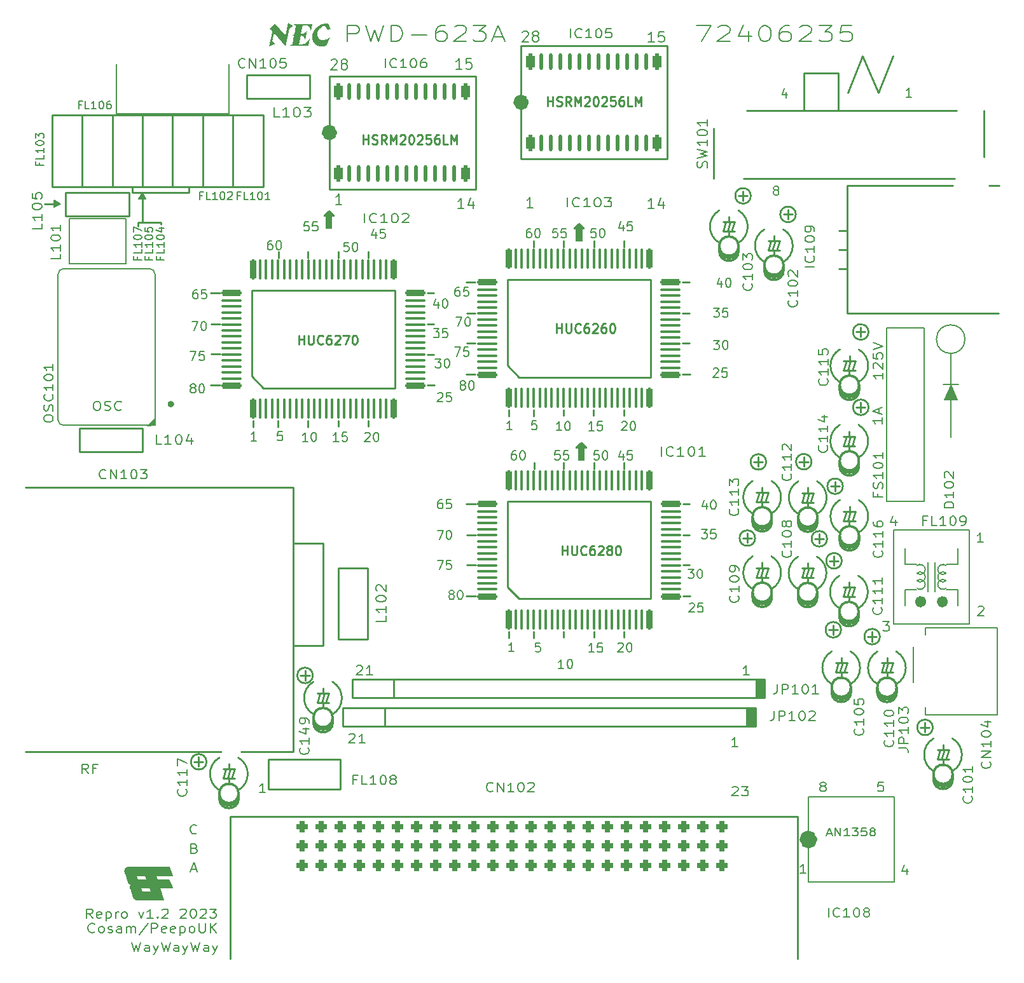
<source format=gto>
G04 #@! TF.GenerationSoftware,KiCad,Pcbnew,7.0.7*
G04 #@! TF.CreationDate,2023-09-20T17:36:28+02:00*
G04 #@! TF.ProjectId,PCE,5043452e-6b69-4636-9164-5f7063625858,rev?*
G04 #@! TF.SameCoordinates,Original*
G04 #@! TF.FileFunction,Legend,Top*
G04 #@! TF.FilePolarity,Positive*
%FSLAX46Y46*%
G04 Gerber Fmt 4.6, Leading zero omitted, Abs format (unit mm)*
G04 Created by KiCad (PCBNEW 7.0.7) date 2023-09-20 17:36:28*
%MOMM*%
%LPD*%
G01*
G04 APERTURE LIST*
G04 Aperture macros list*
%AMRoundRect*
0 Rectangle with rounded corners*
0 $1 Rounding radius*
0 $2 $3 $4 $5 $6 $7 $8 $9 X,Y pos of 4 corners*
0 Add a 4 corners polygon primitive as box body*
4,1,4,$2,$3,$4,$5,$6,$7,$8,$9,$2,$3,0*
0 Add four circle primitives for the rounded corners*
1,1,$1+$1,$2,$3*
1,1,$1+$1,$4,$5*
1,1,$1+$1,$6,$7*
1,1,$1+$1,$8,$9*
0 Add four rect primitives between the rounded corners*
20,1,$1+$1,$2,$3,$4,$5,0*
20,1,$1+$1,$4,$5,$6,$7,0*
20,1,$1+$1,$6,$7,$8,$9,0*
20,1,$1+$1,$8,$9,$2,$3,0*%
G04 Aperture macros list end*
%ADD10C,0.250000*%
%ADD11C,0.150000*%
%ADD12C,0.000000*%
%ADD13C,0.015874*%
%ADD14C,0.200000*%
%ADD15C,0.175000*%
%ADD16C,0.240000*%
%ADD17C,0.380000*%
%ADD18C,0.750000*%
%ADD19C,0.100000*%
%ADD20C,0.453113*%
%ADD21C,1.046954*%
%ADD22C,1.201136*%
%ADD23C,0.400000*%
%ADD24C,1.075000*%
%ADD25C,2.000000*%
%ADD26C,3.500000*%
%ADD27C,3.000000*%
%ADD28O,1.700000X1.700000*%
%ADD29C,6.000000*%
%ADD30C,1.900000*%
%ADD31RoundRect,0.207500X-0.207500X-1.181875X0.207500X-1.181875X0.207500X1.181875X-0.207500X1.181875X0*%
%ADD32RoundRect,0.103750X-0.103750X-1.285625X0.103750X-1.285625X0.103750X1.285625X-0.103750X1.285625X0*%
%ADD33RoundRect,0.207500X1.181875X-0.207500X1.181875X0.207500X-1.181875X0.207500X-1.181875X-0.207500X0*%
%ADD34RoundRect,0.103750X1.285625X-0.103750X1.285625X0.103750X-1.285625X0.103750X-1.285625X-0.103750X0*%
%ADD35C,2.300000*%
%ADD36C,1.600000*%
%ADD37C,1.500000*%
%ADD38RoundRect,0.285000X-0.285000X-0.793750X0.285000X-0.793750X0.285000X0.793750X-0.285000X0.793750X0*%
%ADD39RoundRect,0.142500X-0.142500X-0.936250X0.142500X-0.936250X0.142500X0.936250X-0.142500X0.936250X0*%
%ADD40C,4.000000*%
%ADD41RoundRect,0.375000X-0.375000X-0.375000X0.375000X-0.375000X0.375000X0.375000X-0.375000X0.375000X0*%
%ADD42R,2.500000X5.000000*%
%ADD43R,4.400000X3.000000*%
%ADD44R,3.000000X5.000000*%
%ADD45O,1.600000X2.400000*%
G04 APERTURE END LIST*
D10*
X182870000Y-53845544D02*
X182870000Y-55125544D01*
X195125000Y-92535000D02*
X195125000Y-93815000D01*
X101575000Y-53420000D02*
X101575000Y-54025000D01*
X195125000Y-93175000D02*
X195715000Y-93175000D01*
X199586256Y-82658544D02*
G75*
G03*
X199586256Y-82658544I-1034456J0D01*
G01*
X198551800Y-82658544D02*
X199141800Y-82658544D01*
X182870000Y-54485544D02*
X182250000Y-54485544D01*
X193030000Y-100180000D02*
X192410000Y-100180000D01*
X194890000Y-111660000D02*
X194890000Y-112940000D01*
D11*
X128400000Y-57100000D02*
X128400000Y-57200000D01*
X128100000Y-57200000D01*
X128100000Y-58800000D01*
X127400000Y-58800000D01*
X127400000Y-57200000D01*
X127100000Y-57200000D01*
X127100000Y-57100000D01*
X127700000Y-56500000D01*
X127800000Y-56500000D01*
X128400000Y-57100000D01*
G36*
X128400000Y-57100000D02*
G01*
X128400000Y-57200000D01*
X128100000Y-57200000D01*
X128100000Y-58800000D01*
X127400000Y-58800000D01*
X127400000Y-57200000D01*
X127100000Y-57200000D01*
X127100000Y-57100000D01*
X127700000Y-56500000D01*
X127800000Y-56500000D01*
X128400000Y-57100000D01*
G37*
D10*
X194890000Y-112300000D02*
X195480000Y-112300000D01*
X194064456Y-100180000D02*
G75*
G03*
X194064456Y-100180000I-1034456J0D01*
G01*
D11*
X162000000Y-88000000D02*
X162000000Y-88100000D01*
X161700000Y-88100000D01*
X161700000Y-89700000D01*
X161000000Y-89700000D01*
X161000000Y-88100000D01*
X160700000Y-88100000D01*
X160700000Y-88000000D01*
X161300000Y-87400000D01*
X161400000Y-87400000D01*
X162000000Y-88000000D01*
G36*
X162000000Y-88000000D02*
G01*
X162000000Y-88100000D01*
X161700000Y-88100000D01*
X161700000Y-89700000D01*
X161000000Y-89700000D01*
X161000000Y-88100000D01*
X160700000Y-88100000D01*
X160700000Y-88000000D01*
X161300000Y-87400000D01*
X161400000Y-87400000D01*
X162000000Y-88000000D01*
G37*
D10*
X184912000Y-89934456D02*
X184292000Y-89934456D01*
X198800000Y-35880000D02*
X200860000Y-40750000D01*
X188860000Y-56315544D02*
X188860000Y-57595544D01*
X200860000Y-40750000D02*
X202850000Y-35850000D01*
X110413800Y-129255600D02*
X110413800Y-130535600D01*
X125598400Y-118384400D02*
G75*
G03*
X125598400Y-118384400I-1034456J0D01*
G01*
X190957200Y-89911000D02*
X191547200Y-89911000D01*
X196014456Y-103115544D02*
G75*
G03*
X196014456Y-103115544I-1034456J0D01*
G01*
X182870000Y-54485544D02*
X183460000Y-54485544D01*
X102370000Y-58503000D02*
X102370000Y-58043000D01*
X185946456Y-89934456D02*
G75*
G03*
X185946456Y-89934456I-1034456J0D01*
G01*
X195125000Y-93175000D02*
X194505000Y-93175000D01*
X198536800Y-72618600D02*
X199126800Y-72618600D01*
X194980000Y-103115544D02*
X195570000Y-103115544D01*
X191991656Y-89911000D02*
G75*
G03*
X191991656Y-89911000I-1034456J0D01*
G01*
X200055000Y-113220000D02*
X200645000Y-113220000D01*
X184912000Y-89934456D02*
X185502000Y-89934456D01*
X194980000Y-103115544D02*
X194360000Y-103115544D01*
D11*
X103370000Y-54914800D02*
X102390000Y-54914800D01*
X102890000Y-54064800D01*
X103370000Y-54914800D01*
G36*
X103370000Y-54914800D02*
G01*
X102390000Y-54914800D01*
X102890000Y-54064800D01*
X103370000Y-54914800D01*
G37*
D10*
X198536800Y-72618600D02*
X197916800Y-72618600D01*
X198536800Y-71978600D02*
X198536800Y-73258600D01*
D12*
G36*
X127648007Y-31513257D02*
G01*
X127674007Y-31513751D01*
X127713333Y-31597849D01*
X127750836Y-31683838D01*
X127786675Y-31771555D01*
X127821008Y-31860839D01*
X127853995Y-31951527D01*
X127885795Y-32043459D01*
X127916566Y-32136472D01*
X127946466Y-32230404D01*
X127888314Y-32253576D01*
X127827844Y-32278614D01*
X127768161Y-32303990D01*
X127712369Y-32328177D01*
X127590191Y-32382489D01*
X127197108Y-31836450D01*
X127158328Y-31835306D01*
X127118826Y-31837763D01*
X127078721Y-31843660D01*
X127038134Y-31852838D01*
X126997184Y-31865138D01*
X126955991Y-31880400D01*
X126914676Y-31898465D01*
X126873358Y-31919174D01*
X126832157Y-31942368D01*
X126791193Y-31967887D01*
X126710456Y-32025262D01*
X126632106Y-32090027D01*
X126557104Y-32160905D01*
X126486407Y-32236623D01*
X126420976Y-32315906D01*
X126361771Y-32397480D01*
X126309749Y-32480070D01*
X126265872Y-32562401D01*
X126247288Y-32603071D01*
X126231099Y-32643198D01*
X126217425Y-32682624D01*
X126206388Y-32721188D01*
X126198106Y-32758732D01*
X126192699Y-32795096D01*
X126189065Y-32837317D01*
X126187330Y-32879432D01*
X126187461Y-32921369D01*
X126189429Y-32963052D01*
X126193201Y-33004410D01*
X126198747Y-33045367D01*
X126206035Y-33085851D01*
X126215034Y-33125789D01*
X126225714Y-33165105D01*
X126238042Y-33203728D01*
X126251988Y-33241584D01*
X126267521Y-33278598D01*
X126284609Y-33314698D01*
X126303221Y-33349809D01*
X126323326Y-33383859D01*
X126344893Y-33416774D01*
X126367891Y-33448479D01*
X126392288Y-33478903D01*
X126418054Y-33507970D01*
X126445156Y-33535608D01*
X126473565Y-33561743D01*
X126503249Y-33586301D01*
X126534176Y-33609210D01*
X126566315Y-33630395D01*
X126599636Y-33649782D01*
X126634108Y-33667299D01*
X126669698Y-33682871D01*
X126706375Y-33696426D01*
X126744110Y-33707890D01*
X126782870Y-33717188D01*
X126822624Y-33724248D01*
X126863341Y-33728996D01*
X126906501Y-33731500D01*
X126950075Y-33731652D01*
X126993947Y-33729599D01*
X127037998Y-33725492D01*
X127082113Y-33719478D01*
X127126173Y-33711709D01*
X127170063Y-33702331D01*
X127213665Y-33691495D01*
X127256861Y-33679350D01*
X127299536Y-33666045D01*
X127382852Y-33636549D01*
X127462676Y-33604202D01*
X127538072Y-33570195D01*
X127608103Y-33535723D01*
X127671834Y-33501976D01*
X127728329Y-33470149D01*
X127776651Y-33441434D01*
X127845033Y-33398112D01*
X127869491Y-33381550D01*
X127366479Y-34489173D01*
X127270007Y-34520747D01*
X127175202Y-34546356D01*
X127082146Y-34566170D01*
X126990924Y-34580358D01*
X126901620Y-34589089D01*
X126814317Y-34592534D01*
X126729100Y-34590861D01*
X126646052Y-34584240D01*
X126565257Y-34572840D01*
X126486800Y-34556831D01*
X126410763Y-34536382D01*
X126337232Y-34511664D01*
X126266290Y-34482844D01*
X126198021Y-34450094D01*
X126132509Y-34413581D01*
X126069837Y-34373477D01*
X126010091Y-34329949D01*
X125953352Y-34283169D01*
X125899707Y-34233304D01*
X125849238Y-34180525D01*
X125802030Y-34125002D01*
X125758166Y-34066903D01*
X125717730Y-34006398D01*
X125680807Y-33943656D01*
X125647480Y-33878848D01*
X125617833Y-33812142D01*
X125591950Y-33743708D01*
X125569915Y-33673716D01*
X125551811Y-33602334D01*
X125537724Y-33529733D01*
X125527737Y-33456082D01*
X125521933Y-33381550D01*
X125519634Y-33272261D01*
X125523542Y-33166008D01*
X125533466Y-33062818D01*
X125549212Y-32962714D01*
X125570587Y-32865721D01*
X125597398Y-32771864D01*
X125629451Y-32681168D01*
X125666555Y-32593658D01*
X125708516Y-32509358D01*
X125755140Y-32428293D01*
X125806235Y-32350488D01*
X125861609Y-32275968D01*
X125921067Y-32204757D01*
X125984417Y-32136881D01*
X126051465Y-32072363D01*
X126122020Y-32011230D01*
X126195887Y-31953505D01*
X126272874Y-31899213D01*
X126352787Y-31848379D01*
X126435435Y-31801028D01*
X126608158Y-31716875D01*
X126789500Y-31646950D01*
X126977917Y-31591452D01*
X127171864Y-31550579D01*
X127369796Y-31524530D01*
X127570171Y-31513502D01*
X127596100Y-31513156D01*
X127622042Y-31513067D01*
X127648007Y-31513257D01*
G37*
D10*
X189894456Y-56955544D02*
G75*
G03*
X189894456Y-56955544I-1034456J0D01*
G01*
X198551800Y-82658544D02*
X197931800Y-82658544D01*
X110413800Y-129895600D02*
X111003800Y-129895600D01*
X190957200Y-89911000D02*
X190337200Y-89911000D01*
X183440000Y-100085544D02*
X182820000Y-100085544D01*
X196850000Y-40790000D02*
X198800000Y-35880000D01*
X183440000Y-99445544D02*
X183440000Y-100725544D01*
X201089456Y-113220000D02*
G75*
G03*
X201089456Y-113220000I-1034456J0D01*
G01*
X91105200Y-55524400D02*
X89865200Y-55524400D01*
X194890000Y-112300000D02*
X194270000Y-112300000D01*
X200055000Y-113220000D02*
X199435000Y-113220000D01*
D11*
X91975000Y-55525000D02*
X91125000Y-56005000D01*
X91125000Y-55025000D01*
X91975000Y-55525000D01*
G36*
X91975000Y-55525000D02*
G01*
X91125000Y-56005000D01*
X91125000Y-55025000D01*
X91975000Y-55525000D01*
G37*
D10*
X124563944Y-118384400D02*
X123943944Y-118384400D01*
X193030000Y-100180000D02*
X193620000Y-100180000D01*
X184474456Y-100085544D02*
G75*
G03*
X184474456Y-100085544I-1034456J0D01*
G01*
X124563944Y-118384400D02*
X125153944Y-118384400D01*
X207095000Y-125310000D02*
X206475000Y-125310000D01*
X124563944Y-117744400D02*
X124563944Y-119024400D01*
X199571256Y-72618600D02*
G75*
G03*
X199571256Y-72618600I-1034456J0D01*
G01*
D11*
X161700000Y-58800000D02*
X161700000Y-58900000D01*
X161400000Y-58900000D01*
X161400000Y-60500000D01*
X160700000Y-60500000D01*
X160700000Y-58900000D01*
X160400000Y-58900000D01*
X160400000Y-58800000D01*
X161000000Y-58200000D01*
X161100000Y-58200000D01*
X161700000Y-58800000D01*
G36*
X161700000Y-58800000D02*
G01*
X161700000Y-58900000D01*
X161400000Y-58900000D01*
X161400000Y-60500000D01*
X160700000Y-60500000D01*
X160700000Y-58900000D01*
X160400000Y-58900000D01*
X160400000Y-58800000D01*
X161000000Y-58200000D01*
X161100000Y-58200000D01*
X161700000Y-58800000D01*
G37*
D10*
X207095000Y-125310000D02*
X207685000Y-125310000D01*
X188860000Y-56955544D02*
X189450000Y-56955544D01*
X183904456Y-54485544D02*
G75*
G03*
X183904456Y-54485544I-1034456J0D01*
G01*
D13*
X106934744Y-145089836D02*
X104699500Y-145089836D01*
X104859491Y-145569837D01*
X106419489Y-145569837D01*
X106653996Y-146093603D01*
X106778763Y-146374395D01*
X106899490Y-146649833D01*
X105222476Y-146649833D01*
X105759498Y-148269827D01*
X102163500Y-148272835D01*
X102143463Y-148272355D01*
X102123532Y-148270931D01*
X102103731Y-148268588D01*
X102084080Y-148265351D01*
X102064602Y-148261245D01*
X102045318Y-148256294D01*
X102026251Y-148250524D01*
X102007421Y-148243960D01*
X101988850Y-148236627D01*
X101970561Y-148228548D01*
X101952576Y-148219750D01*
X101934915Y-148210258D01*
X101917601Y-148200095D01*
X101900656Y-148189288D01*
X101884101Y-148177860D01*
X101867958Y-148165837D01*
X101836996Y-148140106D01*
X101807944Y-148112293D01*
X101780976Y-148082597D01*
X101756266Y-148051219D01*
X101733990Y-148018356D01*
X101723818Y-148001431D01*
X101714320Y-147984209D01*
X101705517Y-147966716D01*
X101697431Y-147948976D01*
X101690085Y-147931015D01*
X101683499Y-147912857D01*
X101275306Y-146757114D01*
X101267976Y-146735416D01*
X101261358Y-146713829D01*
X101255467Y-146692371D01*
X101250321Y-146671065D01*
X101247943Y-146659600D01*
X102685980Y-146659600D01*
X102839490Y-147139602D01*
X104039510Y-147139602D01*
X103886000Y-146659600D01*
X102685980Y-146659600D01*
X101247943Y-146659600D01*
X101245936Y-146649929D01*
X101242329Y-146628985D01*
X101239515Y-146608251D01*
X101237512Y-146587749D01*
X101236337Y-146567499D01*
X101236005Y-146547521D01*
X101236534Y-146527835D01*
X101237939Y-146508461D01*
X101240238Y-146489420D01*
X101243447Y-146470732D01*
X101247582Y-146452417D01*
X101252660Y-146434495D01*
X101258698Y-146416987D01*
X101265712Y-146399913D01*
X101273719Y-146383292D01*
X101282735Y-146367146D01*
X101292776Y-146351494D01*
X101303860Y-146336356D01*
X101316003Y-146321754D01*
X101329221Y-146307706D01*
X101343531Y-146294234D01*
X101358950Y-146281357D01*
X101375493Y-146269096D01*
X101393179Y-146257472D01*
X101412022Y-146246503D01*
X101432040Y-146236210D01*
X101453249Y-146226615D01*
X101475666Y-146217736D01*
X101448742Y-146216320D01*
X101422677Y-146214278D01*
X101397460Y-146211619D01*
X101373079Y-146208353D01*
X101349522Y-146204489D01*
X101326776Y-146200036D01*
X101304830Y-146195005D01*
X101283672Y-146189404D01*
X101263289Y-146183243D01*
X101243669Y-146176532D01*
X101224801Y-146169280D01*
X101206672Y-146161496D01*
X101189270Y-146153190D01*
X101172584Y-146144373D01*
X101156600Y-146135052D01*
X101141308Y-146125237D01*
X101126694Y-146114939D01*
X101112747Y-146104167D01*
X101099455Y-146092929D01*
X101086805Y-146081236D01*
X101074787Y-146069097D01*
X101063387Y-146056522D01*
X101052593Y-146043520D01*
X101042394Y-146030100D01*
X101032777Y-146016273D01*
X101023730Y-146002047D01*
X101015242Y-145987432D01*
X101007299Y-145972437D01*
X100999891Y-145957073D01*
X100993005Y-145941348D01*
X100980751Y-145908856D01*
X100702551Y-145089836D01*
X102082730Y-145089836D01*
X102236240Y-145569837D01*
X103436260Y-145569837D01*
X103282750Y-145089836D01*
X102082730Y-145089836D01*
X100702551Y-145089836D01*
X100539506Y-144609834D01*
X100529203Y-144576296D01*
X100521040Y-144542799D01*
X100514968Y-144509409D01*
X100510936Y-144476195D01*
X100508893Y-144443222D01*
X100508787Y-144410558D01*
X100510568Y-144378270D01*
X100514186Y-144346426D01*
X100519588Y-144315093D01*
X100526725Y-144284337D01*
X100535546Y-144254227D01*
X100545998Y-144224828D01*
X100558033Y-144196209D01*
X100571598Y-144168436D01*
X100586643Y-144141577D01*
X100603117Y-144115698D01*
X100620969Y-144090868D01*
X100640148Y-144067153D01*
X100660603Y-144044620D01*
X100682284Y-144023337D01*
X100705139Y-144003370D01*
X100729118Y-143984787D01*
X100754170Y-143967655D01*
X100780243Y-143952042D01*
X100807287Y-143938013D01*
X100835252Y-143925638D01*
X100864085Y-143914981D01*
X100893737Y-143906112D01*
X100924156Y-143899097D01*
X100955291Y-143894003D01*
X100987092Y-143890897D01*
X101019508Y-143889847D01*
X106479485Y-143889847D01*
X106934744Y-145089836D01*
G36*
X106934744Y-145089836D02*
G01*
X104699500Y-145089836D01*
X104859491Y-145569837D01*
X106419489Y-145569837D01*
X106653996Y-146093603D01*
X106778763Y-146374395D01*
X106899490Y-146649833D01*
X105222476Y-146649833D01*
X105759498Y-148269827D01*
X102163500Y-148272835D01*
X102143463Y-148272355D01*
X102123532Y-148270931D01*
X102103731Y-148268588D01*
X102084080Y-148265351D01*
X102064602Y-148261245D01*
X102045318Y-148256294D01*
X102026251Y-148250524D01*
X102007421Y-148243960D01*
X101988850Y-148236627D01*
X101970561Y-148228548D01*
X101952576Y-148219750D01*
X101934915Y-148210258D01*
X101917601Y-148200095D01*
X101900656Y-148189288D01*
X101884101Y-148177860D01*
X101867958Y-148165837D01*
X101836996Y-148140106D01*
X101807944Y-148112293D01*
X101780976Y-148082597D01*
X101756266Y-148051219D01*
X101733990Y-148018356D01*
X101723818Y-148001431D01*
X101714320Y-147984209D01*
X101705517Y-147966716D01*
X101697431Y-147948976D01*
X101690085Y-147931015D01*
X101683499Y-147912857D01*
X101275306Y-146757114D01*
X101267976Y-146735416D01*
X101261358Y-146713829D01*
X101255467Y-146692371D01*
X101250321Y-146671065D01*
X101247943Y-146659600D01*
X102685980Y-146659600D01*
X102839490Y-147139602D01*
X104039510Y-147139602D01*
X103886000Y-146659600D01*
X102685980Y-146659600D01*
X101247943Y-146659600D01*
X101245936Y-146649929D01*
X101242329Y-146628985D01*
X101239515Y-146608251D01*
X101237512Y-146587749D01*
X101236337Y-146567499D01*
X101236005Y-146547521D01*
X101236534Y-146527835D01*
X101237939Y-146508461D01*
X101240238Y-146489420D01*
X101243447Y-146470732D01*
X101247582Y-146452417D01*
X101252660Y-146434495D01*
X101258698Y-146416987D01*
X101265712Y-146399913D01*
X101273719Y-146383292D01*
X101282735Y-146367146D01*
X101292776Y-146351494D01*
X101303860Y-146336356D01*
X101316003Y-146321754D01*
X101329221Y-146307706D01*
X101343531Y-146294234D01*
X101358950Y-146281357D01*
X101375493Y-146269096D01*
X101393179Y-146257472D01*
X101412022Y-146246503D01*
X101432040Y-146236210D01*
X101453249Y-146226615D01*
X101475666Y-146217736D01*
X101448742Y-146216320D01*
X101422677Y-146214278D01*
X101397460Y-146211619D01*
X101373079Y-146208353D01*
X101349522Y-146204489D01*
X101326776Y-146200036D01*
X101304830Y-146195005D01*
X101283672Y-146189404D01*
X101263289Y-146183243D01*
X101243669Y-146176532D01*
X101224801Y-146169280D01*
X101206672Y-146161496D01*
X101189270Y-146153190D01*
X101172584Y-146144373D01*
X101156600Y-146135052D01*
X101141308Y-146125237D01*
X101126694Y-146114939D01*
X101112747Y-146104167D01*
X101099455Y-146092929D01*
X101086805Y-146081236D01*
X101074787Y-146069097D01*
X101063387Y-146056522D01*
X101052593Y-146043520D01*
X101042394Y-146030100D01*
X101032777Y-146016273D01*
X101023730Y-146002047D01*
X101015242Y-145987432D01*
X101007299Y-145972437D01*
X100999891Y-145957073D01*
X100993005Y-145941348D01*
X100980751Y-145908856D01*
X100702551Y-145089836D01*
X102082730Y-145089836D01*
X102236240Y-145569837D01*
X103436260Y-145569837D01*
X103282750Y-145089836D01*
X102082730Y-145089836D01*
X100702551Y-145089836D01*
X100539506Y-144609834D01*
X100529203Y-144576296D01*
X100521040Y-144542799D01*
X100514968Y-144509409D01*
X100510936Y-144476195D01*
X100508893Y-144443222D01*
X100508787Y-144410558D01*
X100510568Y-144378270D01*
X100514186Y-144346426D01*
X100519588Y-144315093D01*
X100526725Y-144284337D01*
X100535546Y-144254227D01*
X100545998Y-144224828D01*
X100558033Y-144196209D01*
X100571598Y-144168436D01*
X100586643Y-144141577D01*
X100603117Y-144115698D01*
X100620969Y-144090868D01*
X100640148Y-144067153D01*
X100660603Y-144044620D01*
X100682284Y-144023337D01*
X100705139Y-144003370D01*
X100729118Y-143984787D01*
X100754170Y-143967655D01*
X100780243Y-143952042D01*
X100807287Y-143938013D01*
X100835252Y-143925638D01*
X100864085Y-143914981D01*
X100893737Y-143906112D01*
X100924156Y-143899097D01*
X100955291Y-143894003D01*
X100987092Y-143890897D01*
X101019508Y-143889847D01*
X106479485Y-143889847D01*
X106934744Y-145089836D01*
G37*
D12*
G36*
X125347714Y-32528357D02*
G01*
X125331787Y-32446705D01*
X125309122Y-32358859D01*
X125293310Y-32307329D01*
X125274205Y-32252306D01*
X125251578Y-32194977D01*
X125225199Y-32136526D01*
X125194839Y-32078138D01*
X125160267Y-32020998D01*
X125121255Y-31966291D01*
X125100011Y-31940220D01*
X125077571Y-31915201D01*
X125053906Y-31891384D01*
X125028987Y-31868915D01*
X125002786Y-31847943D01*
X124975273Y-31828616D01*
X124959876Y-31822492D01*
X124941497Y-31817184D01*
X124894789Y-31808784D01*
X124833140Y-31802951D01*
X124754544Y-31799222D01*
X124656992Y-31797131D01*
X124538475Y-31796212D01*
X124230516Y-31796035D01*
X124042990Y-32902290D01*
X124078900Y-32908777D01*
X124114969Y-32911558D01*
X124151112Y-32910862D01*
X124187243Y-32906919D01*
X124223278Y-32899957D01*
X124259131Y-32890208D01*
X124294717Y-32877899D01*
X124329951Y-32863262D01*
X124364747Y-32846525D01*
X124399021Y-32827918D01*
X124432687Y-32807671D01*
X124465660Y-32786012D01*
X124497855Y-32763173D01*
X124529187Y-32739381D01*
X124588920Y-32689862D01*
X124644178Y-32639290D01*
X124694279Y-32589503D01*
X124738542Y-32542336D01*
X124776285Y-32499627D01*
X124829486Y-32434928D01*
X124848431Y-32410096D01*
X124604822Y-33696540D01*
X124597485Y-33671555D01*
X124574155Y-33605849D01*
X124555873Y-33562062D01*
X124532851Y-33513297D01*
X124504839Y-33461290D01*
X124471592Y-33407774D01*
X124452927Y-33380993D01*
X124432861Y-33354484D01*
X124411362Y-33328466D01*
X124388398Y-33303155D01*
X124363941Y-33278767D01*
X124337957Y-33255520D01*
X124310417Y-33233629D01*
X124281289Y-33213313D01*
X124250543Y-33194788D01*
X124218148Y-33178270D01*
X124184072Y-33163977D01*
X124148285Y-33152125D01*
X124110755Y-33142931D01*
X124071452Y-33136612D01*
X124030346Y-33133384D01*
X123987404Y-33133464D01*
X123779732Y-34277771D01*
X124004464Y-34277366D01*
X124095600Y-34276660D01*
X124174287Y-34275441D01*
X124241803Y-34273576D01*
X124299426Y-34270931D01*
X124324928Y-34269275D01*
X124348436Y-34267374D01*
X124370109Y-34265211D01*
X124390109Y-34262771D01*
X124408594Y-34260035D01*
X124425724Y-34256989D01*
X124441660Y-34253614D01*
X124456560Y-34249895D01*
X124470585Y-34245814D01*
X124483894Y-34241355D01*
X124496648Y-34236502D01*
X124509005Y-34231237D01*
X124521126Y-34225545D01*
X124533171Y-34219408D01*
X124557670Y-34205734D01*
X124612781Y-34172318D01*
X124644904Y-34149838D01*
X124681169Y-34119591D01*
X124720741Y-34082736D01*
X124762786Y-34040435D01*
X124806471Y-33993847D01*
X124850962Y-33944133D01*
X124895424Y-33892453D01*
X124939023Y-33839967D01*
X125020300Y-33737216D01*
X125056309Y-33689273D01*
X125088120Y-33645164D01*
X125114899Y-33606050D01*
X125135812Y-33573091D01*
X125150026Y-33547447D01*
X125156705Y-33530278D01*
X125005367Y-34489049D01*
X122537061Y-34489049D01*
X122539415Y-34477404D01*
X122543006Y-34466397D01*
X122547769Y-34455993D01*
X122553639Y-34446163D01*
X122560551Y-34436873D01*
X122568440Y-34428093D01*
X122577240Y-34419791D01*
X122586888Y-34411933D01*
X122597317Y-34404490D01*
X122608464Y-34397429D01*
X122632646Y-34384326D01*
X122658916Y-34372370D01*
X122686752Y-34361306D01*
X122803357Y-34320891D01*
X122831223Y-34310475D01*
X122857533Y-34299427D01*
X122881768Y-34287491D01*
X122903408Y-34274413D01*
X123105359Y-33161443D01*
X123103329Y-33152648D01*
X123100311Y-33144873D01*
X123096367Y-33138052D01*
X123091557Y-33132121D01*
X123085942Y-33127013D01*
X123079585Y-33122665D01*
X123072547Y-33119009D01*
X123064888Y-33115982D01*
X123056670Y-33113518D01*
X123047954Y-33111552D01*
X123029274Y-33108853D01*
X123009338Y-33107361D01*
X122988637Y-33106557D01*
X122946899Y-33104919D01*
X122926842Y-33103043D01*
X122917231Y-33101612D01*
X122907980Y-33099766D01*
X122899150Y-33097439D01*
X122890803Y-33094566D01*
X122883000Y-33091081D01*
X122875802Y-33086921D01*
X122869271Y-33082018D01*
X122863467Y-33076309D01*
X122858452Y-33069728D01*
X122854288Y-33062209D01*
X122857892Y-33054064D01*
X122862395Y-33046757D01*
X122867742Y-33040236D01*
X122873878Y-33034450D01*
X122880746Y-33029350D01*
X122888293Y-33024884D01*
X122896461Y-33021000D01*
X122905197Y-33017649D01*
X122914445Y-33014780D01*
X122924149Y-33012341D01*
X122944704Y-33008551D01*
X122966420Y-33005874D01*
X122988855Y-33003902D01*
X123034107Y-33000448D01*
X123056040Y-32998153D01*
X123076919Y-32994935D01*
X123096302Y-32990390D01*
X123105295Y-32987492D01*
X123113747Y-32984109D01*
X123121604Y-32980191D01*
X123128810Y-32975686D01*
X123135310Y-32970545D01*
X123141049Y-32964715D01*
X123345860Y-31835455D01*
X123341845Y-31827570D01*
X123336711Y-31819922D01*
X123330538Y-31812488D01*
X123323410Y-31805250D01*
X123315407Y-31798188D01*
X123306612Y-31791281D01*
X123286970Y-31777854D01*
X123265140Y-31764807D01*
X123241775Y-31751982D01*
X123193060Y-31726350D01*
X123169017Y-31713223D01*
X123146058Y-31699675D01*
X123124835Y-31685545D01*
X123115080Y-31678211D01*
X123106004Y-31670672D01*
X123097690Y-31662907D01*
X123090219Y-31654897D01*
X123083673Y-31646621D01*
X123078133Y-31638059D01*
X123073682Y-31629190D01*
X123070402Y-31619996D01*
X123068374Y-31610456D01*
X123067680Y-31600551D01*
X125509624Y-31600551D01*
X125347714Y-32528357D01*
G37*
D10*
X101575000Y-54025000D02*
X109125000Y-54025000D01*
X193030000Y-99540000D02*
X193030000Y-100820000D01*
X110413800Y-129895600D02*
X109793800Y-129895600D01*
X109125000Y-54025000D02*
X109125000Y-53410000D01*
D12*
G36*
X123030000Y-31875000D02*
G01*
X122490428Y-32193222D01*
X122001219Y-34577589D01*
X120423537Y-32802060D01*
X120207410Y-33901475D01*
X120591291Y-34218081D01*
X119784606Y-34577589D01*
X120176570Y-32720732D01*
X120179883Y-32694966D01*
X120181858Y-32670250D01*
X120182541Y-32646559D01*
X120181980Y-32623866D01*
X120180223Y-32602144D01*
X120177317Y-32581367D01*
X120173310Y-32561508D01*
X120168250Y-32542541D01*
X120162184Y-32524438D01*
X120155159Y-32507173D01*
X120147224Y-32490721D01*
X120138426Y-32475053D01*
X120128812Y-32460144D01*
X120118430Y-32445967D01*
X120107328Y-32432495D01*
X120095553Y-32419702D01*
X120083153Y-32407561D01*
X120070175Y-32396045D01*
X120056668Y-32385129D01*
X120042678Y-32374785D01*
X120013441Y-32355707D01*
X119982845Y-32338600D01*
X119951272Y-32323250D01*
X119919102Y-32309445D01*
X119886715Y-32296971D01*
X119854492Y-32285617D01*
X120545653Y-31489253D01*
X122000348Y-33114065D01*
X122355130Y-31460154D01*
X123030000Y-31875000D01*
G37*
D10*
X195924456Y-112300000D02*
G75*
G03*
X195924456Y-112300000I-1034456J0D01*
G01*
X190957200Y-89271000D02*
X190957200Y-90551000D01*
X198551800Y-82018544D02*
X198551800Y-83298544D01*
X188860000Y-56955544D02*
X188240000Y-56955544D01*
X196159456Y-93175000D02*
G75*
G03*
X196159456Y-93175000I-1034456J0D01*
G01*
X200055000Y-112580000D02*
X200055000Y-113860000D01*
X184912000Y-89294456D02*
X184912000Y-90574456D01*
X102370000Y-58043000D02*
X105390000Y-58043000D01*
X208129456Y-125310000D02*
G75*
G03*
X208129456Y-125310000I-1034456J0D01*
G01*
X194980000Y-102475544D02*
X194980000Y-103755544D01*
X105390000Y-58043000D02*
X105390000Y-58293000D01*
X207095000Y-124670000D02*
X207095000Y-125950000D01*
X102890000Y-58039000D02*
X102890000Y-54230000D01*
X183440000Y-100085544D02*
X184030000Y-100085544D01*
X111448256Y-129895600D02*
G75*
G03*
X111448256Y-129895600I-1034456J0D01*
G01*
D14*
X201436423Y-78049755D02*
X201436423Y-78849755D01*
X201436423Y-78449755D02*
X200186423Y-78449755D01*
X200186423Y-78449755D02*
X200364995Y-78583088D01*
X200364995Y-78583088D02*
X200484042Y-78716422D01*
X200484042Y-78716422D02*
X200543566Y-78849755D01*
X200305471Y-77516422D02*
X200245947Y-77449755D01*
X200245947Y-77449755D02*
X200186423Y-77316422D01*
X200186423Y-77316422D02*
X200186423Y-76983089D01*
X200186423Y-76983089D02*
X200245947Y-76849755D01*
X200245947Y-76849755D02*
X200305471Y-76783089D01*
X200305471Y-76783089D02*
X200424519Y-76716422D01*
X200424519Y-76716422D02*
X200543566Y-76716422D01*
X200543566Y-76716422D02*
X200722138Y-76783089D01*
X200722138Y-76783089D02*
X201436423Y-77583089D01*
X201436423Y-77583089D02*
X201436423Y-76716422D01*
X200186423Y-75449756D02*
X200186423Y-76116422D01*
X200186423Y-76116422D02*
X200781661Y-76183089D01*
X200781661Y-76183089D02*
X200722138Y-76116422D01*
X200722138Y-76116422D02*
X200662614Y-75983089D01*
X200662614Y-75983089D02*
X200662614Y-75649756D01*
X200662614Y-75649756D02*
X200722138Y-75516422D01*
X200722138Y-75516422D02*
X200781661Y-75449756D01*
X200781661Y-75449756D02*
X200900709Y-75383089D01*
X200900709Y-75383089D02*
X201198328Y-75383089D01*
X201198328Y-75383089D02*
X201317376Y-75449756D01*
X201317376Y-75449756D02*
X201376900Y-75516422D01*
X201376900Y-75516422D02*
X201436423Y-75649756D01*
X201436423Y-75649756D02*
X201436423Y-75983089D01*
X201436423Y-75983089D02*
X201376900Y-76116422D01*
X201376900Y-76116422D02*
X201317376Y-76183089D01*
X200186423Y-74983089D02*
X201436423Y-74516423D01*
X201436423Y-74516423D02*
X200186423Y-74049756D01*
X176688720Y-31807600D02*
X178588720Y-31807600D01*
X178588720Y-31807600D02*
X177367292Y-33907600D01*
X179538721Y-32007600D02*
X179674435Y-31907600D01*
X179674435Y-31907600D02*
X179945864Y-31807600D01*
X179945864Y-31807600D02*
X180624435Y-31807600D01*
X180624435Y-31807600D02*
X180895864Y-31907600D01*
X180895864Y-31907600D02*
X181031578Y-32007600D01*
X181031578Y-32007600D02*
X181167292Y-32207600D01*
X181167292Y-32207600D02*
X181167292Y-32407600D01*
X181167292Y-32407600D02*
X181031578Y-32707600D01*
X181031578Y-32707600D02*
X179403006Y-33907600D01*
X179403006Y-33907600D02*
X181167292Y-33907600D01*
X183610150Y-32507600D02*
X183610150Y-33907600D01*
X182931578Y-31707600D02*
X182253007Y-33207600D01*
X182253007Y-33207600D02*
X184017292Y-33207600D01*
X185645864Y-31807600D02*
X185917293Y-31807600D01*
X185917293Y-31807600D02*
X186188721Y-31907600D01*
X186188721Y-31907600D02*
X186324436Y-32007600D01*
X186324436Y-32007600D02*
X186460150Y-32207600D01*
X186460150Y-32207600D02*
X186595864Y-32607600D01*
X186595864Y-32607600D02*
X186595864Y-33107600D01*
X186595864Y-33107600D02*
X186460150Y-33507600D01*
X186460150Y-33507600D02*
X186324436Y-33707600D01*
X186324436Y-33707600D02*
X186188721Y-33807600D01*
X186188721Y-33807600D02*
X185917293Y-33907600D01*
X185917293Y-33907600D02*
X185645864Y-33907600D01*
X185645864Y-33907600D02*
X185374436Y-33807600D01*
X185374436Y-33807600D02*
X185238721Y-33707600D01*
X185238721Y-33707600D02*
X185103007Y-33507600D01*
X185103007Y-33507600D02*
X184967293Y-33107600D01*
X184967293Y-33107600D02*
X184967293Y-32607600D01*
X184967293Y-32607600D02*
X185103007Y-32207600D01*
X185103007Y-32207600D02*
X185238721Y-32007600D01*
X185238721Y-32007600D02*
X185374436Y-31907600D01*
X185374436Y-31907600D02*
X185645864Y-31807600D01*
X189038722Y-31807600D02*
X188495864Y-31807600D01*
X188495864Y-31807600D02*
X188224436Y-31907600D01*
X188224436Y-31907600D02*
X188088722Y-32007600D01*
X188088722Y-32007600D02*
X187817293Y-32307600D01*
X187817293Y-32307600D02*
X187681579Y-32707600D01*
X187681579Y-32707600D02*
X187681579Y-33507600D01*
X187681579Y-33507600D02*
X187817293Y-33707600D01*
X187817293Y-33707600D02*
X187953007Y-33807600D01*
X187953007Y-33807600D02*
X188224436Y-33907600D01*
X188224436Y-33907600D02*
X188767293Y-33907600D01*
X188767293Y-33907600D02*
X189038722Y-33807600D01*
X189038722Y-33807600D02*
X189174436Y-33707600D01*
X189174436Y-33707600D02*
X189310150Y-33507600D01*
X189310150Y-33507600D02*
X189310150Y-33007600D01*
X189310150Y-33007600D02*
X189174436Y-32807600D01*
X189174436Y-32807600D02*
X189038722Y-32707600D01*
X189038722Y-32707600D02*
X188767293Y-32607600D01*
X188767293Y-32607600D02*
X188224436Y-32607600D01*
X188224436Y-32607600D02*
X187953007Y-32707600D01*
X187953007Y-32707600D02*
X187817293Y-32807600D01*
X187817293Y-32807600D02*
X187681579Y-33007600D01*
X190395865Y-32007600D02*
X190531579Y-31907600D01*
X190531579Y-31907600D02*
X190803008Y-31807600D01*
X190803008Y-31807600D02*
X191481579Y-31807600D01*
X191481579Y-31807600D02*
X191753008Y-31907600D01*
X191753008Y-31907600D02*
X191888722Y-32007600D01*
X191888722Y-32007600D02*
X192024436Y-32207600D01*
X192024436Y-32207600D02*
X192024436Y-32407600D01*
X192024436Y-32407600D02*
X191888722Y-32707600D01*
X191888722Y-32707600D02*
X190260150Y-33907600D01*
X190260150Y-33907600D02*
X192024436Y-33907600D01*
X192974436Y-31807600D02*
X194738722Y-31807600D01*
X194738722Y-31807600D02*
X193788722Y-32607600D01*
X193788722Y-32607600D02*
X194195865Y-32607600D01*
X194195865Y-32607600D02*
X194467294Y-32707600D01*
X194467294Y-32707600D02*
X194603008Y-32807600D01*
X194603008Y-32807600D02*
X194738722Y-33007600D01*
X194738722Y-33007600D02*
X194738722Y-33507600D01*
X194738722Y-33507600D02*
X194603008Y-33707600D01*
X194603008Y-33707600D02*
X194467294Y-33807600D01*
X194467294Y-33807600D02*
X194195865Y-33907600D01*
X194195865Y-33907600D02*
X193381579Y-33907600D01*
X193381579Y-33907600D02*
X193110151Y-33807600D01*
X193110151Y-33807600D02*
X192974436Y-33707600D01*
X197317294Y-31807600D02*
X195960151Y-31807600D01*
X195960151Y-31807600D02*
X195824437Y-32807600D01*
X195824437Y-32807600D02*
X195960151Y-32707600D01*
X195960151Y-32707600D02*
X196231580Y-32607600D01*
X196231580Y-32607600D02*
X196910151Y-32607600D01*
X196910151Y-32607600D02*
X197181580Y-32707600D01*
X197181580Y-32707600D02*
X197317294Y-32807600D01*
X197317294Y-32807600D02*
X197453008Y-33007600D01*
X197453008Y-33007600D02*
X197453008Y-33507600D01*
X197453008Y-33507600D02*
X197317294Y-33707600D01*
X197317294Y-33707600D02*
X197181580Y-33807600D01*
X197181580Y-33807600D02*
X196910151Y-33907600D01*
X196910151Y-33907600D02*
X196231580Y-33907600D01*
X196231580Y-33907600D02*
X195960151Y-33807600D01*
X195960151Y-33807600D02*
X195824437Y-33707600D01*
X201360223Y-84018755D02*
X201360223Y-84818755D01*
X201360223Y-84418755D02*
X200110223Y-84418755D01*
X200110223Y-84418755D02*
X200288795Y-84552088D01*
X200288795Y-84552088D02*
X200407842Y-84685422D01*
X200407842Y-84685422D02*
X200467366Y-84818755D01*
X201003080Y-83485422D02*
X201003080Y-82818755D01*
X201360223Y-83618755D02*
X200110223Y-83152089D01*
X200110223Y-83152089D02*
X201360223Y-82685422D01*
X96756578Y-81867742D02*
X97023244Y-81867742D01*
X97023244Y-81867742D02*
X97156578Y-81924885D01*
X97156578Y-81924885D02*
X97289911Y-82039171D01*
X97289911Y-82039171D02*
X97356578Y-82267742D01*
X97356578Y-82267742D02*
X97356578Y-82667742D01*
X97356578Y-82667742D02*
X97289911Y-82896314D01*
X97289911Y-82896314D02*
X97156578Y-83010600D01*
X97156578Y-83010600D02*
X97023244Y-83067742D01*
X97023244Y-83067742D02*
X96756578Y-83067742D01*
X96756578Y-83067742D02*
X96623244Y-83010600D01*
X96623244Y-83010600D02*
X96489911Y-82896314D01*
X96489911Y-82896314D02*
X96423244Y-82667742D01*
X96423244Y-82667742D02*
X96423244Y-82267742D01*
X96423244Y-82267742D02*
X96489911Y-82039171D01*
X96489911Y-82039171D02*
X96623244Y-81924885D01*
X96623244Y-81924885D02*
X96756578Y-81867742D01*
X97889911Y-83010600D02*
X98089911Y-83067742D01*
X98089911Y-83067742D02*
X98423245Y-83067742D01*
X98423245Y-83067742D02*
X98556578Y-83010600D01*
X98556578Y-83010600D02*
X98623245Y-82953457D01*
X98623245Y-82953457D02*
X98689911Y-82839171D01*
X98689911Y-82839171D02*
X98689911Y-82724885D01*
X98689911Y-82724885D02*
X98623245Y-82610600D01*
X98623245Y-82610600D02*
X98556578Y-82553457D01*
X98556578Y-82553457D02*
X98423245Y-82496314D01*
X98423245Y-82496314D02*
X98156578Y-82439171D01*
X98156578Y-82439171D02*
X98023245Y-82382028D01*
X98023245Y-82382028D02*
X97956578Y-82324885D01*
X97956578Y-82324885D02*
X97889911Y-82210600D01*
X97889911Y-82210600D02*
X97889911Y-82096314D01*
X97889911Y-82096314D02*
X97956578Y-81982028D01*
X97956578Y-81982028D02*
X98023245Y-81924885D01*
X98023245Y-81924885D02*
X98156578Y-81867742D01*
X98156578Y-81867742D02*
X98489911Y-81867742D01*
X98489911Y-81867742D02*
X98689911Y-81924885D01*
X100089911Y-82953457D02*
X100023244Y-83010600D01*
X100023244Y-83010600D02*
X99823244Y-83067742D01*
X99823244Y-83067742D02*
X99689911Y-83067742D01*
X99689911Y-83067742D02*
X99489911Y-83010600D01*
X99489911Y-83010600D02*
X99356578Y-82896314D01*
X99356578Y-82896314D02*
X99289911Y-82782028D01*
X99289911Y-82782028D02*
X99223244Y-82553457D01*
X99223244Y-82553457D02*
X99223244Y-82382028D01*
X99223244Y-82382028D02*
X99289911Y-82153457D01*
X99289911Y-82153457D02*
X99356578Y-82039171D01*
X99356578Y-82039171D02*
X99489911Y-81924885D01*
X99489911Y-81924885D02*
X99689911Y-81867742D01*
X99689911Y-81867742D02*
X99823244Y-81867742D01*
X99823244Y-81867742D02*
X100023244Y-81924885D01*
X100023244Y-81924885D02*
X100089911Y-81982028D01*
D11*
X187155826Y-53699628D02*
X187041541Y-53642485D01*
X187041541Y-53642485D02*
X186984398Y-53585342D01*
X186984398Y-53585342D02*
X186927255Y-53471057D01*
X186927255Y-53471057D02*
X186927255Y-53413914D01*
X186927255Y-53413914D02*
X186984398Y-53299628D01*
X186984398Y-53299628D02*
X187041541Y-53242485D01*
X187041541Y-53242485D02*
X187155826Y-53185342D01*
X187155826Y-53185342D02*
X187384398Y-53185342D01*
X187384398Y-53185342D02*
X187498684Y-53242485D01*
X187498684Y-53242485D02*
X187555826Y-53299628D01*
X187555826Y-53299628D02*
X187612969Y-53413914D01*
X187612969Y-53413914D02*
X187612969Y-53471057D01*
X187612969Y-53471057D02*
X187555826Y-53585342D01*
X187555826Y-53585342D02*
X187498684Y-53642485D01*
X187498684Y-53642485D02*
X187384398Y-53699628D01*
X187384398Y-53699628D02*
X187155826Y-53699628D01*
X187155826Y-53699628D02*
X187041541Y-53756771D01*
X187041541Y-53756771D02*
X186984398Y-53813914D01*
X186984398Y-53813914D02*
X186927255Y-53928200D01*
X186927255Y-53928200D02*
X186927255Y-54156771D01*
X186927255Y-54156771D02*
X186984398Y-54271057D01*
X186984398Y-54271057D02*
X187041541Y-54328200D01*
X187041541Y-54328200D02*
X187155826Y-54385342D01*
X187155826Y-54385342D02*
X187384398Y-54385342D01*
X187384398Y-54385342D02*
X187498684Y-54328200D01*
X187498684Y-54328200D02*
X187555826Y-54271057D01*
X187555826Y-54271057D02*
X187612969Y-54156771D01*
X187612969Y-54156771D02*
X187612969Y-53928200D01*
X187612969Y-53928200D02*
X187555826Y-53813914D01*
X187555826Y-53813914D02*
X187498684Y-53756771D01*
X187498684Y-53756771D02*
X187384398Y-53699628D01*
D15*
X194068702Y-139457804D02*
X194640131Y-139457804D01*
X193954416Y-139743519D02*
X194354416Y-138743519D01*
X194354416Y-138743519D02*
X194754416Y-139743519D01*
X195154416Y-139743519D02*
X195154416Y-138743519D01*
X195154416Y-138743519D02*
X195840130Y-139743519D01*
X195840130Y-139743519D02*
X195840130Y-138743519D01*
X197040130Y-139743519D02*
X196354416Y-139743519D01*
X196697273Y-139743519D02*
X196697273Y-138743519D01*
X196697273Y-138743519D02*
X196582987Y-138886376D01*
X196582987Y-138886376D02*
X196468702Y-138981614D01*
X196468702Y-138981614D02*
X196354416Y-139029233D01*
X197440130Y-138743519D02*
X198182987Y-138743519D01*
X198182987Y-138743519D02*
X197782987Y-139124471D01*
X197782987Y-139124471D02*
X197954416Y-139124471D01*
X197954416Y-139124471D02*
X198068702Y-139172090D01*
X198068702Y-139172090D02*
X198125844Y-139219709D01*
X198125844Y-139219709D02*
X198182987Y-139314947D01*
X198182987Y-139314947D02*
X198182987Y-139553042D01*
X198182987Y-139553042D02*
X198125844Y-139648280D01*
X198125844Y-139648280D02*
X198068702Y-139695900D01*
X198068702Y-139695900D02*
X197954416Y-139743519D01*
X197954416Y-139743519D02*
X197611559Y-139743519D01*
X197611559Y-139743519D02*
X197497273Y-139695900D01*
X197497273Y-139695900D02*
X197440130Y-139648280D01*
X199268701Y-138743519D02*
X198697273Y-138743519D01*
X198697273Y-138743519D02*
X198640130Y-139219709D01*
X198640130Y-139219709D02*
X198697273Y-139172090D01*
X198697273Y-139172090D02*
X198811559Y-139124471D01*
X198811559Y-139124471D02*
X199097273Y-139124471D01*
X199097273Y-139124471D02*
X199211559Y-139172090D01*
X199211559Y-139172090D02*
X199268701Y-139219709D01*
X199268701Y-139219709D02*
X199325844Y-139314947D01*
X199325844Y-139314947D02*
X199325844Y-139553042D01*
X199325844Y-139553042D02*
X199268701Y-139648280D01*
X199268701Y-139648280D02*
X199211559Y-139695900D01*
X199211559Y-139695900D02*
X199097273Y-139743519D01*
X199097273Y-139743519D02*
X198811559Y-139743519D01*
X198811559Y-139743519D02*
X198697273Y-139695900D01*
X198697273Y-139695900D02*
X198640130Y-139648280D01*
X200011558Y-139172090D02*
X199897273Y-139124471D01*
X199897273Y-139124471D02*
X199840130Y-139076852D01*
X199840130Y-139076852D02*
X199782987Y-138981614D01*
X199782987Y-138981614D02*
X199782987Y-138933995D01*
X199782987Y-138933995D02*
X199840130Y-138838757D01*
X199840130Y-138838757D02*
X199897273Y-138791138D01*
X199897273Y-138791138D02*
X200011558Y-138743519D01*
X200011558Y-138743519D02*
X200240130Y-138743519D01*
X200240130Y-138743519D02*
X200354416Y-138791138D01*
X200354416Y-138791138D02*
X200411558Y-138838757D01*
X200411558Y-138838757D02*
X200468701Y-138933995D01*
X200468701Y-138933995D02*
X200468701Y-138981614D01*
X200468701Y-138981614D02*
X200411558Y-139076852D01*
X200411558Y-139076852D02*
X200354416Y-139124471D01*
X200354416Y-139124471D02*
X200240130Y-139172090D01*
X200240130Y-139172090D02*
X200011558Y-139172090D01*
X200011558Y-139172090D02*
X199897273Y-139219709D01*
X199897273Y-139219709D02*
X199840130Y-139267328D01*
X199840130Y-139267328D02*
X199782987Y-139362566D01*
X199782987Y-139362566D02*
X199782987Y-139553042D01*
X199782987Y-139553042D02*
X199840130Y-139648280D01*
X199840130Y-139648280D02*
X199897273Y-139695900D01*
X199897273Y-139695900D02*
X200011558Y-139743519D01*
X200011558Y-139743519D02*
X200240130Y-139743519D01*
X200240130Y-139743519D02*
X200354416Y-139695900D01*
X200354416Y-139695900D02*
X200411558Y-139648280D01*
X200411558Y-139648280D02*
X200468701Y-139553042D01*
X200468701Y-139553042D02*
X200468701Y-139362566D01*
X200468701Y-139362566D02*
X200411558Y-139267328D01*
X200411558Y-139267328D02*
X200354416Y-139219709D01*
X200354416Y-139219709D02*
X200240130Y-139172090D01*
D11*
X205302969Y-41305342D02*
X204617255Y-41305342D01*
X204960112Y-41305342D02*
X204960112Y-40105342D01*
X204960112Y-40105342D02*
X204845826Y-40276771D01*
X204845826Y-40276771D02*
X204731541Y-40391057D01*
X204731541Y-40391057D02*
X204617255Y-40448200D01*
X188638684Y-40635342D02*
X188638684Y-41435342D01*
X188352969Y-40178200D02*
X188067255Y-41035342D01*
X188067255Y-41035342D02*
X188810112Y-41035342D01*
D14*
X96285088Y-150710742D02*
X95818421Y-150139314D01*
X95485088Y-150710742D02*
X95485088Y-149510742D01*
X95485088Y-149510742D02*
X96018421Y-149510742D01*
X96018421Y-149510742D02*
X96151755Y-149567885D01*
X96151755Y-149567885D02*
X96218421Y-149625028D01*
X96218421Y-149625028D02*
X96285088Y-149739314D01*
X96285088Y-149739314D02*
X96285088Y-149910742D01*
X96285088Y-149910742D02*
X96218421Y-150025028D01*
X96218421Y-150025028D02*
X96151755Y-150082171D01*
X96151755Y-150082171D02*
X96018421Y-150139314D01*
X96018421Y-150139314D02*
X95485088Y-150139314D01*
X97418421Y-150653600D02*
X97285088Y-150710742D01*
X97285088Y-150710742D02*
X97018421Y-150710742D01*
X97018421Y-150710742D02*
X96885088Y-150653600D01*
X96885088Y-150653600D02*
X96818421Y-150539314D01*
X96818421Y-150539314D02*
X96818421Y-150082171D01*
X96818421Y-150082171D02*
X96885088Y-149967885D01*
X96885088Y-149967885D02*
X97018421Y-149910742D01*
X97018421Y-149910742D02*
X97285088Y-149910742D01*
X97285088Y-149910742D02*
X97418421Y-149967885D01*
X97418421Y-149967885D02*
X97485088Y-150082171D01*
X97485088Y-150082171D02*
X97485088Y-150196457D01*
X97485088Y-150196457D02*
X96818421Y-150310742D01*
X98085088Y-149910742D02*
X98085088Y-151110742D01*
X98085088Y-149967885D02*
X98218421Y-149910742D01*
X98218421Y-149910742D02*
X98485088Y-149910742D01*
X98485088Y-149910742D02*
X98618421Y-149967885D01*
X98618421Y-149967885D02*
X98685088Y-150025028D01*
X98685088Y-150025028D02*
X98751755Y-150139314D01*
X98751755Y-150139314D02*
X98751755Y-150482171D01*
X98751755Y-150482171D02*
X98685088Y-150596457D01*
X98685088Y-150596457D02*
X98618421Y-150653600D01*
X98618421Y-150653600D02*
X98485088Y-150710742D01*
X98485088Y-150710742D02*
X98218421Y-150710742D01*
X98218421Y-150710742D02*
X98085088Y-150653600D01*
X99351755Y-150710742D02*
X99351755Y-149910742D01*
X99351755Y-150139314D02*
X99418422Y-150025028D01*
X99418422Y-150025028D02*
X99485088Y-149967885D01*
X99485088Y-149967885D02*
X99618422Y-149910742D01*
X99618422Y-149910742D02*
X99751755Y-149910742D01*
X100418422Y-150710742D02*
X100285089Y-150653600D01*
X100285089Y-150653600D02*
X100218422Y-150596457D01*
X100218422Y-150596457D02*
X100151755Y-150482171D01*
X100151755Y-150482171D02*
X100151755Y-150139314D01*
X100151755Y-150139314D02*
X100218422Y-150025028D01*
X100218422Y-150025028D02*
X100285089Y-149967885D01*
X100285089Y-149967885D02*
X100418422Y-149910742D01*
X100418422Y-149910742D02*
X100618422Y-149910742D01*
X100618422Y-149910742D02*
X100751755Y-149967885D01*
X100751755Y-149967885D02*
X100818422Y-150025028D01*
X100818422Y-150025028D02*
X100885089Y-150139314D01*
X100885089Y-150139314D02*
X100885089Y-150482171D01*
X100885089Y-150482171D02*
X100818422Y-150596457D01*
X100818422Y-150596457D02*
X100751755Y-150653600D01*
X100751755Y-150653600D02*
X100618422Y-150710742D01*
X100618422Y-150710742D02*
X100418422Y-150710742D01*
X102418423Y-149910742D02*
X102751756Y-150710742D01*
X102751756Y-150710742D02*
X103085089Y-149910742D01*
X104351756Y-150710742D02*
X103551756Y-150710742D01*
X103951756Y-150710742D02*
X103951756Y-149510742D01*
X103951756Y-149510742D02*
X103818423Y-149682171D01*
X103818423Y-149682171D02*
X103685090Y-149796457D01*
X103685090Y-149796457D02*
X103551756Y-149853600D01*
X104951756Y-150596457D02*
X105018423Y-150653600D01*
X105018423Y-150653600D02*
X104951756Y-150710742D01*
X104951756Y-150710742D02*
X104885089Y-150653600D01*
X104885089Y-150653600D02*
X104951756Y-150596457D01*
X104951756Y-150596457D02*
X104951756Y-150710742D01*
X105551756Y-149625028D02*
X105618423Y-149567885D01*
X105618423Y-149567885D02*
X105751756Y-149510742D01*
X105751756Y-149510742D02*
X106085090Y-149510742D01*
X106085090Y-149510742D02*
X106218423Y-149567885D01*
X106218423Y-149567885D02*
X106285090Y-149625028D01*
X106285090Y-149625028D02*
X106351756Y-149739314D01*
X106351756Y-149739314D02*
X106351756Y-149853600D01*
X106351756Y-149853600D02*
X106285090Y-150025028D01*
X106285090Y-150025028D02*
X105485090Y-150710742D01*
X105485090Y-150710742D02*
X106351756Y-150710742D01*
X107951756Y-149625028D02*
X108018423Y-149567885D01*
X108018423Y-149567885D02*
X108151756Y-149510742D01*
X108151756Y-149510742D02*
X108485090Y-149510742D01*
X108485090Y-149510742D02*
X108618423Y-149567885D01*
X108618423Y-149567885D02*
X108685090Y-149625028D01*
X108685090Y-149625028D02*
X108751756Y-149739314D01*
X108751756Y-149739314D02*
X108751756Y-149853600D01*
X108751756Y-149853600D02*
X108685090Y-150025028D01*
X108685090Y-150025028D02*
X107885090Y-150710742D01*
X107885090Y-150710742D02*
X108751756Y-150710742D01*
X109618423Y-149510742D02*
X109751756Y-149510742D01*
X109751756Y-149510742D02*
X109885089Y-149567885D01*
X109885089Y-149567885D02*
X109951756Y-149625028D01*
X109951756Y-149625028D02*
X110018423Y-149739314D01*
X110018423Y-149739314D02*
X110085089Y-149967885D01*
X110085089Y-149967885D02*
X110085089Y-150253600D01*
X110085089Y-150253600D02*
X110018423Y-150482171D01*
X110018423Y-150482171D02*
X109951756Y-150596457D01*
X109951756Y-150596457D02*
X109885089Y-150653600D01*
X109885089Y-150653600D02*
X109751756Y-150710742D01*
X109751756Y-150710742D02*
X109618423Y-150710742D01*
X109618423Y-150710742D02*
X109485089Y-150653600D01*
X109485089Y-150653600D02*
X109418423Y-150596457D01*
X109418423Y-150596457D02*
X109351756Y-150482171D01*
X109351756Y-150482171D02*
X109285089Y-150253600D01*
X109285089Y-150253600D02*
X109285089Y-149967885D01*
X109285089Y-149967885D02*
X109351756Y-149739314D01*
X109351756Y-149739314D02*
X109418423Y-149625028D01*
X109418423Y-149625028D02*
X109485089Y-149567885D01*
X109485089Y-149567885D02*
X109618423Y-149510742D01*
X110618422Y-149625028D02*
X110685089Y-149567885D01*
X110685089Y-149567885D02*
X110818422Y-149510742D01*
X110818422Y-149510742D02*
X111151756Y-149510742D01*
X111151756Y-149510742D02*
X111285089Y-149567885D01*
X111285089Y-149567885D02*
X111351756Y-149625028D01*
X111351756Y-149625028D02*
X111418422Y-149739314D01*
X111418422Y-149739314D02*
X111418422Y-149853600D01*
X111418422Y-149853600D02*
X111351756Y-150025028D01*
X111351756Y-150025028D02*
X110551756Y-150710742D01*
X110551756Y-150710742D02*
X111418422Y-150710742D01*
X111885089Y-149510742D02*
X112751755Y-149510742D01*
X112751755Y-149510742D02*
X112285089Y-149967885D01*
X112285089Y-149967885D02*
X112485089Y-149967885D01*
X112485089Y-149967885D02*
X112618422Y-150025028D01*
X112618422Y-150025028D02*
X112685089Y-150082171D01*
X112685089Y-150082171D02*
X112751755Y-150196457D01*
X112751755Y-150196457D02*
X112751755Y-150482171D01*
X112751755Y-150482171D02*
X112685089Y-150596457D01*
X112685089Y-150596457D02*
X112618422Y-150653600D01*
X112618422Y-150653600D02*
X112485089Y-150710742D01*
X112485089Y-150710742D02*
X112085089Y-150710742D01*
X112085089Y-150710742D02*
X111951755Y-150653600D01*
X111951755Y-150653600D02*
X111885089Y-150596457D01*
X96551753Y-152528457D02*
X96485086Y-152585600D01*
X96485086Y-152585600D02*
X96285086Y-152642742D01*
X96285086Y-152642742D02*
X96151753Y-152642742D01*
X96151753Y-152642742D02*
X95951753Y-152585600D01*
X95951753Y-152585600D02*
X95818420Y-152471314D01*
X95818420Y-152471314D02*
X95751753Y-152357028D01*
X95751753Y-152357028D02*
X95685086Y-152128457D01*
X95685086Y-152128457D02*
X95685086Y-151957028D01*
X95685086Y-151957028D02*
X95751753Y-151728457D01*
X95751753Y-151728457D02*
X95818420Y-151614171D01*
X95818420Y-151614171D02*
X95951753Y-151499885D01*
X95951753Y-151499885D02*
X96151753Y-151442742D01*
X96151753Y-151442742D02*
X96285086Y-151442742D01*
X96285086Y-151442742D02*
X96485086Y-151499885D01*
X96485086Y-151499885D02*
X96551753Y-151557028D01*
X97351753Y-152642742D02*
X97218420Y-152585600D01*
X97218420Y-152585600D02*
X97151753Y-152528457D01*
X97151753Y-152528457D02*
X97085086Y-152414171D01*
X97085086Y-152414171D02*
X97085086Y-152071314D01*
X97085086Y-152071314D02*
X97151753Y-151957028D01*
X97151753Y-151957028D02*
X97218420Y-151899885D01*
X97218420Y-151899885D02*
X97351753Y-151842742D01*
X97351753Y-151842742D02*
X97551753Y-151842742D01*
X97551753Y-151842742D02*
X97685086Y-151899885D01*
X97685086Y-151899885D02*
X97751753Y-151957028D01*
X97751753Y-151957028D02*
X97818420Y-152071314D01*
X97818420Y-152071314D02*
X97818420Y-152414171D01*
X97818420Y-152414171D02*
X97751753Y-152528457D01*
X97751753Y-152528457D02*
X97685086Y-152585600D01*
X97685086Y-152585600D02*
X97551753Y-152642742D01*
X97551753Y-152642742D02*
X97351753Y-152642742D01*
X98351753Y-152585600D02*
X98485087Y-152642742D01*
X98485087Y-152642742D02*
X98751753Y-152642742D01*
X98751753Y-152642742D02*
X98885087Y-152585600D01*
X98885087Y-152585600D02*
X98951753Y-152471314D01*
X98951753Y-152471314D02*
X98951753Y-152414171D01*
X98951753Y-152414171D02*
X98885087Y-152299885D01*
X98885087Y-152299885D02*
X98751753Y-152242742D01*
X98751753Y-152242742D02*
X98551753Y-152242742D01*
X98551753Y-152242742D02*
X98418420Y-152185600D01*
X98418420Y-152185600D02*
X98351753Y-152071314D01*
X98351753Y-152071314D02*
X98351753Y-152014171D01*
X98351753Y-152014171D02*
X98418420Y-151899885D01*
X98418420Y-151899885D02*
X98551753Y-151842742D01*
X98551753Y-151842742D02*
X98751753Y-151842742D01*
X98751753Y-151842742D02*
X98885087Y-151899885D01*
X100151753Y-152642742D02*
X100151753Y-152014171D01*
X100151753Y-152014171D02*
X100085086Y-151899885D01*
X100085086Y-151899885D02*
X99951753Y-151842742D01*
X99951753Y-151842742D02*
X99685086Y-151842742D01*
X99685086Y-151842742D02*
X99551753Y-151899885D01*
X100151753Y-152585600D02*
X100018420Y-152642742D01*
X100018420Y-152642742D02*
X99685086Y-152642742D01*
X99685086Y-152642742D02*
X99551753Y-152585600D01*
X99551753Y-152585600D02*
X99485086Y-152471314D01*
X99485086Y-152471314D02*
X99485086Y-152357028D01*
X99485086Y-152357028D02*
X99551753Y-152242742D01*
X99551753Y-152242742D02*
X99685086Y-152185600D01*
X99685086Y-152185600D02*
X100018420Y-152185600D01*
X100018420Y-152185600D02*
X100151753Y-152128457D01*
X100818420Y-152642742D02*
X100818420Y-151842742D01*
X100818420Y-151957028D02*
X100885087Y-151899885D01*
X100885087Y-151899885D02*
X101018420Y-151842742D01*
X101018420Y-151842742D02*
X101218420Y-151842742D01*
X101218420Y-151842742D02*
X101351753Y-151899885D01*
X101351753Y-151899885D02*
X101418420Y-152014171D01*
X101418420Y-152014171D02*
X101418420Y-152642742D01*
X101418420Y-152014171D02*
X101485087Y-151899885D01*
X101485087Y-151899885D02*
X101618420Y-151842742D01*
X101618420Y-151842742D02*
X101818420Y-151842742D01*
X101818420Y-151842742D02*
X101951753Y-151899885D01*
X101951753Y-151899885D02*
X102018420Y-152014171D01*
X102018420Y-152014171D02*
X102018420Y-152642742D01*
X103685087Y-151385600D02*
X102485087Y-152928457D01*
X104151754Y-152642742D02*
X104151754Y-151442742D01*
X104151754Y-151442742D02*
X104685087Y-151442742D01*
X104685087Y-151442742D02*
X104818421Y-151499885D01*
X104818421Y-151499885D02*
X104885087Y-151557028D01*
X104885087Y-151557028D02*
X104951754Y-151671314D01*
X104951754Y-151671314D02*
X104951754Y-151842742D01*
X104951754Y-151842742D02*
X104885087Y-151957028D01*
X104885087Y-151957028D02*
X104818421Y-152014171D01*
X104818421Y-152014171D02*
X104685087Y-152071314D01*
X104685087Y-152071314D02*
X104151754Y-152071314D01*
X106085087Y-152585600D02*
X105951754Y-152642742D01*
X105951754Y-152642742D02*
X105685087Y-152642742D01*
X105685087Y-152642742D02*
X105551754Y-152585600D01*
X105551754Y-152585600D02*
X105485087Y-152471314D01*
X105485087Y-152471314D02*
X105485087Y-152014171D01*
X105485087Y-152014171D02*
X105551754Y-151899885D01*
X105551754Y-151899885D02*
X105685087Y-151842742D01*
X105685087Y-151842742D02*
X105951754Y-151842742D01*
X105951754Y-151842742D02*
X106085087Y-151899885D01*
X106085087Y-151899885D02*
X106151754Y-152014171D01*
X106151754Y-152014171D02*
X106151754Y-152128457D01*
X106151754Y-152128457D02*
X105485087Y-152242742D01*
X107285087Y-152585600D02*
X107151754Y-152642742D01*
X107151754Y-152642742D02*
X106885087Y-152642742D01*
X106885087Y-152642742D02*
X106751754Y-152585600D01*
X106751754Y-152585600D02*
X106685087Y-152471314D01*
X106685087Y-152471314D02*
X106685087Y-152014171D01*
X106685087Y-152014171D02*
X106751754Y-151899885D01*
X106751754Y-151899885D02*
X106885087Y-151842742D01*
X106885087Y-151842742D02*
X107151754Y-151842742D01*
X107151754Y-151842742D02*
X107285087Y-151899885D01*
X107285087Y-151899885D02*
X107351754Y-152014171D01*
X107351754Y-152014171D02*
X107351754Y-152128457D01*
X107351754Y-152128457D02*
X106685087Y-152242742D01*
X107951754Y-151842742D02*
X107951754Y-153042742D01*
X107951754Y-151899885D02*
X108085087Y-151842742D01*
X108085087Y-151842742D02*
X108351754Y-151842742D01*
X108351754Y-151842742D02*
X108485087Y-151899885D01*
X108485087Y-151899885D02*
X108551754Y-151957028D01*
X108551754Y-151957028D02*
X108618421Y-152071314D01*
X108618421Y-152071314D02*
X108618421Y-152414171D01*
X108618421Y-152414171D02*
X108551754Y-152528457D01*
X108551754Y-152528457D02*
X108485087Y-152585600D01*
X108485087Y-152585600D02*
X108351754Y-152642742D01*
X108351754Y-152642742D02*
X108085087Y-152642742D01*
X108085087Y-152642742D02*
X107951754Y-152585600D01*
X109418421Y-152642742D02*
X109285088Y-152585600D01*
X109285088Y-152585600D02*
X109218421Y-152528457D01*
X109218421Y-152528457D02*
X109151754Y-152414171D01*
X109151754Y-152414171D02*
X109151754Y-152071314D01*
X109151754Y-152071314D02*
X109218421Y-151957028D01*
X109218421Y-151957028D02*
X109285088Y-151899885D01*
X109285088Y-151899885D02*
X109418421Y-151842742D01*
X109418421Y-151842742D02*
X109618421Y-151842742D01*
X109618421Y-151842742D02*
X109751754Y-151899885D01*
X109751754Y-151899885D02*
X109818421Y-151957028D01*
X109818421Y-151957028D02*
X109885088Y-152071314D01*
X109885088Y-152071314D02*
X109885088Y-152414171D01*
X109885088Y-152414171D02*
X109818421Y-152528457D01*
X109818421Y-152528457D02*
X109751754Y-152585600D01*
X109751754Y-152585600D02*
X109618421Y-152642742D01*
X109618421Y-152642742D02*
X109418421Y-152642742D01*
X110485088Y-151442742D02*
X110485088Y-152414171D01*
X110485088Y-152414171D02*
X110551755Y-152528457D01*
X110551755Y-152528457D02*
X110618421Y-152585600D01*
X110618421Y-152585600D02*
X110751755Y-152642742D01*
X110751755Y-152642742D02*
X111018421Y-152642742D01*
X111018421Y-152642742D02*
X111151755Y-152585600D01*
X111151755Y-152585600D02*
X111218421Y-152528457D01*
X111218421Y-152528457D02*
X111285088Y-152414171D01*
X111285088Y-152414171D02*
X111285088Y-151442742D01*
X111951755Y-152642742D02*
X111951755Y-151442742D01*
X112751755Y-152642742D02*
X112151755Y-151957028D01*
X112751755Y-151442742D02*
X111951755Y-152128457D01*
D15*
X154921797Y-56059566D02*
X154121797Y-56059566D01*
X154521797Y-56059566D02*
X154521797Y-54659566D01*
X154521797Y-54659566D02*
X154388464Y-54859566D01*
X154388464Y-54859566D02*
X154255131Y-54992900D01*
X154255131Y-54992900D02*
X154121797Y-55059566D01*
D16*
X156882208Y-42487262D02*
X156882208Y-41287262D01*
X156882208Y-41858691D02*
X157567922Y-41858691D01*
X157567922Y-42487262D02*
X157567922Y-41287262D01*
X158082208Y-42430120D02*
X158253637Y-42487262D01*
X158253637Y-42487262D02*
X158539351Y-42487262D01*
X158539351Y-42487262D02*
X158653637Y-42430120D01*
X158653637Y-42430120D02*
X158710779Y-42372977D01*
X158710779Y-42372977D02*
X158767922Y-42258691D01*
X158767922Y-42258691D02*
X158767922Y-42144405D01*
X158767922Y-42144405D02*
X158710779Y-42030120D01*
X158710779Y-42030120D02*
X158653637Y-41972977D01*
X158653637Y-41972977D02*
X158539351Y-41915834D01*
X158539351Y-41915834D02*
X158310779Y-41858691D01*
X158310779Y-41858691D02*
X158196494Y-41801548D01*
X158196494Y-41801548D02*
X158139351Y-41744405D01*
X158139351Y-41744405D02*
X158082208Y-41630120D01*
X158082208Y-41630120D02*
X158082208Y-41515834D01*
X158082208Y-41515834D02*
X158139351Y-41401548D01*
X158139351Y-41401548D02*
X158196494Y-41344405D01*
X158196494Y-41344405D02*
X158310779Y-41287262D01*
X158310779Y-41287262D02*
X158596494Y-41287262D01*
X158596494Y-41287262D02*
X158767922Y-41344405D01*
X159967922Y-42487262D02*
X159567922Y-41915834D01*
X159282208Y-42487262D02*
X159282208Y-41287262D01*
X159282208Y-41287262D02*
X159739351Y-41287262D01*
X159739351Y-41287262D02*
X159853636Y-41344405D01*
X159853636Y-41344405D02*
X159910779Y-41401548D01*
X159910779Y-41401548D02*
X159967922Y-41515834D01*
X159967922Y-41515834D02*
X159967922Y-41687262D01*
X159967922Y-41687262D02*
X159910779Y-41801548D01*
X159910779Y-41801548D02*
X159853636Y-41858691D01*
X159853636Y-41858691D02*
X159739351Y-41915834D01*
X159739351Y-41915834D02*
X159282208Y-41915834D01*
X160482208Y-42487262D02*
X160482208Y-41287262D01*
X160482208Y-41287262D02*
X160882208Y-42144405D01*
X160882208Y-42144405D02*
X161282208Y-41287262D01*
X161282208Y-41287262D02*
X161282208Y-42487262D01*
X161796494Y-41401548D02*
X161853637Y-41344405D01*
X161853637Y-41344405D02*
X161967923Y-41287262D01*
X161967923Y-41287262D02*
X162253637Y-41287262D01*
X162253637Y-41287262D02*
X162367923Y-41344405D01*
X162367923Y-41344405D02*
X162425065Y-41401548D01*
X162425065Y-41401548D02*
X162482208Y-41515834D01*
X162482208Y-41515834D02*
X162482208Y-41630120D01*
X162482208Y-41630120D02*
X162425065Y-41801548D01*
X162425065Y-41801548D02*
X161739351Y-42487262D01*
X161739351Y-42487262D02*
X162482208Y-42487262D01*
X163225065Y-41287262D02*
X163339351Y-41287262D01*
X163339351Y-41287262D02*
X163453637Y-41344405D01*
X163453637Y-41344405D02*
X163510780Y-41401548D01*
X163510780Y-41401548D02*
X163567922Y-41515834D01*
X163567922Y-41515834D02*
X163625065Y-41744405D01*
X163625065Y-41744405D02*
X163625065Y-42030120D01*
X163625065Y-42030120D02*
X163567922Y-42258691D01*
X163567922Y-42258691D02*
X163510780Y-42372977D01*
X163510780Y-42372977D02*
X163453637Y-42430120D01*
X163453637Y-42430120D02*
X163339351Y-42487262D01*
X163339351Y-42487262D02*
X163225065Y-42487262D01*
X163225065Y-42487262D02*
X163110780Y-42430120D01*
X163110780Y-42430120D02*
X163053637Y-42372977D01*
X163053637Y-42372977D02*
X162996494Y-42258691D01*
X162996494Y-42258691D02*
X162939351Y-42030120D01*
X162939351Y-42030120D02*
X162939351Y-41744405D01*
X162939351Y-41744405D02*
X162996494Y-41515834D01*
X162996494Y-41515834D02*
X163053637Y-41401548D01*
X163053637Y-41401548D02*
X163110780Y-41344405D01*
X163110780Y-41344405D02*
X163225065Y-41287262D01*
X164082208Y-41401548D02*
X164139351Y-41344405D01*
X164139351Y-41344405D02*
X164253637Y-41287262D01*
X164253637Y-41287262D02*
X164539351Y-41287262D01*
X164539351Y-41287262D02*
X164653637Y-41344405D01*
X164653637Y-41344405D02*
X164710779Y-41401548D01*
X164710779Y-41401548D02*
X164767922Y-41515834D01*
X164767922Y-41515834D02*
X164767922Y-41630120D01*
X164767922Y-41630120D02*
X164710779Y-41801548D01*
X164710779Y-41801548D02*
X164025065Y-42487262D01*
X164025065Y-42487262D02*
X164767922Y-42487262D01*
X165853636Y-41287262D02*
X165282208Y-41287262D01*
X165282208Y-41287262D02*
X165225065Y-41858691D01*
X165225065Y-41858691D02*
X165282208Y-41801548D01*
X165282208Y-41801548D02*
X165396494Y-41744405D01*
X165396494Y-41744405D02*
X165682208Y-41744405D01*
X165682208Y-41744405D02*
X165796494Y-41801548D01*
X165796494Y-41801548D02*
X165853636Y-41858691D01*
X165853636Y-41858691D02*
X165910779Y-41972977D01*
X165910779Y-41972977D02*
X165910779Y-42258691D01*
X165910779Y-42258691D02*
X165853636Y-42372977D01*
X165853636Y-42372977D02*
X165796494Y-42430120D01*
X165796494Y-42430120D02*
X165682208Y-42487262D01*
X165682208Y-42487262D02*
X165396494Y-42487262D01*
X165396494Y-42487262D02*
X165282208Y-42430120D01*
X165282208Y-42430120D02*
X165225065Y-42372977D01*
X166939351Y-41287262D02*
X166710779Y-41287262D01*
X166710779Y-41287262D02*
X166596493Y-41344405D01*
X166596493Y-41344405D02*
X166539351Y-41401548D01*
X166539351Y-41401548D02*
X166425065Y-41572977D01*
X166425065Y-41572977D02*
X166367922Y-41801548D01*
X166367922Y-41801548D02*
X166367922Y-42258691D01*
X166367922Y-42258691D02*
X166425065Y-42372977D01*
X166425065Y-42372977D02*
X166482208Y-42430120D01*
X166482208Y-42430120D02*
X166596493Y-42487262D01*
X166596493Y-42487262D02*
X166825065Y-42487262D01*
X166825065Y-42487262D02*
X166939351Y-42430120D01*
X166939351Y-42430120D02*
X166996493Y-42372977D01*
X166996493Y-42372977D02*
X167053636Y-42258691D01*
X167053636Y-42258691D02*
X167053636Y-41972977D01*
X167053636Y-41972977D02*
X166996493Y-41858691D01*
X166996493Y-41858691D02*
X166939351Y-41801548D01*
X166939351Y-41801548D02*
X166825065Y-41744405D01*
X166825065Y-41744405D02*
X166596493Y-41744405D01*
X166596493Y-41744405D02*
X166482208Y-41801548D01*
X166482208Y-41801548D02*
X166425065Y-41858691D01*
X166425065Y-41858691D02*
X166367922Y-41972977D01*
X168139350Y-42487262D02*
X167567922Y-42487262D01*
X167567922Y-42487262D02*
X167567922Y-41287262D01*
X168539351Y-42487262D02*
X168539351Y-41287262D01*
X168539351Y-41287262D02*
X168939351Y-42144405D01*
X168939351Y-42144405D02*
X169339351Y-41287262D01*
X169339351Y-41287262D02*
X169339351Y-42487262D01*
X158053608Y-72720662D02*
X158053608Y-71520662D01*
X158053608Y-72092091D02*
X158739322Y-72092091D01*
X158739322Y-72720662D02*
X158739322Y-71520662D01*
X159310751Y-71520662D02*
X159310751Y-72492091D01*
X159310751Y-72492091D02*
X159367894Y-72606377D01*
X159367894Y-72606377D02*
X159425037Y-72663520D01*
X159425037Y-72663520D02*
X159539322Y-72720662D01*
X159539322Y-72720662D02*
X159767894Y-72720662D01*
X159767894Y-72720662D02*
X159882179Y-72663520D01*
X159882179Y-72663520D02*
X159939322Y-72606377D01*
X159939322Y-72606377D02*
X159996465Y-72492091D01*
X159996465Y-72492091D02*
X159996465Y-71520662D01*
X161253608Y-72606377D02*
X161196465Y-72663520D01*
X161196465Y-72663520D02*
X161025037Y-72720662D01*
X161025037Y-72720662D02*
X160910751Y-72720662D01*
X160910751Y-72720662D02*
X160739322Y-72663520D01*
X160739322Y-72663520D02*
X160625037Y-72549234D01*
X160625037Y-72549234D02*
X160567894Y-72434948D01*
X160567894Y-72434948D02*
X160510751Y-72206377D01*
X160510751Y-72206377D02*
X160510751Y-72034948D01*
X160510751Y-72034948D02*
X160567894Y-71806377D01*
X160567894Y-71806377D02*
X160625037Y-71692091D01*
X160625037Y-71692091D02*
X160739322Y-71577805D01*
X160739322Y-71577805D02*
X160910751Y-71520662D01*
X160910751Y-71520662D02*
X161025037Y-71520662D01*
X161025037Y-71520662D02*
X161196465Y-71577805D01*
X161196465Y-71577805D02*
X161253608Y-71634948D01*
X162282180Y-71520662D02*
X162053608Y-71520662D01*
X162053608Y-71520662D02*
X161939322Y-71577805D01*
X161939322Y-71577805D02*
X161882180Y-71634948D01*
X161882180Y-71634948D02*
X161767894Y-71806377D01*
X161767894Y-71806377D02*
X161710751Y-72034948D01*
X161710751Y-72034948D02*
X161710751Y-72492091D01*
X161710751Y-72492091D02*
X161767894Y-72606377D01*
X161767894Y-72606377D02*
X161825037Y-72663520D01*
X161825037Y-72663520D02*
X161939322Y-72720662D01*
X161939322Y-72720662D02*
X162167894Y-72720662D01*
X162167894Y-72720662D02*
X162282180Y-72663520D01*
X162282180Y-72663520D02*
X162339322Y-72606377D01*
X162339322Y-72606377D02*
X162396465Y-72492091D01*
X162396465Y-72492091D02*
X162396465Y-72206377D01*
X162396465Y-72206377D02*
X162339322Y-72092091D01*
X162339322Y-72092091D02*
X162282180Y-72034948D01*
X162282180Y-72034948D02*
X162167894Y-71977805D01*
X162167894Y-71977805D02*
X161939322Y-71977805D01*
X161939322Y-71977805D02*
X161825037Y-72034948D01*
X161825037Y-72034948D02*
X161767894Y-72092091D01*
X161767894Y-72092091D02*
X161710751Y-72206377D01*
X162853608Y-71634948D02*
X162910751Y-71577805D01*
X162910751Y-71577805D02*
X163025037Y-71520662D01*
X163025037Y-71520662D02*
X163310751Y-71520662D01*
X163310751Y-71520662D02*
X163425037Y-71577805D01*
X163425037Y-71577805D02*
X163482179Y-71634948D01*
X163482179Y-71634948D02*
X163539322Y-71749234D01*
X163539322Y-71749234D02*
X163539322Y-71863520D01*
X163539322Y-71863520D02*
X163482179Y-72034948D01*
X163482179Y-72034948D02*
X162796465Y-72720662D01*
X162796465Y-72720662D02*
X163539322Y-72720662D01*
X164567894Y-71520662D02*
X164339322Y-71520662D01*
X164339322Y-71520662D02*
X164225036Y-71577805D01*
X164225036Y-71577805D02*
X164167894Y-71634948D01*
X164167894Y-71634948D02*
X164053608Y-71806377D01*
X164053608Y-71806377D02*
X163996465Y-72034948D01*
X163996465Y-72034948D02*
X163996465Y-72492091D01*
X163996465Y-72492091D02*
X164053608Y-72606377D01*
X164053608Y-72606377D02*
X164110751Y-72663520D01*
X164110751Y-72663520D02*
X164225036Y-72720662D01*
X164225036Y-72720662D02*
X164453608Y-72720662D01*
X164453608Y-72720662D02*
X164567894Y-72663520D01*
X164567894Y-72663520D02*
X164625036Y-72606377D01*
X164625036Y-72606377D02*
X164682179Y-72492091D01*
X164682179Y-72492091D02*
X164682179Y-72206377D01*
X164682179Y-72206377D02*
X164625036Y-72092091D01*
X164625036Y-72092091D02*
X164567894Y-72034948D01*
X164567894Y-72034948D02*
X164453608Y-71977805D01*
X164453608Y-71977805D02*
X164225036Y-71977805D01*
X164225036Y-71977805D02*
X164110751Y-72034948D01*
X164110751Y-72034948D02*
X164053608Y-72092091D01*
X164053608Y-72092091D02*
X163996465Y-72206377D01*
X165425036Y-71520662D02*
X165539322Y-71520662D01*
X165539322Y-71520662D02*
X165653608Y-71577805D01*
X165653608Y-71577805D02*
X165710751Y-71634948D01*
X165710751Y-71634948D02*
X165767893Y-71749234D01*
X165767893Y-71749234D02*
X165825036Y-71977805D01*
X165825036Y-71977805D02*
X165825036Y-72263520D01*
X165825036Y-72263520D02*
X165767893Y-72492091D01*
X165767893Y-72492091D02*
X165710751Y-72606377D01*
X165710751Y-72606377D02*
X165653608Y-72663520D01*
X165653608Y-72663520D02*
X165539322Y-72720662D01*
X165539322Y-72720662D02*
X165425036Y-72720662D01*
X165425036Y-72720662D02*
X165310751Y-72663520D01*
X165310751Y-72663520D02*
X165253608Y-72606377D01*
X165253608Y-72606377D02*
X165196465Y-72492091D01*
X165196465Y-72492091D02*
X165139322Y-72263520D01*
X165139322Y-72263520D02*
X165139322Y-71977805D01*
X165139322Y-71977805D02*
X165196465Y-71749234D01*
X165196465Y-71749234D02*
X165253608Y-71634948D01*
X165253608Y-71634948D02*
X165310751Y-71577805D01*
X165310751Y-71577805D02*
X165425036Y-71520662D01*
D15*
X153511797Y-32682900D02*
X153578464Y-32616233D01*
X153578464Y-32616233D02*
X153711797Y-32549566D01*
X153711797Y-32549566D02*
X154045131Y-32549566D01*
X154045131Y-32549566D02*
X154178464Y-32616233D01*
X154178464Y-32616233D02*
X154245131Y-32682900D01*
X154245131Y-32682900D02*
X154311797Y-32816233D01*
X154311797Y-32816233D02*
X154311797Y-32949566D01*
X154311797Y-32949566D02*
X154245131Y-33149566D01*
X154245131Y-33149566D02*
X153445131Y-33949566D01*
X153445131Y-33949566D02*
X154311797Y-33949566D01*
X155111797Y-33149566D02*
X154978464Y-33082900D01*
X154978464Y-33082900D02*
X154911797Y-33016233D01*
X154911797Y-33016233D02*
X154845130Y-32882900D01*
X154845130Y-32882900D02*
X154845130Y-32816233D01*
X154845130Y-32816233D02*
X154911797Y-32682900D01*
X154911797Y-32682900D02*
X154978464Y-32616233D01*
X154978464Y-32616233D02*
X155111797Y-32549566D01*
X155111797Y-32549566D02*
X155378464Y-32549566D01*
X155378464Y-32549566D02*
X155511797Y-32616233D01*
X155511797Y-32616233D02*
X155578464Y-32682900D01*
X155578464Y-32682900D02*
X155645130Y-32816233D01*
X155645130Y-32816233D02*
X155645130Y-32882900D01*
X155645130Y-32882900D02*
X155578464Y-33016233D01*
X155578464Y-33016233D02*
X155511797Y-33082900D01*
X155511797Y-33082900D02*
X155378464Y-33149566D01*
X155378464Y-33149566D02*
X155111797Y-33149566D01*
X155111797Y-33149566D02*
X154978464Y-33216233D01*
X154978464Y-33216233D02*
X154911797Y-33282900D01*
X154911797Y-33282900D02*
X154845130Y-33416233D01*
X154845130Y-33416233D02*
X154845130Y-33682900D01*
X154845130Y-33682900D02*
X154911797Y-33816233D01*
X154911797Y-33816233D02*
X154978464Y-33882900D01*
X154978464Y-33882900D02*
X155111797Y-33949566D01*
X155111797Y-33949566D02*
X155378464Y-33949566D01*
X155378464Y-33949566D02*
X155511797Y-33882900D01*
X155511797Y-33882900D02*
X155578464Y-33816233D01*
X155578464Y-33816233D02*
X155645130Y-33682900D01*
X155645130Y-33682900D02*
X155645130Y-33416233D01*
X155645130Y-33416233D02*
X155578464Y-33282900D01*
X155578464Y-33282900D02*
X155511797Y-33216233D01*
X155511797Y-33216233D02*
X155378464Y-33149566D01*
D16*
X158813608Y-102320662D02*
X158813608Y-101120662D01*
X158813608Y-101692091D02*
X159499322Y-101692091D01*
X159499322Y-102320662D02*
X159499322Y-101120662D01*
X160070751Y-101120662D02*
X160070751Y-102092091D01*
X160070751Y-102092091D02*
X160127894Y-102206377D01*
X160127894Y-102206377D02*
X160185037Y-102263520D01*
X160185037Y-102263520D02*
X160299322Y-102320662D01*
X160299322Y-102320662D02*
X160527894Y-102320662D01*
X160527894Y-102320662D02*
X160642179Y-102263520D01*
X160642179Y-102263520D02*
X160699322Y-102206377D01*
X160699322Y-102206377D02*
X160756465Y-102092091D01*
X160756465Y-102092091D02*
X160756465Y-101120662D01*
X162013608Y-102206377D02*
X161956465Y-102263520D01*
X161956465Y-102263520D02*
X161785037Y-102320662D01*
X161785037Y-102320662D02*
X161670751Y-102320662D01*
X161670751Y-102320662D02*
X161499322Y-102263520D01*
X161499322Y-102263520D02*
X161385037Y-102149234D01*
X161385037Y-102149234D02*
X161327894Y-102034948D01*
X161327894Y-102034948D02*
X161270751Y-101806377D01*
X161270751Y-101806377D02*
X161270751Y-101634948D01*
X161270751Y-101634948D02*
X161327894Y-101406377D01*
X161327894Y-101406377D02*
X161385037Y-101292091D01*
X161385037Y-101292091D02*
X161499322Y-101177805D01*
X161499322Y-101177805D02*
X161670751Y-101120662D01*
X161670751Y-101120662D02*
X161785037Y-101120662D01*
X161785037Y-101120662D02*
X161956465Y-101177805D01*
X161956465Y-101177805D02*
X162013608Y-101234948D01*
X163042180Y-101120662D02*
X162813608Y-101120662D01*
X162813608Y-101120662D02*
X162699322Y-101177805D01*
X162699322Y-101177805D02*
X162642180Y-101234948D01*
X162642180Y-101234948D02*
X162527894Y-101406377D01*
X162527894Y-101406377D02*
X162470751Y-101634948D01*
X162470751Y-101634948D02*
X162470751Y-102092091D01*
X162470751Y-102092091D02*
X162527894Y-102206377D01*
X162527894Y-102206377D02*
X162585037Y-102263520D01*
X162585037Y-102263520D02*
X162699322Y-102320662D01*
X162699322Y-102320662D02*
X162927894Y-102320662D01*
X162927894Y-102320662D02*
X163042180Y-102263520D01*
X163042180Y-102263520D02*
X163099322Y-102206377D01*
X163099322Y-102206377D02*
X163156465Y-102092091D01*
X163156465Y-102092091D02*
X163156465Y-101806377D01*
X163156465Y-101806377D02*
X163099322Y-101692091D01*
X163099322Y-101692091D02*
X163042180Y-101634948D01*
X163042180Y-101634948D02*
X162927894Y-101577805D01*
X162927894Y-101577805D02*
X162699322Y-101577805D01*
X162699322Y-101577805D02*
X162585037Y-101634948D01*
X162585037Y-101634948D02*
X162527894Y-101692091D01*
X162527894Y-101692091D02*
X162470751Y-101806377D01*
X163613608Y-101234948D02*
X163670751Y-101177805D01*
X163670751Y-101177805D02*
X163785037Y-101120662D01*
X163785037Y-101120662D02*
X164070751Y-101120662D01*
X164070751Y-101120662D02*
X164185037Y-101177805D01*
X164185037Y-101177805D02*
X164242179Y-101234948D01*
X164242179Y-101234948D02*
X164299322Y-101349234D01*
X164299322Y-101349234D02*
X164299322Y-101463520D01*
X164299322Y-101463520D02*
X164242179Y-101634948D01*
X164242179Y-101634948D02*
X163556465Y-102320662D01*
X163556465Y-102320662D02*
X164299322Y-102320662D01*
X164985036Y-101634948D02*
X164870751Y-101577805D01*
X164870751Y-101577805D02*
X164813608Y-101520662D01*
X164813608Y-101520662D02*
X164756465Y-101406377D01*
X164756465Y-101406377D02*
X164756465Y-101349234D01*
X164756465Y-101349234D02*
X164813608Y-101234948D01*
X164813608Y-101234948D02*
X164870751Y-101177805D01*
X164870751Y-101177805D02*
X164985036Y-101120662D01*
X164985036Y-101120662D02*
X165213608Y-101120662D01*
X165213608Y-101120662D02*
X165327894Y-101177805D01*
X165327894Y-101177805D02*
X165385036Y-101234948D01*
X165385036Y-101234948D02*
X165442179Y-101349234D01*
X165442179Y-101349234D02*
X165442179Y-101406377D01*
X165442179Y-101406377D02*
X165385036Y-101520662D01*
X165385036Y-101520662D02*
X165327894Y-101577805D01*
X165327894Y-101577805D02*
X165213608Y-101634948D01*
X165213608Y-101634948D02*
X164985036Y-101634948D01*
X164985036Y-101634948D02*
X164870751Y-101692091D01*
X164870751Y-101692091D02*
X164813608Y-101749234D01*
X164813608Y-101749234D02*
X164756465Y-101863520D01*
X164756465Y-101863520D02*
X164756465Y-102092091D01*
X164756465Y-102092091D02*
X164813608Y-102206377D01*
X164813608Y-102206377D02*
X164870751Y-102263520D01*
X164870751Y-102263520D02*
X164985036Y-102320662D01*
X164985036Y-102320662D02*
X165213608Y-102320662D01*
X165213608Y-102320662D02*
X165327894Y-102263520D01*
X165327894Y-102263520D02*
X165385036Y-102206377D01*
X165385036Y-102206377D02*
X165442179Y-102092091D01*
X165442179Y-102092091D02*
X165442179Y-101863520D01*
X165442179Y-101863520D02*
X165385036Y-101749234D01*
X165385036Y-101749234D02*
X165327894Y-101692091D01*
X165327894Y-101692091D02*
X165213608Y-101634948D01*
X166185036Y-101120662D02*
X166299322Y-101120662D01*
X166299322Y-101120662D02*
X166413608Y-101177805D01*
X166413608Y-101177805D02*
X166470751Y-101234948D01*
X166470751Y-101234948D02*
X166527893Y-101349234D01*
X166527893Y-101349234D02*
X166585036Y-101577805D01*
X166585036Y-101577805D02*
X166585036Y-101863520D01*
X166585036Y-101863520D02*
X166527893Y-102092091D01*
X166527893Y-102092091D02*
X166470751Y-102206377D01*
X166470751Y-102206377D02*
X166413608Y-102263520D01*
X166413608Y-102263520D02*
X166299322Y-102320662D01*
X166299322Y-102320662D02*
X166185036Y-102320662D01*
X166185036Y-102320662D02*
X166070751Y-102263520D01*
X166070751Y-102263520D02*
X166013608Y-102206377D01*
X166013608Y-102206377D02*
X165956465Y-102092091D01*
X165956465Y-102092091D02*
X165899322Y-101863520D01*
X165899322Y-101863520D02*
X165899322Y-101577805D01*
X165899322Y-101577805D02*
X165956465Y-101349234D01*
X165956465Y-101349234D02*
X166013608Y-101234948D01*
X166013608Y-101234948D02*
X166070751Y-101177805D01*
X166070751Y-101177805D02*
X166185036Y-101120662D01*
D11*
X101501314Y-153945342D02*
X101834647Y-155145342D01*
X101834647Y-155145342D02*
X102101314Y-154288200D01*
X102101314Y-154288200D02*
X102367980Y-155145342D01*
X102367980Y-155145342D02*
X102701314Y-153945342D01*
X103834647Y-155145342D02*
X103834647Y-154516771D01*
X103834647Y-154516771D02*
X103767980Y-154402485D01*
X103767980Y-154402485D02*
X103634647Y-154345342D01*
X103634647Y-154345342D02*
X103367980Y-154345342D01*
X103367980Y-154345342D02*
X103234647Y-154402485D01*
X103834647Y-155088200D02*
X103701314Y-155145342D01*
X103701314Y-155145342D02*
X103367980Y-155145342D01*
X103367980Y-155145342D02*
X103234647Y-155088200D01*
X103234647Y-155088200D02*
X103167980Y-154973914D01*
X103167980Y-154973914D02*
X103167980Y-154859628D01*
X103167980Y-154859628D02*
X103234647Y-154745342D01*
X103234647Y-154745342D02*
X103367980Y-154688200D01*
X103367980Y-154688200D02*
X103701314Y-154688200D01*
X103701314Y-154688200D02*
X103834647Y-154631057D01*
X104367981Y-154345342D02*
X104701314Y-155145342D01*
X105034647Y-154345342D02*
X104701314Y-155145342D01*
X104701314Y-155145342D02*
X104567981Y-155431057D01*
X104567981Y-155431057D02*
X104501314Y-155488200D01*
X104501314Y-155488200D02*
X104367981Y-155545342D01*
X105434648Y-153945342D02*
X105767981Y-155145342D01*
X105767981Y-155145342D02*
X106034648Y-154288200D01*
X106034648Y-154288200D02*
X106301314Y-155145342D01*
X106301314Y-155145342D02*
X106634648Y-153945342D01*
X107767981Y-155145342D02*
X107767981Y-154516771D01*
X107767981Y-154516771D02*
X107701314Y-154402485D01*
X107701314Y-154402485D02*
X107567981Y-154345342D01*
X107567981Y-154345342D02*
X107301314Y-154345342D01*
X107301314Y-154345342D02*
X107167981Y-154402485D01*
X107767981Y-155088200D02*
X107634648Y-155145342D01*
X107634648Y-155145342D02*
X107301314Y-155145342D01*
X107301314Y-155145342D02*
X107167981Y-155088200D01*
X107167981Y-155088200D02*
X107101314Y-154973914D01*
X107101314Y-154973914D02*
X107101314Y-154859628D01*
X107101314Y-154859628D02*
X107167981Y-154745342D01*
X107167981Y-154745342D02*
X107301314Y-154688200D01*
X107301314Y-154688200D02*
X107634648Y-154688200D01*
X107634648Y-154688200D02*
X107767981Y-154631057D01*
X108301315Y-154345342D02*
X108634648Y-155145342D01*
X108967981Y-154345342D02*
X108634648Y-155145342D01*
X108634648Y-155145342D02*
X108501315Y-155431057D01*
X108501315Y-155431057D02*
X108434648Y-155488200D01*
X108434648Y-155488200D02*
X108301315Y-155545342D01*
X109367982Y-153945342D02*
X109701315Y-155145342D01*
X109701315Y-155145342D02*
X109967982Y-154288200D01*
X109967982Y-154288200D02*
X110234648Y-155145342D01*
X110234648Y-155145342D02*
X110567982Y-153945342D01*
X111701315Y-155145342D02*
X111701315Y-154516771D01*
X111701315Y-154516771D02*
X111634648Y-154402485D01*
X111634648Y-154402485D02*
X111501315Y-154345342D01*
X111501315Y-154345342D02*
X111234648Y-154345342D01*
X111234648Y-154345342D02*
X111101315Y-154402485D01*
X111701315Y-155088200D02*
X111567982Y-155145342D01*
X111567982Y-155145342D02*
X111234648Y-155145342D01*
X111234648Y-155145342D02*
X111101315Y-155088200D01*
X111101315Y-155088200D02*
X111034648Y-154973914D01*
X111034648Y-154973914D02*
X111034648Y-154859628D01*
X111034648Y-154859628D02*
X111101315Y-154745342D01*
X111101315Y-154745342D02*
X111234648Y-154688200D01*
X111234648Y-154688200D02*
X111567982Y-154688200D01*
X111567982Y-154688200D02*
X111701315Y-154631057D01*
X112234649Y-154345342D02*
X112567982Y-155145342D01*
X112901315Y-154345342D02*
X112567982Y-155145342D01*
X112567982Y-155145342D02*
X112434649Y-155431057D01*
X112434649Y-155431057D02*
X112367982Y-155488200D01*
X112367982Y-155488200D02*
X112234649Y-155545342D01*
D16*
X123743608Y-74270662D02*
X123743608Y-73070662D01*
X123743608Y-73642091D02*
X124429322Y-73642091D01*
X124429322Y-74270662D02*
X124429322Y-73070662D01*
X125000751Y-73070662D02*
X125000751Y-74042091D01*
X125000751Y-74042091D02*
X125057894Y-74156377D01*
X125057894Y-74156377D02*
X125115037Y-74213520D01*
X125115037Y-74213520D02*
X125229322Y-74270662D01*
X125229322Y-74270662D02*
X125457894Y-74270662D01*
X125457894Y-74270662D02*
X125572179Y-74213520D01*
X125572179Y-74213520D02*
X125629322Y-74156377D01*
X125629322Y-74156377D02*
X125686465Y-74042091D01*
X125686465Y-74042091D02*
X125686465Y-73070662D01*
X126943608Y-74156377D02*
X126886465Y-74213520D01*
X126886465Y-74213520D02*
X126715037Y-74270662D01*
X126715037Y-74270662D02*
X126600751Y-74270662D01*
X126600751Y-74270662D02*
X126429322Y-74213520D01*
X126429322Y-74213520D02*
X126315037Y-74099234D01*
X126315037Y-74099234D02*
X126257894Y-73984948D01*
X126257894Y-73984948D02*
X126200751Y-73756377D01*
X126200751Y-73756377D02*
X126200751Y-73584948D01*
X126200751Y-73584948D02*
X126257894Y-73356377D01*
X126257894Y-73356377D02*
X126315037Y-73242091D01*
X126315037Y-73242091D02*
X126429322Y-73127805D01*
X126429322Y-73127805D02*
X126600751Y-73070662D01*
X126600751Y-73070662D02*
X126715037Y-73070662D01*
X126715037Y-73070662D02*
X126886465Y-73127805D01*
X126886465Y-73127805D02*
X126943608Y-73184948D01*
X127972180Y-73070662D02*
X127743608Y-73070662D01*
X127743608Y-73070662D02*
X127629322Y-73127805D01*
X127629322Y-73127805D02*
X127572180Y-73184948D01*
X127572180Y-73184948D02*
X127457894Y-73356377D01*
X127457894Y-73356377D02*
X127400751Y-73584948D01*
X127400751Y-73584948D02*
X127400751Y-74042091D01*
X127400751Y-74042091D02*
X127457894Y-74156377D01*
X127457894Y-74156377D02*
X127515037Y-74213520D01*
X127515037Y-74213520D02*
X127629322Y-74270662D01*
X127629322Y-74270662D02*
X127857894Y-74270662D01*
X127857894Y-74270662D02*
X127972180Y-74213520D01*
X127972180Y-74213520D02*
X128029322Y-74156377D01*
X128029322Y-74156377D02*
X128086465Y-74042091D01*
X128086465Y-74042091D02*
X128086465Y-73756377D01*
X128086465Y-73756377D02*
X128029322Y-73642091D01*
X128029322Y-73642091D02*
X127972180Y-73584948D01*
X127972180Y-73584948D02*
X127857894Y-73527805D01*
X127857894Y-73527805D02*
X127629322Y-73527805D01*
X127629322Y-73527805D02*
X127515037Y-73584948D01*
X127515037Y-73584948D02*
X127457894Y-73642091D01*
X127457894Y-73642091D02*
X127400751Y-73756377D01*
X128543608Y-73184948D02*
X128600751Y-73127805D01*
X128600751Y-73127805D02*
X128715037Y-73070662D01*
X128715037Y-73070662D02*
X129000751Y-73070662D01*
X129000751Y-73070662D02*
X129115037Y-73127805D01*
X129115037Y-73127805D02*
X129172179Y-73184948D01*
X129172179Y-73184948D02*
X129229322Y-73299234D01*
X129229322Y-73299234D02*
X129229322Y-73413520D01*
X129229322Y-73413520D02*
X129172179Y-73584948D01*
X129172179Y-73584948D02*
X128486465Y-74270662D01*
X128486465Y-74270662D02*
X129229322Y-74270662D01*
X129629322Y-73070662D02*
X130429322Y-73070662D01*
X130429322Y-73070662D02*
X129915036Y-74270662D01*
X131115036Y-73070662D02*
X131229322Y-73070662D01*
X131229322Y-73070662D02*
X131343608Y-73127805D01*
X131343608Y-73127805D02*
X131400751Y-73184948D01*
X131400751Y-73184948D02*
X131457893Y-73299234D01*
X131457893Y-73299234D02*
X131515036Y-73527805D01*
X131515036Y-73527805D02*
X131515036Y-73813520D01*
X131515036Y-73813520D02*
X131457893Y-74042091D01*
X131457893Y-74042091D02*
X131400751Y-74156377D01*
X131400751Y-74156377D02*
X131343608Y-74213520D01*
X131343608Y-74213520D02*
X131229322Y-74270662D01*
X131229322Y-74270662D02*
X131115036Y-74270662D01*
X131115036Y-74270662D02*
X131000751Y-74213520D01*
X131000751Y-74213520D02*
X130943608Y-74156377D01*
X130943608Y-74156377D02*
X130886465Y-74042091D01*
X130886465Y-74042091D02*
X130829322Y-73813520D01*
X130829322Y-73813520D02*
X130829322Y-73527805D01*
X130829322Y-73527805D02*
X130886465Y-73299234D01*
X130886465Y-73299234D02*
X130943608Y-73184948D01*
X130943608Y-73184948D02*
X131000751Y-73127805D01*
X131000751Y-73127805D02*
X131115036Y-73070662D01*
X132320408Y-47567262D02*
X132320408Y-46367262D01*
X132320408Y-46938691D02*
X133006122Y-46938691D01*
X133006122Y-47567262D02*
X133006122Y-46367262D01*
X133520408Y-47510120D02*
X133691837Y-47567262D01*
X133691837Y-47567262D02*
X133977551Y-47567262D01*
X133977551Y-47567262D02*
X134091837Y-47510120D01*
X134091837Y-47510120D02*
X134148979Y-47452977D01*
X134148979Y-47452977D02*
X134206122Y-47338691D01*
X134206122Y-47338691D02*
X134206122Y-47224405D01*
X134206122Y-47224405D02*
X134148979Y-47110120D01*
X134148979Y-47110120D02*
X134091837Y-47052977D01*
X134091837Y-47052977D02*
X133977551Y-46995834D01*
X133977551Y-46995834D02*
X133748979Y-46938691D01*
X133748979Y-46938691D02*
X133634694Y-46881548D01*
X133634694Y-46881548D02*
X133577551Y-46824405D01*
X133577551Y-46824405D02*
X133520408Y-46710120D01*
X133520408Y-46710120D02*
X133520408Y-46595834D01*
X133520408Y-46595834D02*
X133577551Y-46481548D01*
X133577551Y-46481548D02*
X133634694Y-46424405D01*
X133634694Y-46424405D02*
X133748979Y-46367262D01*
X133748979Y-46367262D02*
X134034694Y-46367262D01*
X134034694Y-46367262D02*
X134206122Y-46424405D01*
X135406122Y-47567262D02*
X135006122Y-46995834D01*
X134720408Y-47567262D02*
X134720408Y-46367262D01*
X134720408Y-46367262D02*
X135177551Y-46367262D01*
X135177551Y-46367262D02*
X135291836Y-46424405D01*
X135291836Y-46424405D02*
X135348979Y-46481548D01*
X135348979Y-46481548D02*
X135406122Y-46595834D01*
X135406122Y-46595834D02*
X135406122Y-46767262D01*
X135406122Y-46767262D02*
X135348979Y-46881548D01*
X135348979Y-46881548D02*
X135291836Y-46938691D01*
X135291836Y-46938691D02*
X135177551Y-46995834D01*
X135177551Y-46995834D02*
X134720408Y-46995834D01*
X135920408Y-47567262D02*
X135920408Y-46367262D01*
X135920408Y-46367262D02*
X136320408Y-47224405D01*
X136320408Y-47224405D02*
X136720408Y-46367262D01*
X136720408Y-46367262D02*
X136720408Y-47567262D01*
X137234694Y-46481548D02*
X137291837Y-46424405D01*
X137291837Y-46424405D02*
X137406123Y-46367262D01*
X137406123Y-46367262D02*
X137691837Y-46367262D01*
X137691837Y-46367262D02*
X137806123Y-46424405D01*
X137806123Y-46424405D02*
X137863265Y-46481548D01*
X137863265Y-46481548D02*
X137920408Y-46595834D01*
X137920408Y-46595834D02*
X137920408Y-46710120D01*
X137920408Y-46710120D02*
X137863265Y-46881548D01*
X137863265Y-46881548D02*
X137177551Y-47567262D01*
X137177551Y-47567262D02*
X137920408Y-47567262D01*
X138663265Y-46367262D02*
X138777551Y-46367262D01*
X138777551Y-46367262D02*
X138891837Y-46424405D01*
X138891837Y-46424405D02*
X138948980Y-46481548D01*
X138948980Y-46481548D02*
X139006122Y-46595834D01*
X139006122Y-46595834D02*
X139063265Y-46824405D01*
X139063265Y-46824405D02*
X139063265Y-47110120D01*
X139063265Y-47110120D02*
X139006122Y-47338691D01*
X139006122Y-47338691D02*
X138948980Y-47452977D01*
X138948980Y-47452977D02*
X138891837Y-47510120D01*
X138891837Y-47510120D02*
X138777551Y-47567262D01*
X138777551Y-47567262D02*
X138663265Y-47567262D01*
X138663265Y-47567262D02*
X138548980Y-47510120D01*
X138548980Y-47510120D02*
X138491837Y-47452977D01*
X138491837Y-47452977D02*
X138434694Y-47338691D01*
X138434694Y-47338691D02*
X138377551Y-47110120D01*
X138377551Y-47110120D02*
X138377551Y-46824405D01*
X138377551Y-46824405D02*
X138434694Y-46595834D01*
X138434694Y-46595834D02*
X138491837Y-46481548D01*
X138491837Y-46481548D02*
X138548980Y-46424405D01*
X138548980Y-46424405D02*
X138663265Y-46367262D01*
X139520408Y-46481548D02*
X139577551Y-46424405D01*
X139577551Y-46424405D02*
X139691837Y-46367262D01*
X139691837Y-46367262D02*
X139977551Y-46367262D01*
X139977551Y-46367262D02*
X140091837Y-46424405D01*
X140091837Y-46424405D02*
X140148979Y-46481548D01*
X140148979Y-46481548D02*
X140206122Y-46595834D01*
X140206122Y-46595834D02*
X140206122Y-46710120D01*
X140206122Y-46710120D02*
X140148979Y-46881548D01*
X140148979Y-46881548D02*
X139463265Y-47567262D01*
X139463265Y-47567262D02*
X140206122Y-47567262D01*
X141291836Y-46367262D02*
X140720408Y-46367262D01*
X140720408Y-46367262D02*
X140663265Y-46938691D01*
X140663265Y-46938691D02*
X140720408Y-46881548D01*
X140720408Y-46881548D02*
X140834694Y-46824405D01*
X140834694Y-46824405D02*
X141120408Y-46824405D01*
X141120408Y-46824405D02*
X141234694Y-46881548D01*
X141234694Y-46881548D02*
X141291836Y-46938691D01*
X141291836Y-46938691D02*
X141348979Y-47052977D01*
X141348979Y-47052977D02*
X141348979Y-47338691D01*
X141348979Y-47338691D02*
X141291836Y-47452977D01*
X141291836Y-47452977D02*
X141234694Y-47510120D01*
X141234694Y-47510120D02*
X141120408Y-47567262D01*
X141120408Y-47567262D02*
X140834694Y-47567262D01*
X140834694Y-47567262D02*
X140720408Y-47510120D01*
X140720408Y-47510120D02*
X140663265Y-47452977D01*
X142377551Y-46367262D02*
X142148979Y-46367262D01*
X142148979Y-46367262D02*
X142034693Y-46424405D01*
X142034693Y-46424405D02*
X141977551Y-46481548D01*
X141977551Y-46481548D02*
X141863265Y-46652977D01*
X141863265Y-46652977D02*
X141806122Y-46881548D01*
X141806122Y-46881548D02*
X141806122Y-47338691D01*
X141806122Y-47338691D02*
X141863265Y-47452977D01*
X141863265Y-47452977D02*
X141920408Y-47510120D01*
X141920408Y-47510120D02*
X142034693Y-47567262D01*
X142034693Y-47567262D02*
X142263265Y-47567262D01*
X142263265Y-47567262D02*
X142377551Y-47510120D01*
X142377551Y-47510120D02*
X142434693Y-47452977D01*
X142434693Y-47452977D02*
X142491836Y-47338691D01*
X142491836Y-47338691D02*
X142491836Y-47052977D01*
X142491836Y-47052977D02*
X142434693Y-46938691D01*
X142434693Y-46938691D02*
X142377551Y-46881548D01*
X142377551Y-46881548D02*
X142263265Y-46824405D01*
X142263265Y-46824405D02*
X142034693Y-46824405D01*
X142034693Y-46824405D02*
X141920408Y-46881548D01*
X141920408Y-46881548D02*
X141863265Y-46938691D01*
X141863265Y-46938691D02*
X141806122Y-47052977D01*
X143577550Y-47567262D02*
X143006122Y-47567262D01*
X143006122Y-47567262D02*
X143006122Y-46367262D01*
X143977551Y-47567262D02*
X143977551Y-46367262D01*
X143977551Y-46367262D02*
X144377551Y-47224405D01*
X144377551Y-47224405D02*
X144777551Y-46367262D01*
X144777551Y-46367262D02*
X144777551Y-47567262D01*
D14*
X130224435Y-33877600D02*
X130224435Y-31777600D01*
X130224435Y-31777600D02*
X131253006Y-31777600D01*
X131253006Y-31777600D02*
X131510149Y-31877600D01*
X131510149Y-31877600D02*
X131638720Y-31977600D01*
X131638720Y-31977600D02*
X131767292Y-32177600D01*
X131767292Y-32177600D02*
X131767292Y-32477600D01*
X131767292Y-32477600D02*
X131638720Y-32677600D01*
X131638720Y-32677600D02*
X131510149Y-32777600D01*
X131510149Y-32777600D02*
X131253006Y-32877600D01*
X131253006Y-32877600D02*
X130224435Y-32877600D01*
X132667292Y-31777600D02*
X133310149Y-33877600D01*
X133310149Y-33877600D02*
X133824435Y-32377600D01*
X133824435Y-32377600D02*
X134338720Y-33877600D01*
X134338720Y-33877600D02*
X134981578Y-31777600D01*
X136010149Y-33877600D02*
X136010149Y-31777600D01*
X136010149Y-31777600D02*
X136653006Y-31777600D01*
X136653006Y-31777600D02*
X137038720Y-31877600D01*
X137038720Y-31877600D02*
X137295863Y-32077600D01*
X137295863Y-32077600D02*
X137424434Y-32277600D01*
X137424434Y-32277600D02*
X137553006Y-32677600D01*
X137553006Y-32677600D02*
X137553006Y-32977600D01*
X137553006Y-32977600D02*
X137424434Y-33377600D01*
X137424434Y-33377600D02*
X137295863Y-33577600D01*
X137295863Y-33577600D02*
X137038720Y-33777600D01*
X137038720Y-33777600D02*
X136653006Y-33877600D01*
X136653006Y-33877600D02*
X136010149Y-33877600D01*
X138710149Y-33077600D02*
X140767292Y-33077600D01*
X143210149Y-31777600D02*
X142695863Y-31777600D01*
X142695863Y-31777600D02*
X142438720Y-31877600D01*
X142438720Y-31877600D02*
X142310149Y-31977600D01*
X142310149Y-31977600D02*
X142053006Y-32277600D01*
X142053006Y-32277600D02*
X141924434Y-32677600D01*
X141924434Y-32677600D02*
X141924434Y-33477600D01*
X141924434Y-33477600D02*
X142053006Y-33677600D01*
X142053006Y-33677600D02*
X142181577Y-33777600D01*
X142181577Y-33777600D02*
X142438720Y-33877600D01*
X142438720Y-33877600D02*
X142953006Y-33877600D01*
X142953006Y-33877600D02*
X143210149Y-33777600D01*
X143210149Y-33777600D02*
X143338720Y-33677600D01*
X143338720Y-33677600D02*
X143467291Y-33477600D01*
X143467291Y-33477600D02*
X143467291Y-32977600D01*
X143467291Y-32977600D02*
X143338720Y-32777600D01*
X143338720Y-32777600D02*
X143210149Y-32677600D01*
X143210149Y-32677600D02*
X142953006Y-32577600D01*
X142953006Y-32577600D02*
X142438720Y-32577600D01*
X142438720Y-32577600D02*
X142181577Y-32677600D01*
X142181577Y-32677600D02*
X142053006Y-32777600D01*
X142053006Y-32777600D02*
X141924434Y-32977600D01*
X144495863Y-31977600D02*
X144624435Y-31877600D01*
X144624435Y-31877600D02*
X144881578Y-31777600D01*
X144881578Y-31777600D02*
X145524435Y-31777600D01*
X145524435Y-31777600D02*
X145781578Y-31877600D01*
X145781578Y-31877600D02*
X145910149Y-31977600D01*
X145910149Y-31977600D02*
X146038720Y-32177600D01*
X146038720Y-32177600D02*
X146038720Y-32377600D01*
X146038720Y-32377600D02*
X145910149Y-32677600D01*
X145910149Y-32677600D02*
X144367292Y-33877600D01*
X144367292Y-33877600D02*
X146038720Y-33877600D01*
X146938721Y-31777600D02*
X148610149Y-31777600D01*
X148610149Y-31777600D02*
X147710149Y-32577600D01*
X147710149Y-32577600D02*
X148095864Y-32577600D01*
X148095864Y-32577600D02*
X148353007Y-32677600D01*
X148353007Y-32677600D02*
X148481578Y-32777600D01*
X148481578Y-32777600D02*
X148610149Y-32977600D01*
X148610149Y-32977600D02*
X148610149Y-33477600D01*
X148610149Y-33477600D02*
X148481578Y-33677600D01*
X148481578Y-33677600D02*
X148353007Y-33777600D01*
X148353007Y-33777600D02*
X148095864Y-33877600D01*
X148095864Y-33877600D02*
X147324435Y-33877600D01*
X147324435Y-33877600D02*
X147067292Y-33777600D01*
X147067292Y-33777600D02*
X146938721Y-33677600D01*
X149638721Y-33277600D02*
X150924436Y-33277600D01*
X149381578Y-33877600D02*
X150281578Y-31777600D01*
X150281578Y-31777600D02*
X151181578Y-33877600D01*
D15*
X145451797Y-37589566D02*
X144651797Y-37589566D01*
X145051797Y-37589566D02*
X145051797Y-36189566D01*
X145051797Y-36189566D02*
X144918464Y-36389566D01*
X144918464Y-36389566D02*
X144785131Y-36522900D01*
X144785131Y-36522900D02*
X144651797Y-36589566D01*
X146718464Y-36189566D02*
X146051797Y-36189566D01*
X146051797Y-36189566D02*
X145985130Y-36856233D01*
X145985130Y-36856233D02*
X146051797Y-36789566D01*
X146051797Y-36789566D02*
X146185130Y-36722900D01*
X146185130Y-36722900D02*
X146518464Y-36722900D01*
X146518464Y-36722900D02*
X146651797Y-36789566D01*
X146651797Y-36789566D02*
X146718464Y-36856233D01*
X146718464Y-36856233D02*
X146785130Y-36989566D01*
X146785130Y-36989566D02*
X146785130Y-37322900D01*
X146785130Y-37322900D02*
X146718464Y-37456233D01*
X146718464Y-37456233D02*
X146651797Y-37522900D01*
X146651797Y-37522900D02*
X146518464Y-37589566D01*
X146518464Y-37589566D02*
X146185130Y-37589566D01*
X146185130Y-37589566D02*
X146051797Y-37522900D01*
X146051797Y-37522900D02*
X145985130Y-37456233D01*
X171031797Y-56169566D02*
X170231797Y-56169566D01*
X170631797Y-56169566D02*
X170631797Y-54769566D01*
X170631797Y-54769566D02*
X170498464Y-54969566D01*
X170498464Y-54969566D02*
X170365131Y-55102900D01*
X170365131Y-55102900D02*
X170231797Y-55169566D01*
X172231797Y-55236233D02*
X172231797Y-56169566D01*
X171898464Y-54702900D02*
X171565130Y-55702900D01*
X171565130Y-55702900D02*
X172431797Y-55702900D01*
X145721797Y-56199566D02*
X144921797Y-56199566D01*
X145321797Y-56199566D02*
X145321797Y-54799566D01*
X145321797Y-54799566D02*
X145188464Y-54999566D01*
X145188464Y-54999566D02*
X145055131Y-55132900D01*
X145055131Y-55132900D02*
X144921797Y-55199566D01*
X146921797Y-55266233D02*
X146921797Y-56199566D01*
X146588464Y-54732900D02*
X146255130Y-55732900D01*
X146255130Y-55732900D02*
X147121797Y-55732900D01*
X129461797Y-55649566D02*
X128661797Y-55649566D01*
X129061797Y-55649566D02*
X129061797Y-54249566D01*
X129061797Y-54249566D02*
X128928464Y-54449566D01*
X128928464Y-54449566D02*
X128795131Y-54582900D01*
X128795131Y-54582900D02*
X128661797Y-54649566D01*
X171071797Y-33999566D02*
X170271797Y-33999566D01*
X170671797Y-33999566D02*
X170671797Y-32599566D01*
X170671797Y-32599566D02*
X170538464Y-32799566D01*
X170538464Y-32799566D02*
X170405131Y-32932900D01*
X170405131Y-32932900D02*
X170271797Y-32999566D01*
X172338464Y-32599566D02*
X171671797Y-32599566D01*
X171671797Y-32599566D02*
X171605130Y-33266233D01*
X171605130Y-33266233D02*
X171671797Y-33199566D01*
X171671797Y-33199566D02*
X171805130Y-33132900D01*
X171805130Y-33132900D02*
X172138464Y-33132900D01*
X172138464Y-33132900D02*
X172271797Y-33199566D01*
X172271797Y-33199566D02*
X172338464Y-33266233D01*
X172338464Y-33266233D02*
X172405130Y-33399566D01*
X172405130Y-33399566D02*
X172405130Y-33732900D01*
X172405130Y-33732900D02*
X172338464Y-33866233D01*
X172338464Y-33866233D02*
X172271797Y-33932900D01*
X172271797Y-33932900D02*
X172138464Y-33999566D01*
X172138464Y-33999566D02*
X171805130Y-33999566D01*
X171805130Y-33999566D02*
X171671797Y-33932900D01*
X171671797Y-33932900D02*
X171605130Y-33866233D01*
X128051797Y-36412900D02*
X128118464Y-36346233D01*
X128118464Y-36346233D02*
X128251797Y-36279566D01*
X128251797Y-36279566D02*
X128585131Y-36279566D01*
X128585131Y-36279566D02*
X128718464Y-36346233D01*
X128718464Y-36346233D02*
X128785131Y-36412900D01*
X128785131Y-36412900D02*
X128851797Y-36546233D01*
X128851797Y-36546233D02*
X128851797Y-36679566D01*
X128851797Y-36679566D02*
X128785131Y-36879566D01*
X128785131Y-36879566D02*
X127985131Y-37679566D01*
X127985131Y-37679566D02*
X128851797Y-37679566D01*
X129651797Y-36879566D02*
X129518464Y-36812900D01*
X129518464Y-36812900D02*
X129451797Y-36746233D01*
X129451797Y-36746233D02*
X129385130Y-36612900D01*
X129385130Y-36612900D02*
X129385130Y-36546233D01*
X129385130Y-36546233D02*
X129451797Y-36412900D01*
X129451797Y-36412900D02*
X129518464Y-36346233D01*
X129518464Y-36346233D02*
X129651797Y-36279566D01*
X129651797Y-36279566D02*
X129918464Y-36279566D01*
X129918464Y-36279566D02*
X130051797Y-36346233D01*
X130051797Y-36346233D02*
X130118464Y-36412900D01*
X130118464Y-36412900D02*
X130185130Y-36546233D01*
X130185130Y-36546233D02*
X130185130Y-36612900D01*
X130185130Y-36612900D02*
X130118464Y-36746233D01*
X130118464Y-36746233D02*
X130051797Y-36812900D01*
X130051797Y-36812900D02*
X129918464Y-36879566D01*
X129918464Y-36879566D02*
X129651797Y-36879566D01*
X129651797Y-36879566D02*
X129518464Y-36946233D01*
X129518464Y-36946233D02*
X129451797Y-37012900D01*
X129451797Y-37012900D02*
X129385130Y-37146233D01*
X129385130Y-37146233D02*
X129385130Y-37412900D01*
X129385130Y-37412900D02*
X129451797Y-37546233D01*
X129451797Y-37546233D02*
X129518464Y-37612900D01*
X129518464Y-37612900D02*
X129651797Y-37679566D01*
X129651797Y-37679566D02*
X129918464Y-37679566D01*
X129918464Y-37679566D02*
X130051797Y-37612900D01*
X130051797Y-37612900D02*
X130118464Y-37546233D01*
X130118464Y-37546233D02*
X130185130Y-37412900D01*
X130185130Y-37412900D02*
X130185130Y-37146233D01*
X130185130Y-37146233D02*
X130118464Y-37012900D01*
X130118464Y-37012900D02*
X130051797Y-36946233D01*
X130051797Y-36946233D02*
X129918464Y-36879566D01*
D14*
X201337426Y-101795065D02*
X201396950Y-101861732D01*
X201396950Y-101861732D02*
X201456473Y-102061732D01*
X201456473Y-102061732D02*
X201456473Y-102195065D01*
X201456473Y-102195065D02*
X201396950Y-102395065D01*
X201396950Y-102395065D02*
X201277902Y-102528399D01*
X201277902Y-102528399D02*
X201158854Y-102595065D01*
X201158854Y-102595065D02*
X200920759Y-102661732D01*
X200920759Y-102661732D02*
X200742188Y-102661732D01*
X200742188Y-102661732D02*
X200504092Y-102595065D01*
X200504092Y-102595065D02*
X200385045Y-102528399D01*
X200385045Y-102528399D02*
X200265997Y-102395065D01*
X200265997Y-102395065D02*
X200206473Y-102195065D01*
X200206473Y-102195065D02*
X200206473Y-102061732D01*
X200206473Y-102061732D02*
X200265997Y-101861732D01*
X200265997Y-101861732D02*
X200325521Y-101795065D01*
X201456473Y-100461732D02*
X201456473Y-101261732D01*
X201456473Y-100861732D02*
X200206473Y-100861732D01*
X200206473Y-100861732D02*
X200385045Y-100995065D01*
X200385045Y-100995065D02*
X200504092Y-101128399D01*
X200504092Y-101128399D02*
X200563616Y-101261732D01*
X201456473Y-99128399D02*
X201456473Y-99928399D01*
X201456473Y-99528399D02*
X200206473Y-99528399D01*
X200206473Y-99528399D02*
X200385045Y-99661732D01*
X200385045Y-99661732D02*
X200504092Y-99795066D01*
X200504092Y-99795066D02*
X200563616Y-99928399D01*
X200206473Y-97928399D02*
X200206473Y-98195066D01*
X200206473Y-98195066D02*
X200265997Y-98328399D01*
X200265997Y-98328399D02*
X200325521Y-98395066D01*
X200325521Y-98395066D02*
X200504092Y-98528399D01*
X200504092Y-98528399D02*
X200742188Y-98595066D01*
X200742188Y-98595066D02*
X201218378Y-98595066D01*
X201218378Y-98595066D02*
X201337426Y-98528399D01*
X201337426Y-98528399D02*
X201396950Y-98461733D01*
X201396950Y-98461733D02*
X201456473Y-98328399D01*
X201456473Y-98328399D02*
X201456473Y-98061733D01*
X201456473Y-98061733D02*
X201396950Y-97928399D01*
X201396950Y-97928399D02*
X201337426Y-97861733D01*
X201337426Y-97861733D02*
X201218378Y-97795066D01*
X201218378Y-97795066D02*
X200920759Y-97795066D01*
X200920759Y-97795066D02*
X200801711Y-97861733D01*
X200801711Y-97861733D02*
X200742188Y-97928399D01*
X200742188Y-97928399D02*
X200682664Y-98061733D01*
X200682664Y-98061733D02*
X200682664Y-98328399D01*
X200682664Y-98328399D02*
X200742188Y-98461733D01*
X200742188Y-98461733D02*
X200801711Y-98528399D01*
X200801711Y-98528399D02*
X200920759Y-98595066D01*
D15*
X102263250Y-62633400D02*
X102263250Y-62983400D01*
X102813250Y-62983400D02*
X101763250Y-62983400D01*
X101763250Y-62983400D02*
X101763250Y-62483400D01*
X102813250Y-61583400D02*
X102813250Y-62083400D01*
X102813250Y-62083400D02*
X101763250Y-62083400D01*
X102813250Y-60683400D02*
X102813250Y-61283400D01*
X102813250Y-60983400D02*
X101763250Y-60983400D01*
X101763250Y-60983400D02*
X101913250Y-61083400D01*
X101913250Y-61083400D02*
X102013250Y-61183400D01*
X102013250Y-61183400D02*
X102063250Y-61283400D01*
X101763250Y-60033400D02*
X101763250Y-59933400D01*
X101763250Y-59933400D02*
X101813250Y-59833400D01*
X101813250Y-59833400D02*
X101863250Y-59783400D01*
X101863250Y-59783400D02*
X101963250Y-59733400D01*
X101963250Y-59733400D02*
X102163250Y-59683400D01*
X102163250Y-59683400D02*
X102413250Y-59683400D01*
X102413250Y-59683400D02*
X102613250Y-59733400D01*
X102613250Y-59733400D02*
X102713250Y-59783400D01*
X102713250Y-59783400D02*
X102763250Y-59833400D01*
X102763250Y-59833400D02*
X102813250Y-59933400D01*
X102813250Y-59933400D02*
X102813250Y-60033400D01*
X102813250Y-60033400D02*
X102763250Y-60133400D01*
X102763250Y-60133400D02*
X102713250Y-60183400D01*
X102713250Y-60183400D02*
X102613250Y-60233400D01*
X102613250Y-60233400D02*
X102413250Y-60283400D01*
X102413250Y-60283400D02*
X102163250Y-60283400D01*
X102163250Y-60283400D02*
X101963250Y-60233400D01*
X101963250Y-60233400D02*
X101863250Y-60183400D01*
X101863250Y-60183400D02*
X101813250Y-60133400D01*
X101813250Y-60133400D02*
X101763250Y-60033400D01*
X101763250Y-59333400D02*
X101763250Y-58633400D01*
X101763250Y-58633400D02*
X102813250Y-59083400D01*
D14*
X189207344Y-101785265D02*
X189266868Y-101851932D01*
X189266868Y-101851932D02*
X189326391Y-102051932D01*
X189326391Y-102051932D02*
X189326391Y-102185265D01*
X189326391Y-102185265D02*
X189266868Y-102385265D01*
X189266868Y-102385265D02*
X189147820Y-102518599D01*
X189147820Y-102518599D02*
X189028772Y-102585265D01*
X189028772Y-102585265D02*
X188790677Y-102651932D01*
X188790677Y-102651932D02*
X188612106Y-102651932D01*
X188612106Y-102651932D02*
X188374010Y-102585265D01*
X188374010Y-102585265D02*
X188254963Y-102518599D01*
X188254963Y-102518599D02*
X188135915Y-102385265D01*
X188135915Y-102385265D02*
X188076391Y-102185265D01*
X188076391Y-102185265D02*
X188076391Y-102051932D01*
X188076391Y-102051932D02*
X188135915Y-101851932D01*
X188135915Y-101851932D02*
X188195439Y-101785265D01*
X189326391Y-100451932D02*
X189326391Y-101251932D01*
X189326391Y-100851932D02*
X188076391Y-100851932D01*
X188076391Y-100851932D02*
X188254963Y-100985265D01*
X188254963Y-100985265D02*
X188374010Y-101118599D01*
X188374010Y-101118599D02*
X188433534Y-101251932D01*
X188076391Y-99585266D02*
X188076391Y-99451932D01*
X188076391Y-99451932D02*
X188135915Y-99318599D01*
X188135915Y-99318599D02*
X188195439Y-99251932D01*
X188195439Y-99251932D02*
X188314487Y-99185266D01*
X188314487Y-99185266D02*
X188552582Y-99118599D01*
X188552582Y-99118599D02*
X188850201Y-99118599D01*
X188850201Y-99118599D02*
X189088296Y-99185266D01*
X189088296Y-99185266D02*
X189207344Y-99251932D01*
X189207344Y-99251932D02*
X189266868Y-99318599D01*
X189266868Y-99318599D02*
X189326391Y-99451932D01*
X189326391Y-99451932D02*
X189326391Y-99585266D01*
X189326391Y-99585266D02*
X189266868Y-99718599D01*
X189266868Y-99718599D02*
X189207344Y-99785266D01*
X189207344Y-99785266D02*
X189088296Y-99851932D01*
X189088296Y-99851932D02*
X188850201Y-99918599D01*
X188850201Y-99918599D02*
X188552582Y-99918599D01*
X188552582Y-99918599D02*
X188314487Y-99851932D01*
X188314487Y-99851932D02*
X188195439Y-99785266D01*
X188195439Y-99785266D02*
X188135915Y-99718599D01*
X188135915Y-99718599D02*
X188076391Y-99585266D01*
X188612106Y-98318599D02*
X188552582Y-98451933D01*
X188552582Y-98451933D02*
X188493058Y-98518599D01*
X188493058Y-98518599D02*
X188374010Y-98585266D01*
X188374010Y-98585266D02*
X188314487Y-98585266D01*
X188314487Y-98585266D02*
X188195439Y-98518599D01*
X188195439Y-98518599D02*
X188135915Y-98451933D01*
X188135915Y-98451933D02*
X188076391Y-98318599D01*
X188076391Y-98318599D02*
X188076391Y-98051933D01*
X188076391Y-98051933D02*
X188135915Y-97918599D01*
X188135915Y-97918599D02*
X188195439Y-97851933D01*
X188195439Y-97851933D02*
X188314487Y-97785266D01*
X188314487Y-97785266D02*
X188374010Y-97785266D01*
X188374010Y-97785266D02*
X188493058Y-97851933D01*
X188493058Y-97851933D02*
X188552582Y-97918599D01*
X188552582Y-97918599D02*
X188612106Y-98051933D01*
X188612106Y-98051933D02*
X188612106Y-98318599D01*
X188612106Y-98318599D02*
X188671629Y-98451933D01*
X188671629Y-98451933D02*
X188731153Y-98518599D01*
X188731153Y-98518599D02*
X188850201Y-98585266D01*
X188850201Y-98585266D02*
X189088296Y-98585266D01*
X189088296Y-98585266D02*
X189207344Y-98518599D01*
X189207344Y-98518599D02*
X189266868Y-98451933D01*
X189266868Y-98451933D02*
X189326391Y-98318599D01*
X189326391Y-98318599D02*
X189326391Y-98051933D01*
X189326391Y-98051933D02*
X189266868Y-97918599D01*
X189266868Y-97918599D02*
X189207344Y-97851933D01*
X189207344Y-97851933D02*
X189088296Y-97785266D01*
X189088296Y-97785266D02*
X188850201Y-97785266D01*
X188850201Y-97785266D02*
X188731153Y-97851933D01*
X188731153Y-97851933D02*
X188671629Y-97918599D01*
X188671629Y-97918599D02*
X188612106Y-98051933D01*
D15*
X105285850Y-62633400D02*
X105285850Y-62983400D01*
X105835850Y-62983400D02*
X104785850Y-62983400D01*
X104785850Y-62983400D02*
X104785850Y-62483400D01*
X105835850Y-61583400D02*
X105835850Y-62083400D01*
X105835850Y-62083400D02*
X104785850Y-62083400D01*
X105835850Y-60683400D02*
X105835850Y-61283400D01*
X105835850Y-60983400D02*
X104785850Y-60983400D01*
X104785850Y-60983400D02*
X104935850Y-61083400D01*
X104935850Y-61083400D02*
X105035850Y-61183400D01*
X105035850Y-61183400D02*
X105085850Y-61283400D01*
X104785850Y-60033400D02*
X104785850Y-59933400D01*
X104785850Y-59933400D02*
X104835850Y-59833400D01*
X104835850Y-59833400D02*
X104885850Y-59783400D01*
X104885850Y-59783400D02*
X104985850Y-59733400D01*
X104985850Y-59733400D02*
X105185850Y-59683400D01*
X105185850Y-59683400D02*
X105435850Y-59683400D01*
X105435850Y-59683400D02*
X105635850Y-59733400D01*
X105635850Y-59733400D02*
X105735850Y-59783400D01*
X105735850Y-59783400D02*
X105785850Y-59833400D01*
X105785850Y-59833400D02*
X105835850Y-59933400D01*
X105835850Y-59933400D02*
X105835850Y-60033400D01*
X105835850Y-60033400D02*
X105785850Y-60133400D01*
X105785850Y-60133400D02*
X105735850Y-60183400D01*
X105735850Y-60183400D02*
X105635850Y-60233400D01*
X105635850Y-60233400D02*
X105435850Y-60283400D01*
X105435850Y-60283400D02*
X105185850Y-60283400D01*
X105185850Y-60283400D02*
X104985850Y-60233400D01*
X104985850Y-60233400D02*
X104885850Y-60183400D01*
X104885850Y-60183400D02*
X104835850Y-60133400D01*
X104835850Y-60133400D02*
X104785850Y-60033400D01*
X105135850Y-58783400D02*
X105835850Y-58783400D01*
X104735850Y-59033400D02*
X105485850Y-59283400D01*
X105485850Y-59283400D02*
X105485850Y-58633400D01*
D14*
X207283334Y-97763111D02*
X206816667Y-97763111D01*
X206816667Y-98417873D02*
X206816667Y-97167873D01*
X206816667Y-97167873D02*
X207483334Y-97167873D01*
X208683334Y-98417873D02*
X208016667Y-98417873D01*
X208016667Y-98417873D02*
X208016667Y-97167873D01*
X209883333Y-98417873D02*
X209083333Y-98417873D01*
X209483333Y-98417873D02*
X209483333Y-97167873D01*
X209483333Y-97167873D02*
X209350000Y-97346445D01*
X209350000Y-97346445D02*
X209216667Y-97465492D01*
X209216667Y-97465492D02*
X209083333Y-97525016D01*
X210750000Y-97167873D02*
X210883333Y-97167873D01*
X210883333Y-97167873D02*
X211016666Y-97227397D01*
X211016666Y-97227397D02*
X211083333Y-97286921D01*
X211083333Y-97286921D02*
X211150000Y-97405969D01*
X211150000Y-97405969D02*
X211216666Y-97644064D01*
X211216666Y-97644064D02*
X211216666Y-97941683D01*
X211216666Y-97941683D02*
X211150000Y-98179778D01*
X211150000Y-98179778D02*
X211083333Y-98298826D01*
X211083333Y-98298826D02*
X211016666Y-98358350D01*
X211016666Y-98358350D02*
X210883333Y-98417873D01*
X210883333Y-98417873D02*
X210750000Y-98417873D01*
X210750000Y-98417873D02*
X210616666Y-98358350D01*
X210616666Y-98358350D02*
X210550000Y-98298826D01*
X210550000Y-98298826D02*
X210483333Y-98179778D01*
X210483333Y-98179778D02*
X210416666Y-97941683D01*
X210416666Y-97941683D02*
X210416666Y-97644064D01*
X210416666Y-97644064D02*
X210483333Y-97405969D01*
X210483333Y-97405969D02*
X210550000Y-97286921D01*
X210550000Y-97286921D02*
X210616666Y-97227397D01*
X210616666Y-97227397D02*
X210750000Y-97167873D01*
X211883333Y-98417873D02*
X212149999Y-98417873D01*
X212149999Y-98417873D02*
X212283333Y-98358350D01*
X212283333Y-98358350D02*
X212349999Y-98298826D01*
X212349999Y-98298826D02*
X212483333Y-98120254D01*
X212483333Y-98120254D02*
X212549999Y-97882159D01*
X212549999Y-97882159D02*
X212549999Y-97405969D01*
X212549999Y-97405969D02*
X212483333Y-97286921D01*
X212483333Y-97286921D02*
X212416666Y-97227397D01*
X212416666Y-97227397D02*
X212283333Y-97167873D01*
X212283333Y-97167873D02*
X212016666Y-97167873D01*
X212016666Y-97167873D02*
X211883333Y-97227397D01*
X211883333Y-97227397D02*
X211816666Y-97286921D01*
X211816666Y-97286921D02*
X211749999Y-97405969D01*
X211749999Y-97405969D02*
X211749999Y-97703588D01*
X211749999Y-97703588D02*
X211816666Y-97822635D01*
X211816666Y-97822635D02*
X211883333Y-97882159D01*
X211883333Y-97882159D02*
X212016666Y-97941683D01*
X212016666Y-97941683D02*
X212283333Y-97941683D01*
X212283333Y-97941683D02*
X212416666Y-97882159D01*
X212416666Y-97882159D02*
X212483333Y-97822635D01*
X212483333Y-97822635D02*
X212549999Y-97703588D01*
X214858200Y-100629273D02*
X214058200Y-100629273D01*
X214458200Y-100629273D02*
X214458200Y-99379273D01*
X214458200Y-99379273D02*
X214324867Y-99557845D01*
X214324867Y-99557845D02*
X214191534Y-99676892D01*
X214191534Y-99676892D02*
X214058200Y-99736416D01*
X203191667Y-97609540D02*
X203191667Y-98442873D01*
X202858334Y-97133350D02*
X202525000Y-98026207D01*
X202525000Y-98026207D02*
X203391667Y-98026207D01*
X201483334Y-111217873D02*
X202350000Y-111217873D01*
X202350000Y-111217873D02*
X201883334Y-111694064D01*
X201883334Y-111694064D02*
X202083334Y-111694064D01*
X202083334Y-111694064D02*
X202216667Y-111753588D01*
X202216667Y-111753588D02*
X202283334Y-111813111D01*
X202283334Y-111813111D02*
X202350000Y-111932159D01*
X202350000Y-111932159D02*
X202350000Y-112229778D01*
X202350000Y-112229778D02*
X202283334Y-112348826D01*
X202283334Y-112348826D02*
X202216667Y-112408350D01*
X202216667Y-112408350D02*
X202083334Y-112467873D01*
X202083334Y-112467873D02*
X201683334Y-112467873D01*
X201683334Y-112467873D02*
X201550000Y-112408350D01*
X201550000Y-112408350D02*
X201483334Y-112348826D01*
X214150000Y-109286921D02*
X214216667Y-109227397D01*
X214216667Y-109227397D02*
X214350000Y-109167873D01*
X214350000Y-109167873D02*
X214683334Y-109167873D01*
X214683334Y-109167873D02*
X214816667Y-109227397D01*
X214816667Y-109227397D02*
X214883334Y-109286921D01*
X214883334Y-109286921D02*
X214950000Y-109405969D01*
X214950000Y-109405969D02*
X214950000Y-109525016D01*
X214950000Y-109525016D02*
X214883334Y-109703588D01*
X214883334Y-109703588D02*
X214083334Y-110417873D01*
X214083334Y-110417873D02*
X214950000Y-110417873D01*
D15*
X178070900Y-50723999D02*
X178137566Y-50523999D01*
X178137566Y-50523999D02*
X178137566Y-50190666D01*
X178137566Y-50190666D02*
X178070900Y-50057332D01*
X178070900Y-50057332D02*
X178004233Y-49990666D01*
X178004233Y-49990666D02*
X177870900Y-49923999D01*
X177870900Y-49923999D02*
X177737566Y-49923999D01*
X177737566Y-49923999D02*
X177604233Y-49990666D01*
X177604233Y-49990666D02*
X177537566Y-50057332D01*
X177537566Y-50057332D02*
X177470900Y-50190666D01*
X177470900Y-50190666D02*
X177404233Y-50457332D01*
X177404233Y-50457332D02*
X177337566Y-50590666D01*
X177337566Y-50590666D02*
X177270900Y-50657332D01*
X177270900Y-50657332D02*
X177137566Y-50723999D01*
X177137566Y-50723999D02*
X177004233Y-50723999D01*
X177004233Y-50723999D02*
X176870900Y-50657332D01*
X176870900Y-50657332D02*
X176804233Y-50590666D01*
X176804233Y-50590666D02*
X176737566Y-50457332D01*
X176737566Y-50457332D02*
X176737566Y-50123999D01*
X176737566Y-50123999D02*
X176804233Y-49923999D01*
X176737566Y-49457333D02*
X178137566Y-49123999D01*
X178137566Y-49123999D02*
X177137566Y-48857333D01*
X177137566Y-48857333D02*
X178137566Y-48590666D01*
X178137566Y-48590666D02*
X176737566Y-48257333D01*
X178137566Y-46990666D02*
X178137566Y-47790666D01*
X178137566Y-47390666D02*
X176737566Y-47390666D01*
X176737566Y-47390666D02*
X176937566Y-47523999D01*
X176937566Y-47523999D02*
X177070900Y-47657333D01*
X177070900Y-47657333D02*
X177137566Y-47790666D01*
X176737566Y-46124000D02*
X176737566Y-45990666D01*
X176737566Y-45990666D02*
X176804233Y-45857333D01*
X176804233Y-45857333D02*
X176870900Y-45790666D01*
X176870900Y-45790666D02*
X177004233Y-45724000D01*
X177004233Y-45724000D02*
X177270900Y-45657333D01*
X177270900Y-45657333D02*
X177604233Y-45657333D01*
X177604233Y-45657333D02*
X177870900Y-45724000D01*
X177870900Y-45724000D02*
X178004233Y-45790666D01*
X178004233Y-45790666D02*
X178070900Y-45857333D01*
X178070900Y-45857333D02*
X178137566Y-45990666D01*
X178137566Y-45990666D02*
X178137566Y-46124000D01*
X178137566Y-46124000D02*
X178070900Y-46257333D01*
X178070900Y-46257333D02*
X178004233Y-46324000D01*
X178004233Y-46324000D02*
X177870900Y-46390666D01*
X177870900Y-46390666D02*
X177604233Y-46457333D01*
X177604233Y-46457333D02*
X177270900Y-46457333D01*
X177270900Y-46457333D02*
X177004233Y-46390666D01*
X177004233Y-46390666D02*
X176870900Y-46324000D01*
X176870900Y-46324000D02*
X176804233Y-46257333D01*
X176804233Y-46257333D02*
X176737566Y-46124000D01*
X178137566Y-44324000D02*
X178137566Y-45124000D01*
X178137566Y-44724000D02*
X176737566Y-44724000D01*
X176737566Y-44724000D02*
X176937566Y-44857333D01*
X176937566Y-44857333D02*
X177070900Y-44990667D01*
X177070900Y-44990667D02*
X177137566Y-45124000D01*
D14*
X210905273Y-96041865D02*
X209655273Y-96041865D01*
X209655273Y-96041865D02*
X209655273Y-95708532D01*
X209655273Y-95708532D02*
X209714797Y-95508532D01*
X209714797Y-95508532D02*
X209833845Y-95375199D01*
X209833845Y-95375199D02*
X209952892Y-95308532D01*
X209952892Y-95308532D02*
X210190988Y-95241865D01*
X210190988Y-95241865D02*
X210369559Y-95241865D01*
X210369559Y-95241865D02*
X210607654Y-95308532D01*
X210607654Y-95308532D02*
X210726702Y-95375199D01*
X210726702Y-95375199D02*
X210845750Y-95508532D01*
X210845750Y-95508532D02*
X210905273Y-95708532D01*
X210905273Y-95708532D02*
X210905273Y-96041865D01*
X210905273Y-93908532D02*
X210905273Y-94708532D01*
X210905273Y-94308532D02*
X209655273Y-94308532D01*
X209655273Y-94308532D02*
X209833845Y-94441865D01*
X209833845Y-94441865D02*
X209952892Y-94575199D01*
X209952892Y-94575199D02*
X210012416Y-94708532D01*
X209655273Y-93041866D02*
X209655273Y-92908532D01*
X209655273Y-92908532D02*
X209714797Y-92775199D01*
X209714797Y-92775199D02*
X209774321Y-92708532D01*
X209774321Y-92708532D02*
X209893369Y-92641866D01*
X209893369Y-92641866D02*
X210131464Y-92575199D01*
X210131464Y-92575199D02*
X210429083Y-92575199D01*
X210429083Y-92575199D02*
X210667178Y-92641866D01*
X210667178Y-92641866D02*
X210786226Y-92708532D01*
X210786226Y-92708532D02*
X210845750Y-92775199D01*
X210845750Y-92775199D02*
X210905273Y-92908532D01*
X210905273Y-92908532D02*
X210905273Y-93041866D01*
X210905273Y-93041866D02*
X210845750Y-93175199D01*
X210845750Y-93175199D02*
X210786226Y-93241866D01*
X210786226Y-93241866D02*
X210667178Y-93308532D01*
X210667178Y-93308532D02*
X210429083Y-93375199D01*
X210429083Y-93375199D02*
X210131464Y-93375199D01*
X210131464Y-93375199D02*
X209893369Y-93308532D01*
X209893369Y-93308532D02*
X209774321Y-93241866D01*
X209774321Y-93241866D02*
X209714797Y-93175199D01*
X209714797Y-93175199D02*
X209655273Y-93041866D01*
X209774321Y-92041866D02*
X209714797Y-91975199D01*
X209714797Y-91975199D02*
X209655273Y-91841866D01*
X209655273Y-91841866D02*
X209655273Y-91508533D01*
X209655273Y-91508533D02*
X209714797Y-91375199D01*
X209714797Y-91375199D02*
X209774321Y-91308533D01*
X209774321Y-91308533D02*
X209893369Y-91241866D01*
X209893369Y-91241866D02*
X210012416Y-91241866D01*
X210012416Y-91241866D02*
X210190988Y-91308533D01*
X210190988Y-91308533D02*
X210905273Y-92108533D01*
X210905273Y-92108533D02*
X210905273Y-91241866D01*
X187425000Y-119567873D02*
X187425000Y-120460730D01*
X187425000Y-120460730D02*
X187358333Y-120639302D01*
X187358333Y-120639302D02*
X187225000Y-120758350D01*
X187225000Y-120758350D02*
X187025000Y-120817873D01*
X187025000Y-120817873D02*
X186891667Y-120817873D01*
X188091667Y-120817873D02*
X188091667Y-119567873D01*
X188091667Y-119567873D02*
X188625000Y-119567873D01*
X188625000Y-119567873D02*
X188758334Y-119627397D01*
X188758334Y-119627397D02*
X188825000Y-119686921D01*
X188825000Y-119686921D02*
X188891667Y-119805969D01*
X188891667Y-119805969D02*
X188891667Y-119984540D01*
X188891667Y-119984540D02*
X188825000Y-120103588D01*
X188825000Y-120103588D02*
X188758334Y-120163111D01*
X188758334Y-120163111D02*
X188625000Y-120222635D01*
X188625000Y-120222635D02*
X188091667Y-120222635D01*
X190225000Y-120817873D02*
X189425000Y-120817873D01*
X189825000Y-120817873D02*
X189825000Y-119567873D01*
X189825000Y-119567873D02*
X189691667Y-119746445D01*
X189691667Y-119746445D02*
X189558334Y-119865492D01*
X189558334Y-119865492D02*
X189425000Y-119925016D01*
X191091667Y-119567873D02*
X191225000Y-119567873D01*
X191225000Y-119567873D02*
X191358333Y-119627397D01*
X191358333Y-119627397D02*
X191425000Y-119686921D01*
X191425000Y-119686921D02*
X191491667Y-119805969D01*
X191491667Y-119805969D02*
X191558333Y-120044064D01*
X191558333Y-120044064D02*
X191558333Y-120341683D01*
X191558333Y-120341683D02*
X191491667Y-120579778D01*
X191491667Y-120579778D02*
X191425000Y-120698826D01*
X191425000Y-120698826D02*
X191358333Y-120758350D01*
X191358333Y-120758350D02*
X191225000Y-120817873D01*
X191225000Y-120817873D02*
X191091667Y-120817873D01*
X191091667Y-120817873D02*
X190958333Y-120758350D01*
X190958333Y-120758350D02*
X190891667Y-120698826D01*
X190891667Y-120698826D02*
X190825000Y-120579778D01*
X190825000Y-120579778D02*
X190758333Y-120341683D01*
X190758333Y-120341683D02*
X190758333Y-120044064D01*
X190758333Y-120044064D02*
X190825000Y-119805969D01*
X190825000Y-119805969D02*
X190891667Y-119686921D01*
X190891667Y-119686921D02*
X190958333Y-119627397D01*
X190958333Y-119627397D02*
X191091667Y-119567873D01*
X192891666Y-120817873D02*
X192091666Y-120817873D01*
X192491666Y-120817873D02*
X192491666Y-119567873D01*
X192491666Y-119567873D02*
X192358333Y-119746445D01*
X192358333Y-119746445D02*
X192225000Y-119865492D01*
X192225000Y-119865492D02*
X192091666Y-119925016D01*
X131423244Y-117180671D02*
X131489911Y-117121147D01*
X131489911Y-117121147D02*
X131623244Y-117061623D01*
X131623244Y-117061623D02*
X131956578Y-117061623D01*
X131956578Y-117061623D02*
X132089911Y-117121147D01*
X132089911Y-117121147D02*
X132156578Y-117180671D01*
X132156578Y-117180671D02*
X132223244Y-117299719D01*
X132223244Y-117299719D02*
X132223244Y-117418766D01*
X132223244Y-117418766D02*
X132156578Y-117597338D01*
X132156578Y-117597338D02*
X131356578Y-118311623D01*
X131356578Y-118311623D02*
X132223244Y-118311623D01*
X133556577Y-118311623D02*
X132756577Y-118311623D01*
X133156577Y-118311623D02*
X133156577Y-117061623D01*
X133156577Y-117061623D02*
X133023244Y-117240195D01*
X133023244Y-117240195D02*
X132889911Y-117359242D01*
X132889911Y-117359242D02*
X132756577Y-117418766D01*
X183698244Y-118311623D02*
X182898244Y-118311623D01*
X183298244Y-118311623D02*
X183298244Y-117061623D01*
X183298244Y-117061623D02*
X183164911Y-117240195D01*
X183164911Y-117240195D02*
X183031578Y-117359242D01*
X183031578Y-117359242D02*
X182898244Y-117418766D01*
D15*
X115928600Y-54460450D02*
X115578600Y-54460450D01*
X115578600Y-55010450D02*
X115578600Y-53960450D01*
X115578600Y-53960450D02*
X116078600Y-53960450D01*
X116978600Y-55010450D02*
X116478600Y-55010450D01*
X116478600Y-55010450D02*
X116478600Y-53960450D01*
X117878600Y-55010450D02*
X117278600Y-55010450D01*
X117578600Y-55010450D02*
X117578600Y-53960450D01*
X117578600Y-53960450D02*
X117478600Y-54110450D01*
X117478600Y-54110450D02*
X117378600Y-54210450D01*
X117378600Y-54210450D02*
X117278600Y-54260450D01*
X118528600Y-53960450D02*
X118628600Y-53960450D01*
X118628600Y-53960450D02*
X118728600Y-54010450D01*
X118728600Y-54010450D02*
X118778600Y-54060450D01*
X118778600Y-54060450D02*
X118828600Y-54160450D01*
X118828600Y-54160450D02*
X118878600Y-54360450D01*
X118878600Y-54360450D02*
X118878600Y-54610450D01*
X118878600Y-54610450D02*
X118828600Y-54810450D01*
X118828600Y-54810450D02*
X118778600Y-54910450D01*
X118778600Y-54910450D02*
X118728600Y-54960450D01*
X118728600Y-54960450D02*
X118628600Y-55010450D01*
X118628600Y-55010450D02*
X118528600Y-55010450D01*
X118528600Y-55010450D02*
X118428600Y-54960450D01*
X118428600Y-54960450D02*
X118378600Y-54910450D01*
X118378600Y-54910450D02*
X118328600Y-54810450D01*
X118328600Y-54810450D02*
X118278600Y-54610450D01*
X118278600Y-54610450D02*
X118278600Y-54360450D01*
X118278600Y-54360450D02*
X118328600Y-54160450D01*
X118328600Y-54160450D02*
X118378600Y-54060450D01*
X118378600Y-54060450D02*
X118428600Y-54010450D01*
X118428600Y-54010450D02*
X118528600Y-53960450D01*
X119878600Y-55010450D02*
X119278600Y-55010450D01*
X119578600Y-55010450D02*
X119578600Y-53960450D01*
X119578600Y-53960450D02*
X119478600Y-54110450D01*
X119478600Y-54110450D02*
X119378600Y-54210450D01*
X119378600Y-54210450D02*
X119278600Y-54260450D01*
D14*
X192367873Y-63969999D02*
X191117873Y-63969999D01*
X192248826Y-62503332D02*
X192308350Y-62569999D01*
X192308350Y-62569999D02*
X192367873Y-62769999D01*
X192367873Y-62769999D02*
X192367873Y-62903332D01*
X192367873Y-62903332D02*
X192308350Y-63103332D01*
X192308350Y-63103332D02*
X192189302Y-63236666D01*
X192189302Y-63236666D02*
X192070254Y-63303332D01*
X192070254Y-63303332D02*
X191832159Y-63369999D01*
X191832159Y-63369999D02*
X191653588Y-63369999D01*
X191653588Y-63369999D02*
X191415492Y-63303332D01*
X191415492Y-63303332D02*
X191296445Y-63236666D01*
X191296445Y-63236666D02*
X191177397Y-63103332D01*
X191177397Y-63103332D02*
X191117873Y-62903332D01*
X191117873Y-62903332D02*
X191117873Y-62769999D01*
X191117873Y-62769999D02*
X191177397Y-62569999D01*
X191177397Y-62569999D02*
X191236921Y-62503332D01*
X192367873Y-61169999D02*
X192367873Y-61969999D01*
X192367873Y-61569999D02*
X191117873Y-61569999D01*
X191117873Y-61569999D02*
X191296445Y-61703332D01*
X191296445Y-61703332D02*
X191415492Y-61836666D01*
X191415492Y-61836666D02*
X191475016Y-61969999D01*
X191117873Y-60303333D02*
X191117873Y-60169999D01*
X191117873Y-60169999D02*
X191177397Y-60036666D01*
X191177397Y-60036666D02*
X191236921Y-59969999D01*
X191236921Y-59969999D02*
X191355969Y-59903333D01*
X191355969Y-59903333D02*
X191594064Y-59836666D01*
X191594064Y-59836666D02*
X191891683Y-59836666D01*
X191891683Y-59836666D02*
X192129778Y-59903333D01*
X192129778Y-59903333D02*
X192248826Y-59969999D01*
X192248826Y-59969999D02*
X192308350Y-60036666D01*
X192308350Y-60036666D02*
X192367873Y-60169999D01*
X192367873Y-60169999D02*
X192367873Y-60303333D01*
X192367873Y-60303333D02*
X192308350Y-60436666D01*
X192308350Y-60436666D02*
X192248826Y-60503333D01*
X192248826Y-60503333D02*
X192129778Y-60569999D01*
X192129778Y-60569999D02*
X191891683Y-60636666D01*
X191891683Y-60636666D02*
X191594064Y-60636666D01*
X191594064Y-60636666D02*
X191355969Y-60569999D01*
X191355969Y-60569999D02*
X191236921Y-60503333D01*
X191236921Y-60503333D02*
X191177397Y-60436666D01*
X191177397Y-60436666D02*
X191117873Y-60303333D01*
X192367873Y-59170000D02*
X192367873Y-58903333D01*
X192367873Y-58903333D02*
X192308350Y-58770000D01*
X192308350Y-58770000D02*
X192248826Y-58703333D01*
X192248826Y-58703333D02*
X192070254Y-58570000D01*
X192070254Y-58570000D02*
X191832159Y-58503333D01*
X191832159Y-58503333D02*
X191355969Y-58503333D01*
X191355969Y-58503333D02*
X191236921Y-58570000D01*
X191236921Y-58570000D02*
X191177397Y-58636666D01*
X191177397Y-58636666D02*
X191117873Y-58770000D01*
X191117873Y-58770000D02*
X191117873Y-59036666D01*
X191117873Y-59036666D02*
X191177397Y-59170000D01*
X191177397Y-59170000D02*
X191236921Y-59236666D01*
X191236921Y-59236666D02*
X191355969Y-59303333D01*
X191355969Y-59303333D02*
X191653588Y-59303333D01*
X191653588Y-59303333D02*
X191772635Y-59236666D01*
X191772635Y-59236666D02*
X191832159Y-59170000D01*
X191832159Y-59170000D02*
X191891683Y-59036666D01*
X191891683Y-59036666D02*
X191891683Y-58770000D01*
X191891683Y-58770000D02*
X191832159Y-58636666D01*
X191832159Y-58636666D02*
X191772635Y-58570000D01*
X191772635Y-58570000D02*
X191653588Y-58503333D01*
X91967873Y-62216666D02*
X91967873Y-62883332D01*
X91967873Y-62883332D02*
X90717873Y-62883332D01*
X91967873Y-61016666D02*
X91967873Y-61816666D01*
X91967873Y-61416666D02*
X90717873Y-61416666D01*
X90717873Y-61416666D02*
X90896445Y-61549999D01*
X90896445Y-61549999D02*
X91015492Y-61683333D01*
X91015492Y-61683333D02*
X91075016Y-61816666D01*
X90717873Y-60150000D02*
X90717873Y-60016666D01*
X90717873Y-60016666D02*
X90777397Y-59883333D01*
X90777397Y-59883333D02*
X90836921Y-59816666D01*
X90836921Y-59816666D02*
X90955969Y-59750000D01*
X90955969Y-59750000D02*
X91194064Y-59683333D01*
X91194064Y-59683333D02*
X91491683Y-59683333D01*
X91491683Y-59683333D02*
X91729778Y-59750000D01*
X91729778Y-59750000D02*
X91848826Y-59816666D01*
X91848826Y-59816666D02*
X91908350Y-59883333D01*
X91908350Y-59883333D02*
X91967873Y-60016666D01*
X91967873Y-60016666D02*
X91967873Y-60150000D01*
X91967873Y-60150000D02*
X91908350Y-60283333D01*
X91908350Y-60283333D02*
X91848826Y-60350000D01*
X91848826Y-60350000D02*
X91729778Y-60416666D01*
X91729778Y-60416666D02*
X91491683Y-60483333D01*
X91491683Y-60483333D02*
X91194064Y-60483333D01*
X91194064Y-60483333D02*
X90955969Y-60416666D01*
X90955969Y-60416666D02*
X90836921Y-60350000D01*
X90836921Y-60350000D02*
X90777397Y-60283333D01*
X90777397Y-60283333D02*
X90717873Y-60150000D01*
X91967873Y-58350000D02*
X91967873Y-59150000D01*
X91967873Y-58750000D02*
X90717873Y-58750000D01*
X90717873Y-58750000D02*
X90896445Y-58883333D01*
X90896445Y-58883333D02*
X91015492Y-59016667D01*
X91015492Y-59016667D02*
X91075016Y-59150000D01*
X124959626Y-128033265D02*
X125019150Y-128099932D01*
X125019150Y-128099932D02*
X125078673Y-128299932D01*
X125078673Y-128299932D02*
X125078673Y-128433265D01*
X125078673Y-128433265D02*
X125019150Y-128633265D01*
X125019150Y-128633265D02*
X124900102Y-128766599D01*
X124900102Y-128766599D02*
X124781054Y-128833265D01*
X124781054Y-128833265D02*
X124542959Y-128899932D01*
X124542959Y-128899932D02*
X124364388Y-128899932D01*
X124364388Y-128899932D02*
X124126292Y-128833265D01*
X124126292Y-128833265D02*
X124007245Y-128766599D01*
X124007245Y-128766599D02*
X123888197Y-128633265D01*
X123888197Y-128633265D02*
X123828673Y-128433265D01*
X123828673Y-128433265D02*
X123828673Y-128299932D01*
X123828673Y-128299932D02*
X123888197Y-128099932D01*
X123888197Y-128099932D02*
X123947721Y-128033265D01*
X125078673Y-126699932D02*
X125078673Y-127499932D01*
X125078673Y-127099932D02*
X123828673Y-127099932D01*
X123828673Y-127099932D02*
X124007245Y-127233265D01*
X124007245Y-127233265D02*
X124126292Y-127366599D01*
X124126292Y-127366599D02*
X124185816Y-127499932D01*
X124245340Y-125499932D02*
X125078673Y-125499932D01*
X123769150Y-125833266D02*
X124662007Y-126166599D01*
X124662007Y-126166599D02*
X124662007Y-125299932D01*
X125078673Y-124699933D02*
X125078673Y-124433266D01*
X125078673Y-124433266D02*
X125019150Y-124299933D01*
X125019150Y-124299933D02*
X124959626Y-124233266D01*
X124959626Y-124233266D02*
X124781054Y-124099933D01*
X124781054Y-124099933D02*
X124542959Y-124033266D01*
X124542959Y-124033266D02*
X124066769Y-124033266D01*
X124066769Y-124033266D02*
X123947721Y-124099933D01*
X123947721Y-124099933D02*
X123888197Y-124166599D01*
X123888197Y-124166599D02*
X123828673Y-124299933D01*
X123828673Y-124299933D02*
X123828673Y-124566599D01*
X123828673Y-124566599D02*
X123888197Y-124699933D01*
X123888197Y-124699933D02*
X123947721Y-124766599D01*
X123947721Y-124766599D02*
X124066769Y-124833266D01*
X124066769Y-124833266D02*
X124364388Y-124833266D01*
X124364388Y-124833266D02*
X124483435Y-124766599D01*
X124483435Y-124766599D02*
X124542959Y-124699933D01*
X124542959Y-124699933D02*
X124602483Y-124566599D01*
X124602483Y-124566599D02*
X124602483Y-124299933D01*
X124602483Y-124299933D02*
X124542959Y-124166599D01*
X124542959Y-124166599D02*
X124483435Y-124099933D01*
X124483435Y-124099933D02*
X124364388Y-124033266D01*
X201261226Y-109364265D02*
X201320750Y-109430932D01*
X201320750Y-109430932D02*
X201380273Y-109630932D01*
X201380273Y-109630932D02*
X201380273Y-109764265D01*
X201380273Y-109764265D02*
X201320750Y-109964265D01*
X201320750Y-109964265D02*
X201201702Y-110097599D01*
X201201702Y-110097599D02*
X201082654Y-110164265D01*
X201082654Y-110164265D02*
X200844559Y-110230932D01*
X200844559Y-110230932D02*
X200665988Y-110230932D01*
X200665988Y-110230932D02*
X200427892Y-110164265D01*
X200427892Y-110164265D02*
X200308845Y-110097599D01*
X200308845Y-110097599D02*
X200189797Y-109964265D01*
X200189797Y-109964265D02*
X200130273Y-109764265D01*
X200130273Y-109764265D02*
X200130273Y-109630932D01*
X200130273Y-109630932D02*
X200189797Y-109430932D01*
X200189797Y-109430932D02*
X200249321Y-109364265D01*
X201380273Y-108030932D02*
X201380273Y-108830932D01*
X201380273Y-108430932D02*
X200130273Y-108430932D01*
X200130273Y-108430932D02*
X200308845Y-108564265D01*
X200308845Y-108564265D02*
X200427892Y-108697599D01*
X200427892Y-108697599D02*
X200487416Y-108830932D01*
X201380273Y-106697599D02*
X201380273Y-107497599D01*
X201380273Y-107097599D02*
X200130273Y-107097599D01*
X200130273Y-107097599D02*
X200308845Y-107230932D01*
X200308845Y-107230932D02*
X200427892Y-107364266D01*
X200427892Y-107364266D02*
X200487416Y-107497599D01*
X201380273Y-105364266D02*
X201380273Y-106164266D01*
X201380273Y-105764266D02*
X200130273Y-105764266D01*
X200130273Y-105764266D02*
X200308845Y-105897599D01*
X200308845Y-105897599D02*
X200427892Y-106030933D01*
X200427892Y-106030933D02*
X200487416Y-106164266D01*
X187000000Y-123117873D02*
X187000000Y-124010730D01*
X187000000Y-124010730D02*
X186933333Y-124189302D01*
X186933333Y-124189302D02*
X186800000Y-124308350D01*
X186800000Y-124308350D02*
X186600000Y-124367873D01*
X186600000Y-124367873D02*
X186466667Y-124367873D01*
X187666667Y-124367873D02*
X187666667Y-123117873D01*
X187666667Y-123117873D02*
X188200000Y-123117873D01*
X188200000Y-123117873D02*
X188333334Y-123177397D01*
X188333334Y-123177397D02*
X188400000Y-123236921D01*
X188400000Y-123236921D02*
X188466667Y-123355969D01*
X188466667Y-123355969D02*
X188466667Y-123534540D01*
X188466667Y-123534540D02*
X188400000Y-123653588D01*
X188400000Y-123653588D02*
X188333334Y-123713111D01*
X188333334Y-123713111D02*
X188200000Y-123772635D01*
X188200000Y-123772635D02*
X187666667Y-123772635D01*
X189800000Y-124367873D02*
X189000000Y-124367873D01*
X189400000Y-124367873D02*
X189400000Y-123117873D01*
X189400000Y-123117873D02*
X189266667Y-123296445D01*
X189266667Y-123296445D02*
X189133334Y-123415492D01*
X189133334Y-123415492D02*
X189000000Y-123475016D01*
X190666667Y-123117873D02*
X190800000Y-123117873D01*
X190800000Y-123117873D02*
X190933333Y-123177397D01*
X190933333Y-123177397D02*
X191000000Y-123236921D01*
X191000000Y-123236921D02*
X191066667Y-123355969D01*
X191066667Y-123355969D02*
X191133333Y-123594064D01*
X191133333Y-123594064D02*
X191133333Y-123891683D01*
X191133333Y-123891683D02*
X191066667Y-124129778D01*
X191066667Y-124129778D02*
X191000000Y-124248826D01*
X191000000Y-124248826D02*
X190933333Y-124308350D01*
X190933333Y-124308350D02*
X190800000Y-124367873D01*
X190800000Y-124367873D02*
X190666667Y-124367873D01*
X190666667Y-124367873D02*
X190533333Y-124308350D01*
X190533333Y-124308350D02*
X190466667Y-124248826D01*
X190466667Y-124248826D02*
X190400000Y-124129778D01*
X190400000Y-124129778D02*
X190333333Y-123891683D01*
X190333333Y-123891683D02*
X190333333Y-123594064D01*
X190333333Y-123594064D02*
X190400000Y-123355969D01*
X190400000Y-123355969D02*
X190466667Y-123236921D01*
X190466667Y-123236921D02*
X190533333Y-123177397D01*
X190533333Y-123177397D02*
X190666667Y-123117873D01*
X191666666Y-123236921D02*
X191733333Y-123177397D01*
X191733333Y-123177397D02*
X191866666Y-123117873D01*
X191866666Y-123117873D02*
X192200000Y-123117873D01*
X192200000Y-123117873D02*
X192333333Y-123177397D01*
X192333333Y-123177397D02*
X192400000Y-123236921D01*
X192400000Y-123236921D02*
X192466666Y-123355969D01*
X192466666Y-123355969D02*
X192466666Y-123475016D01*
X192466666Y-123475016D02*
X192400000Y-123653588D01*
X192400000Y-123653588D02*
X191600000Y-124367873D01*
X191600000Y-124367873D02*
X192466666Y-124367873D01*
X182173244Y-127861623D02*
X181373244Y-127861623D01*
X181773244Y-127861623D02*
X181773244Y-126611623D01*
X181773244Y-126611623D02*
X181639911Y-126790195D01*
X181639911Y-126790195D02*
X181506578Y-126909242D01*
X181506578Y-126909242D02*
X181373244Y-126968766D01*
X130423244Y-126255671D02*
X130489911Y-126196147D01*
X130489911Y-126196147D02*
X130623244Y-126136623D01*
X130623244Y-126136623D02*
X130956578Y-126136623D01*
X130956578Y-126136623D02*
X131089911Y-126196147D01*
X131089911Y-126196147D02*
X131156578Y-126255671D01*
X131156578Y-126255671D02*
X131223244Y-126374719D01*
X131223244Y-126374719D02*
X131223244Y-126493766D01*
X131223244Y-126493766D02*
X131156578Y-126672338D01*
X131156578Y-126672338D02*
X130356578Y-127386623D01*
X130356578Y-127386623D02*
X131223244Y-127386623D01*
X132556577Y-127386623D02*
X131756577Y-127386623D01*
X132156577Y-127386623D02*
X132156577Y-126136623D01*
X132156577Y-126136623D02*
X132023244Y-126315195D01*
X132023244Y-126315195D02*
X131889911Y-126434242D01*
X131889911Y-126434242D02*
X131756577Y-126493766D01*
X98050000Y-92055457D02*
X97983333Y-92112600D01*
X97983333Y-92112600D02*
X97783333Y-92169742D01*
X97783333Y-92169742D02*
X97650000Y-92169742D01*
X97650000Y-92169742D02*
X97450000Y-92112600D01*
X97450000Y-92112600D02*
X97316667Y-91998314D01*
X97316667Y-91998314D02*
X97250000Y-91884028D01*
X97250000Y-91884028D02*
X97183333Y-91655457D01*
X97183333Y-91655457D02*
X97183333Y-91484028D01*
X97183333Y-91484028D02*
X97250000Y-91255457D01*
X97250000Y-91255457D02*
X97316667Y-91141171D01*
X97316667Y-91141171D02*
X97450000Y-91026885D01*
X97450000Y-91026885D02*
X97650000Y-90969742D01*
X97650000Y-90969742D02*
X97783333Y-90969742D01*
X97783333Y-90969742D02*
X97983333Y-91026885D01*
X97983333Y-91026885D02*
X98050000Y-91084028D01*
X98650000Y-92169742D02*
X98650000Y-90969742D01*
X98650000Y-90969742D02*
X99450000Y-92169742D01*
X99450000Y-92169742D02*
X99450000Y-90969742D01*
X100850000Y-92169742D02*
X100050000Y-92169742D01*
X100450000Y-92169742D02*
X100450000Y-90969742D01*
X100450000Y-90969742D02*
X100316667Y-91141171D01*
X100316667Y-91141171D02*
X100183334Y-91255457D01*
X100183334Y-91255457D02*
X100050000Y-91312600D01*
X101716667Y-90969742D02*
X101850000Y-90969742D01*
X101850000Y-90969742D02*
X101983333Y-91026885D01*
X101983333Y-91026885D02*
X102050000Y-91084028D01*
X102050000Y-91084028D02*
X102116667Y-91198314D01*
X102116667Y-91198314D02*
X102183333Y-91426885D01*
X102183333Y-91426885D02*
X102183333Y-91712600D01*
X102183333Y-91712600D02*
X102116667Y-91941171D01*
X102116667Y-91941171D02*
X102050000Y-92055457D01*
X102050000Y-92055457D02*
X101983333Y-92112600D01*
X101983333Y-92112600D02*
X101850000Y-92169742D01*
X101850000Y-92169742D02*
X101716667Y-92169742D01*
X101716667Y-92169742D02*
X101583333Y-92112600D01*
X101583333Y-92112600D02*
X101516667Y-92055457D01*
X101516667Y-92055457D02*
X101450000Y-91941171D01*
X101450000Y-91941171D02*
X101383333Y-91712600D01*
X101383333Y-91712600D02*
X101383333Y-91426885D01*
X101383333Y-91426885D02*
X101450000Y-91198314D01*
X101450000Y-91198314D02*
X101516667Y-91084028D01*
X101516667Y-91084028D02*
X101583333Y-91026885D01*
X101583333Y-91026885D02*
X101716667Y-90969742D01*
X102650000Y-90969742D02*
X103516666Y-90969742D01*
X103516666Y-90969742D02*
X103050000Y-91426885D01*
X103050000Y-91426885D02*
X103250000Y-91426885D01*
X103250000Y-91426885D02*
X103383333Y-91484028D01*
X103383333Y-91484028D02*
X103450000Y-91541171D01*
X103450000Y-91541171D02*
X103516666Y-91655457D01*
X103516666Y-91655457D02*
X103516666Y-91941171D01*
X103516666Y-91941171D02*
X103450000Y-92055457D01*
X103450000Y-92055457D02*
X103383333Y-92112600D01*
X103383333Y-92112600D02*
X103250000Y-92169742D01*
X103250000Y-92169742D02*
X102850000Y-92169742D01*
X102850000Y-92169742D02*
X102716666Y-92112600D01*
X102716666Y-92112600D02*
X102650000Y-92055457D01*
X95714911Y-131417742D02*
X95248244Y-130846314D01*
X94914911Y-131417742D02*
X94914911Y-130217742D01*
X94914911Y-130217742D02*
X95448244Y-130217742D01*
X95448244Y-130217742D02*
X95581578Y-130274885D01*
X95581578Y-130274885D02*
X95648244Y-130332028D01*
X95648244Y-130332028D02*
X95714911Y-130446314D01*
X95714911Y-130446314D02*
X95714911Y-130617742D01*
X95714911Y-130617742D02*
X95648244Y-130732028D01*
X95648244Y-130732028D02*
X95581578Y-130789171D01*
X95581578Y-130789171D02*
X95448244Y-130846314D01*
X95448244Y-130846314D02*
X94914911Y-130846314D01*
X96781578Y-130789171D02*
X96314911Y-130789171D01*
X96314911Y-131417742D02*
X96314911Y-130217742D01*
X96314911Y-130217742D02*
X96981578Y-130217742D01*
X108703626Y-133570465D02*
X108763150Y-133637132D01*
X108763150Y-133637132D02*
X108822673Y-133837132D01*
X108822673Y-133837132D02*
X108822673Y-133970465D01*
X108822673Y-133970465D02*
X108763150Y-134170465D01*
X108763150Y-134170465D02*
X108644102Y-134303799D01*
X108644102Y-134303799D02*
X108525054Y-134370465D01*
X108525054Y-134370465D02*
X108286959Y-134437132D01*
X108286959Y-134437132D02*
X108108388Y-134437132D01*
X108108388Y-134437132D02*
X107870292Y-134370465D01*
X107870292Y-134370465D02*
X107751245Y-134303799D01*
X107751245Y-134303799D02*
X107632197Y-134170465D01*
X107632197Y-134170465D02*
X107572673Y-133970465D01*
X107572673Y-133970465D02*
X107572673Y-133837132D01*
X107572673Y-133837132D02*
X107632197Y-133637132D01*
X107632197Y-133637132D02*
X107691721Y-133570465D01*
X108822673Y-132237132D02*
X108822673Y-133037132D01*
X108822673Y-132637132D02*
X107572673Y-132637132D01*
X107572673Y-132637132D02*
X107751245Y-132770465D01*
X107751245Y-132770465D02*
X107870292Y-132903799D01*
X107870292Y-132903799D02*
X107929816Y-133037132D01*
X108822673Y-130903799D02*
X108822673Y-131703799D01*
X108822673Y-131303799D02*
X107572673Y-131303799D01*
X107572673Y-131303799D02*
X107751245Y-131437132D01*
X107751245Y-131437132D02*
X107870292Y-131570466D01*
X107870292Y-131570466D02*
X107929816Y-131703799D01*
X107572673Y-130437133D02*
X107572673Y-129503799D01*
X107572673Y-129503799D02*
X108822673Y-130103799D01*
X135312604Y-110441370D02*
X135312604Y-111155656D01*
X135312604Y-111155656D02*
X134012604Y-111155656D01*
X135312604Y-109155655D02*
X135312604Y-110012798D01*
X135312604Y-109584227D02*
X134012604Y-109584227D01*
X134012604Y-109584227D02*
X134198319Y-109727084D01*
X134198319Y-109727084D02*
X134322128Y-109869941D01*
X134322128Y-109869941D02*
X134384033Y-110012798D01*
X134012604Y-108227084D02*
X134012604Y-108084227D01*
X134012604Y-108084227D02*
X134074509Y-107941370D01*
X134074509Y-107941370D02*
X134136414Y-107869942D01*
X134136414Y-107869942D02*
X134260223Y-107798513D01*
X134260223Y-107798513D02*
X134507842Y-107727084D01*
X134507842Y-107727084D02*
X134817366Y-107727084D01*
X134817366Y-107727084D02*
X135064985Y-107798513D01*
X135064985Y-107798513D02*
X135188795Y-107869942D01*
X135188795Y-107869942D02*
X135250700Y-107941370D01*
X135250700Y-107941370D02*
X135312604Y-108084227D01*
X135312604Y-108084227D02*
X135312604Y-108227084D01*
X135312604Y-108227084D02*
X135250700Y-108369942D01*
X135250700Y-108369942D02*
X135188795Y-108441370D01*
X135188795Y-108441370D02*
X135064985Y-108512799D01*
X135064985Y-108512799D02*
X134817366Y-108584227D01*
X134817366Y-108584227D02*
X134507842Y-108584227D01*
X134507842Y-108584227D02*
X134260223Y-108512799D01*
X134260223Y-108512799D02*
X134136414Y-108441370D01*
X134136414Y-108441370D02*
X134074509Y-108369942D01*
X134074509Y-108369942D02*
X134012604Y-108227084D01*
X134136414Y-107155656D02*
X134074509Y-107084228D01*
X134074509Y-107084228D02*
X134012604Y-106941371D01*
X134012604Y-106941371D02*
X134012604Y-106584228D01*
X134012604Y-106584228D02*
X134074509Y-106441371D01*
X134074509Y-106441371D02*
X134136414Y-106369942D01*
X134136414Y-106369942D02*
X134260223Y-106298513D01*
X134260223Y-106298513D02*
X134384033Y-106298513D01*
X134384033Y-106298513D02*
X134569747Y-106369942D01*
X134569747Y-106369942D02*
X135312604Y-107227085D01*
X135312604Y-107227085D02*
X135312604Y-106298513D01*
D15*
X132507143Y-58046042D02*
X132507143Y-56846042D01*
X134078572Y-57931757D02*
X134007144Y-57988900D01*
X134007144Y-57988900D02*
X133792858Y-58046042D01*
X133792858Y-58046042D02*
X133650001Y-58046042D01*
X133650001Y-58046042D02*
X133435715Y-57988900D01*
X133435715Y-57988900D02*
X133292858Y-57874614D01*
X133292858Y-57874614D02*
X133221429Y-57760328D01*
X133221429Y-57760328D02*
X133150001Y-57531757D01*
X133150001Y-57531757D02*
X133150001Y-57360328D01*
X133150001Y-57360328D02*
X133221429Y-57131757D01*
X133221429Y-57131757D02*
X133292858Y-57017471D01*
X133292858Y-57017471D02*
X133435715Y-56903185D01*
X133435715Y-56903185D02*
X133650001Y-56846042D01*
X133650001Y-56846042D02*
X133792858Y-56846042D01*
X133792858Y-56846042D02*
X134007144Y-56903185D01*
X134007144Y-56903185D02*
X134078572Y-56960328D01*
X135507144Y-58046042D02*
X134650001Y-58046042D01*
X135078572Y-58046042D02*
X135078572Y-56846042D01*
X135078572Y-56846042D02*
X134935715Y-57017471D01*
X134935715Y-57017471D02*
X134792858Y-57131757D01*
X134792858Y-57131757D02*
X134650001Y-57188900D01*
X136435715Y-56846042D02*
X136578572Y-56846042D01*
X136578572Y-56846042D02*
X136721429Y-56903185D01*
X136721429Y-56903185D02*
X136792858Y-56960328D01*
X136792858Y-56960328D02*
X136864286Y-57074614D01*
X136864286Y-57074614D02*
X136935715Y-57303185D01*
X136935715Y-57303185D02*
X136935715Y-57588900D01*
X136935715Y-57588900D02*
X136864286Y-57817471D01*
X136864286Y-57817471D02*
X136792858Y-57931757D01*
X136792858Y-57931757D02*
X136721429Y-57988900D01*
X136721429Y-57988900D02*
X136578572Y-58046042D01*
X136578572Y-58046042D02*
X136435715Y-58046042D01*
X136435715Y-58046042D02*
X136292858Y-57988900D01*
X136292858Y-57988900D02*
X136221429Y-57931757D01*
X136221429Y-57931757D02*
X136150000Y-57817471D01*
X136150000Y-57817471D02*
X136078572Y-57588900D01*
X136078572Y-57588900D02*
X136078572Y-57303185D01*
X136078572Y-57303185D02*
X136150000Y-57074614D01*
X136150000Y-57074614D02*
X136221429Y-56960328D01*
X136221429Y-56960328D02*
X136292858Y-56903185D01*
X136292858Y-56903185D02*
X136435715Y-56846042D01*
X137507143Y-56960328D02*
X137578571Y-56903185D01*
X137578571Y-56903185D02*
X137721429Y-56846042D01*
X137721429Y-56846042D02*
X138078571Y-56846042D01*
X138078571Y-56846042D02*
X138221429Y-56903185D01*
X138221429Y-56903185D02*
X138292857Y-56960328D01*
X138292857Y-56960328D02*
X138364286Y-57074614D01*
X138364286Y-57074614D02*
X138364286Y-57188900D01*
X138364286Y-57188900D02*
X138292857Y-57360328D01*
X138292857Y-57360328D02*
X137435714Y-58046042D01*
X137435714Y-58046042D02*
X138364286Y-58046042D01*
D11*
X130358426Y-60701342D02*
X129786998Y-60701342D01*
X129786998Y-60701342D02*
X129729855Y-61272771D01*
X129729855Y-61272771D02*
X129786998Y-61215628D01*
X129786998Y-61215628D02*
X129901284Y-61158485D01*
X129901284Y-61158485D02*
X130186998Y-61158485D01*
X130186998Y-61158485D02*
X130301284Y-61215628D01*
X130301284Y-61215628D02*
X130358426Y-61272771D01*
X130358426Y-61272771D02*
X130415569Y-61387057D01*
X130415569Y-61387057D02*
X130415569Y-61672771D01*
X130415569Y-61672771D02*
X130358426Y-61787057D01*
X130358426Y-61787057D02*
X130301284Y-61844200D01*
X130301284Y-61844200D02*
X130186998Y-61901342D01*
X130186998Y-61901342D02*
X129901284Y-61901342D01*
X129901284Y-61901342D02*
X129786998Y-61844200D01*
X129786998Y-61844200D02*
X129729855Y-61787057D01*
X131158426Y-60701342D02*
X131272712Y-60701342D01*
X131272712Y-60701342D02*
X131386998Y-60758485D01*
X131386998Y-60758485D02*
X131444141Y-60815628D01*
X131444141Y-60815628D02*
X131501283Y-60929914D01*
X131501283Y-60929914D02*
X131558426Y-61158485D01*
X131558426Y-61158485D02*
X131558426Y-61444200D01*
X131558426Y-61444200D02*
X131501283Y-61672771D01*
X131501283Y-61672771D02*
X131444141Y-61787057D01*
X131444141Y-61787057D02*
X131386998Y-61844200D01*
X131386998Y-61844200D02*
X131272712Y-61901342D01*
X131272712Y-61901342D02*
X131158426Y-61901342D01*
X131158426Y-61901342D02*
X131044141Y-61844200D01*
X131044141Y-61844200D02*
X130986998Y-61787057D01*
X130986998Y-61787057D02*
X130929855Y-61672771D01*
X130929855Y-61672771D02*
X130872712Y-61444200D01*
X130872712Y-61444200D02*
X130872712Y-61158485D01*
X130872712Y-61158485D02*
X130929855Y-60929914D01*
X130929855Y-60929914D02*
X130986998Y-60815628D01*
X130986998Y-60815628D02*
X131044141Y-60758485D01*
X131044141Y-60758485D02*
X131158426Y-60701342D01*
X109522712Y-71221342D02*
X110322712Y-71221342D01*
X110322712Y-71221342D02*
X109808426Y-72421342D01*
X111008426Y-71221342D02*
X111122712Y-71221342D01*
X111122712Y-71221342D02*
X111236998Y-71278485D01*
X111236998Y-71278485D02*
X111294141Y-71335628D01*
X111294141Y-71335628D02*
X111351283Y-71449914D01*
X111351283Y-71449914D02*
X111408426Y-71678485D01*
X111408426Y-71678485D02*
X111408426Y-71964200D01*
X111408426Y-71964200D02*
X111351283Y-72192771D01*
X111351283Y-72192771D02*
X111294141Y-72307057D01*
X111294141Y-72307057D02*
X111236998Y-72364200D01*
X111236998Y-72364200D02*
X111122712Y-72421342D01*
X111122712Y-72421342D02*
X111008426Y-72421342D01*
X111008426Y-72421342D02*
X110894141Y-72364200D01*
X110894141Y-72364200D02*
X110836998Y-72307057D01*
X110836998Y-72307057D02*
X110779855Y-72192771D01*
X110779855Y-72192771D02*
X110722712Y-71964200D01*
X110722712Y-71964200D02*
X110722712Y-71678485D01*
X110722712Y-71678485D02*
X110779855Y-71449914D01*
X110779855Y-71449914D02*
X110836998Y-71335628D01*
X110836998Y-71335628D02*
X110894141Y-71278485D01*
X110894141Y-71278485D02*
X111008426Y-71221342D01*
X124925569Y-87211342D02*
X124239855Y-87211342D01*
X124582712Y-87211342D02*
X124582712Y-86011342D01*
X124582712Y-86011342D02*
X124468426Y-86182771D01*
X124468426Y-86182771D02*
X124354141Y-86297057D01*
X124354141Y-86297057D02*
X124239855Y-86354200D01*
X125668426Y-86011342D02*
X125782712Y-86011342D01*
X125782712Y-86011342D02*
X125896998Y-86068485D01*
X125896998Y-86068485D02*
X125954141Y-86125628D01*
X125954141Y-86125628D02*
X126011283Y-86239914D01*
X126011283Y-86239914D02*
X126068426Y-86468485D01*
X126068426Y-86468485D02*
X126068426Y-86754200D01*
X126068426Y-86754200D02*
X126011283Y-86982771D01*
X126011283Y-86982771D02*
X125954141Y-87097057D01*
X125954141Y-87097057D02*
X125896998Y-87154200D01*
X125896998Y-87154200D02*
X125782712Y-87211342D01*
X125782712Y-87211342D02*
X125668426Y-87211342D01*
X125668426Y-87211342D02*
X125554141Y-87154200D01*
X125554141Y-87154200D02*
X125496998Y-87097057D01*
X125496998Y-87097057D02*
X125439855Y-86982771D01*
X125439855Y-86982771D02*
X125382712Y-86754200D01*
X125382712Y-86754200D02*
X125382712Y-86468485D01*
X125382712Y-86468485D02*
X125439855Y-86239914D01*
X125439855Y-86239914D02*
X125496998Y-86125628D01*
X125496998Y-86125628D02*
X125554141Y-86068485D01*
X125554141Y-86068485D02*
X125668426Y-86011342D01*
X134001284Y-59311342D02*
X134001284Y-60111342D01*
X133715569Y-58854200D02*
X133429855Y-59711342D01*
X133429855Y-59711342D02*
X134172712Y-59711342D01*
X135201283Y-58911342D02*
X134629855Y-58911342D01*
X134629855Y-58911342D02*
X134572712Y-59482771D01*
X134572712Y-59482771D02*
X134629855Y-59425628D01*
X134629855Y-59425628D02*
X134744141Y-59368485D01*
X134744141Y-59368485D02*
X135029855Y-59368485D01*
X135029855Y-59368485D02*
X135144141Y-59425628D01*
X135144141Y-59425628D02*
X135201283Y-59482771D01*
X135201283Y-59482771D02*
X135258426Y-59597057D01*
X135258426Y-59597057D02*
X135258426Y-59882771D01*
X135258426Y-59882771D02*
X135201283Y-59997057D01*
X135201283Y-59997057D02*
X135144141Y-60054200D01*
X135144141Y-60054200D02*
X135029855Y-60111342D01*
X135029855Y-60111342D02*
X134744141Y-60111342D01*
X134744141Y-60111342D02*
X134629855Y-60054200D01*
X134629855Y-60054200D02*
X134572712Y-59997057D01*
X110201284Y-66991342D02*
X109972712Y-66991342D01*
X109972712Y-66991342D02*
X109858426Y-67048485D01*
X109858426Y-67048485D02*
X109801284Y-67105628D01*
X109801284Y-67105628D02*
X109686998Y-67277057D01*
X109686998Y-67277057D02*
X109629855Y-67505628D01*
X109629855Y-67505628D02*
X109629855Y-67962771D01*
X109629855Y-67962771D02*
X109686998Y-68077057D01*
X109686998Y-68077057D02*
X109744141Y-68134200D01*
X109744141Y-68134200D02*
X109858426Y-68191342D01*
X109858426Y-68191342D02*
X110086998Y-68191342D01*
X110086998Y-68191342D02*
X110201284Y-68134200D01*
X110201284Y-68134200D02*
X110258426Y-68077057D01*
X110258426Y-68077057D02*
X110315569Y-67962771D01*
X110315569Y-67962771D02*
X110315569Y-67677057D01*
X110315569Y-67677057D02*
X110258426Y-67562771D01*
X110258426Y-67562771D02*
X110201284Y-67505628D01*
X110201284Y-67505628D02*
X110086998Y-67448485D01*
X110086998Y-67448485D02*
X109858426Y-67448485D01*
X109858426Y-67448485D02*
X109744141Y-67505628D01*
X109744141Y-67505628D02*
X109686998Y-67562771D01*
X109686998Y-67562771D02*
X109629855Y-67677057D01*
X111401283Y-66991342D02*
X110829855Y-66991342D01*
X110829855Y-66991342D02*
X110772712Y-67562771D01*
X110772712Y-67562771D02*
X110829855Y-67505628D01*
X110829855Y-67505628D02*
X110944141Y-67448485D01*
X110944141Y-67448485D02*
X111229855Y-67448485D01*
X111229855Y-67448485D02*
X111344141Y-67505628D01*
X111344141Y-67505628D02*
X111401283Y-67562771D01*
X111401283Y-67562771D02*
X111458426Y-67677057D01*
X111458426Y-67677057D02*
X111458426Y-67962771D01*
X111458426Y-67962771D02*
X111401283Y-68077057D01*
X111401283Y-68077057D02*
X111344141Y-68134200D01*
X111344141Y-68134200D02*
X111229855Y-68191342D01*
X111229855Y-68191342D02*
X110944141Y-68191342D01*
X110944141Y-68191342D02*
X110829855Y-68134200D01*
X110829855Y-68134200D02*
X110772712Y-68077057D01*
X141662712Y-72161342D02*
X142405569Y-72161342D01*
X142405569Y-72161342D02*
X142005569Y-72618485D01*
X142005569Y-72618485D02*
X142176998Y-72618485D01*
X142176998Y-72618485D02*
X142291284Y-72675628D01*
X142291284Y-72675628D02*
X142348426Y-72732771D01*
X142348426Y-72732771D02*
X142405569Y-72847057D01*
X142405569Y-72847057D02*
X142405569Y-73132771D01*
X142405569Y-73132771D02*
X142348426Y-73247057D01*
X142348426Y-73247057D02*
X142291284Y-73304200D01*
X142291284Y-73304200D02*
X142176998Y-73361342D01*
X142176998Y-73361342D02*
X141834141Y-73361342D01*
X141834141Y-73361342D02*
X141719855Y-73304200D01*
X141719855Y-73304200D02*
X141662712Y-73247057D01*
X143491283Y-72161342D02*
X142919855Y-72161342D01*
X142919855Y-72161342D02*
X142862712Y-72732771D01*
X142862712Y-72732771D02*
X142919855Y-72675628D01*
X142919855Y-72675628D02*
X143034141Y-72618485D01*
X143034141Y-72618485D02*
X143319855Y-72618485D01*
X143319855Y-72618485D02*
X143434141Y-72675628D01*
X143434141Y-72675628D02*
X143491283Y-72732771D01*
X143491283Y-72732771D02*
X143548426Y-72847057D01*
X143548426Y-72847057D02*
X143548426Y-73132771D01*
X143548426Y-73132771D02*
X143491283Y-73247057D01*
X143491283Y-73247057D02*
X143434141Y-73304200D01*
X143434141Y-73304200D02*
X143319855Y-73361342D01*
X143319855Y-73361342D02*
X143034141Y-73361342D01*
X143034141Y-73361342D02*
X142919855Y-73304200D01*
X142919855Y-73304200D02*
X142862712Y-73247057D01*
X129045569Y-87201342D02*
X128359855Y-87201342D01*
X128702712Y-87201342D02*
X128702712Y-86001342D01*
X128702712Y-86001342D02*
X128588426Y-86172771D01*
X128588426Y-86172771D02*
X128474141Y-86287057D01*
X128474141Y-86287057D02*
X128359855Y-86344200D01*
X130131283Y-86001342D02*
X129559855Y-86001342D01*
X129559855Y-86001342D02*
X129502712Y-86572771D01*
X129502712Y-86572771D02*
X129559855Y-86515628D01*
X129559855Y-86515628D02*
X129674141Y-86458485D01*
X129674141Y-86458485D02*
X129959855Y-86458485D01*
X129959855Y-86458485D02*
X130074141Y-86515628D01*
X130074141Y-86515628D02*
X130131283Y-86572771D01*
X130131283Y-86572771D02*
X130188426Y-86687057D01*
X130188426Y-86687057D02*
X130188426Y-86972771D01*
X130188426Y-86972771D02*
X130131283Y-87087057D01*
X130131283Y-87087057D02*
X130074141Y-87144200D01*
X130074141Y-87144200D02*
X129959855Y-87201342D01*
X129959855Y-87201342D02*
X129674141Y-87201342D01*
X129674141Y-87201342D02*
X129559855Y-87144200D01*
X129559855Y-87144200D02*
X129502712Y-87087057D01*
X118095569Y-87111342D02*
X117409855Y-87111342D01*
X117752712Y-87111342D02*
X117752712Y-85911342D01*
X117752712Y-85911342D02*
X117638426Y-86082771D01*
X117638426Y-86082771D02*
X117524141Y-86197057D01*
X117524141Y-86197057D02*
X117409855Y-86254200D01*
X125058426Y-57961342D02*
X124486998Y-57961342D01*
X124486998Y-57961342D02*
X124429855Y-58532771D01*
X124429855Y-58532771D02*
X124486998Y-58475628D01*
X124486998Y-58475628D02*
X124601284Y-58418485D01*
X124601284Y-58418485D02*
X124886998Y-58418485D01*
X124886998Y-58418485D02*
X125001284Y-58475628D01*
X125001284Y-58475628D02*
X125058426Y-58532771D01*
X125058426Y-58532771D02*
X125115569Y-58647057D01*
X125115569Y-58647057D02*
X125115569Y-58932771D01*
X125115569Y-58932771D02*
X125058426Y-59047057D01*
X125058426Y-59047057D02*
X125001284Y-59104200D01*
X125001284Y-59104200D02*
X124886998Y-59161342D01*
X124886998Y-59161342D02*
X124601284Y-59161342D01*
X124601284Y-59161342D02*
X124486998Y-59104200D01*
X124486998Y-59104200D02*
X124429855Y-59047057D01*
X126201283Y-57961342D02*
X125629855Y-57961342D01*
X125629855Y-57961342D02*
X125572712Y-58532771D01*
X125572712Y-58532771D02*
X125629855Y-58475628D01*
X125629855Y-58475628D02*
X125744141Y-58418485D01*
X125744141Y-58418485D02*
X126029855Y-58418485D01*
X126029855Y-58418485D02*
X126144141Y-58475628D01*
X126144141Y-58475628D02*
X126201283Y-58532771D01*
X126201283Y-58532771D02*
X126258426Y-58647057D01*
X126258426Y-58647057D02*
X126258426Y-58932771D01*
X126258426Y-58932771D02*
X126201283Y-59047057D01*
X126201283Y-59047057D02*
X126144141Y-59104200D01*
X126144141Y-59104200D02*
X126029855Y-59161342D01*
X126029855Y-59161342D02*
X125744141Y-59161342D01*
X125744141Y-59161342D02*
X125629855Y-59104200D01*
X125629855Y-59104200D02*
X125572712Y-59047057D01*
X121518426Y-85891342D02*
X120946998Y-85891342D01*
X120946998Y-85891342D02*
X120889855Y-86462771D01*
X120889855Y-86462771D02*
X120946998Y-86405628D01*
X120946998Y-86405628D02*
X121061284Y-86348485D01*
X121061284Y-86348485D02*
X121346998Y-86348485D01*
X121346998Y-86348485D02*
X121461284Y-86405628D01*
X121461284Y-86405628D02*
X121518426Y-86462771D01*
X121518426Y-86462771D02*
X121575569Y-86577057D01*
X121575569Y-86577057D02*
X121575569Y-86862771D01*
X121575569Y-86862771D02*
X121518426Y-86977057D01*
X121518426Y-86977057D02*
X121461284Y-87034200D01*
X121461284Y-87034200D02*
X121346998Y-87091342D01*
X121346998Y-87091342D02*
X121061284Y-87091342D01*
X121061284Y-87091342D02*
X120946998Y-87034200D01*
X120946998Y-87034200D02*
X120889855Y-86977057D01*
X142219855Y-80815628D02*
X142276998Y-80758485D01*
X142276998Y-80758485D02*
X142391284Y-80701342D01*
X142391284Y-80701342D02*
X142676998Y-80701342D01*
X142676998Y-80701342D02*
X142791284Y-80758485D01*
X142791284Y-80758485D02*
X142848426Y-80815628D01*
X142848426Y-80815628D02*
X142905569Y-80929914D01*
X142905569Y-80929914D02*
X142905569Y-81044200D01*
X142905569Y-81044200D02*
X142848426Y-81215628D01*
X142848426Y-81215628D02*
X142162712Y-81901342D01*
X142162712Y-81901342D02*
X142905569Y-81901342D01*
X143991283Y-80701342D02*
X143419855Y-80701342D01*
X143419855Y-80701342D02*
X143362712Y-81272771D01*
X143362712Y-81272771D02*
X143419855Y-81215628D01*
X143419855Y-81215628D02*
X143534141Y-81158485D01*
X143534141Y-81158485D02*
X143819855Y-81158485D01*
X143819855Y-81158485D02*
X143934141Y-81215628D01*
X143934141Y-81215628D02*
X143991283Y-81272771D01*
X143991283Y-81272771D02*
X144048426Y-81387057D01*
X144048426Y-81387057D02*
X144048426Y-81672771D01*
X144048426Y-81672771D02*
X143991283Y-81787057D01*
X143991283Y-81787057D02*
X143934141Y-81844200D01*
X143934141Y-81844200D02*
X143819855Y-81901342D01*
X143819855Y-81901342D02*
X143534141Y-81901342D01*
X143534141Y-81901342D02*
X143419855Y-81844200D01*
X143419855Y-81844200D02*
X143362712Y-81787057D01*
X120141284Y-60461342D02*
X119912712Y-60461342D01*
X119912712Y-60461342D02*
X119798426Y-60518485D01*
X119798426Y-60518485D02*
X119741284Y-60575628D01*
X119741284Y-60575628D02*
X119626998Y-60747057D01*
X119626998Y-60747057D02*
X119569855Y-60975628D01*
X119569855Y-60975628D02*
X119569855Y-61432771D01*
X119569855Y-61432771D02*
X119626998Y-61547057D01*
X119626998Y-61547057D02*
X119684141Y-61604200D01*
X119684141Y-61604200D02*
X119798426Y-61661342D01*
X119798426Y-61661342D02*
X120026998Y-61661342D01*
X120026998Y-61661342D02*
X120141284Y-61604200D01*
X120141284Y-61604200D02*
X120198426Y-61547057D01*
X120198426Y-61547057D02*
X120255569Y-61432771D01*
X120255569Y-61432771D02*
X120255569Y-61147057D01*
X120255569Y-61147057D02*
X120198426Y-61032771D01*
X120198426Y-61032771D02*
X120141284Y-60975628D01*
X120141284Y-60975628D02*
X120026998Y-60918485D01*
X120026998Y-60918485D02*
X119798426Y-60918485D01*
X119798426Y-60918485D02*
X119684141Y-60975628D01*
X119684141Y-60975628D02*
X119626998Y-61032771D01*
X119626998Y-61032771D02*
X119569855Y-61147057D01*
X120998426Y-60461342D02*
X121112712Y-60461342D01*
X121112712Y-60461342D02*
X121226998Y-60518485D01*
X121226998Y-60518485D02*
X121284141Y-60575628D01*
X121284141Y-60575628D02*
X121341283Y-60689914D01*
X121341283Y-60689914D02*
X121398426Y-60918485D01*
X121398426Y-60918485D02*
X121398426Y-61204200D01*
X121398426Y-61204200D02*
X121341283Y-61432771D01*
X121341283Y-61432771D02*
X121284141Y-61547057D01*
X121284141Y-61547057D02*
X121226998Y-61604200D01*
X121226998Y-61604200D02*
X121112712Y-61661342D01*
X121112712Y-61661342D02*
X120998426Y-61661342D01*
X120998426Y-61661342D02*
X120884141Y-61604200D01*
X120884141Y-61604200D02*
X120826998Y-61547057D01*
X120826998Y-61547057D02*
X120769855Y-61432771D01*
X120769855Y-61432771D02*
X120712712Y-61204200D01*
X120712712Y-61204200D02*
X120712712Y-60918485D01*
X120712712Y-60918485D02*
X120769855Y-60689914D01*
X120769855Y-60689914D02*
X120826998Y-60575628D01*
X120826998Y-60575628D02*
X120884141Y-60518485D01*
X120884141Y-60518485D02*
X120998426Y-60461342D01*
X142281284Y-68621342D02*
X142281284Y-69421342D01*
X141995569Y-68164200D02*
X141709855Y-69021342D01*
X141709855Y-69021342D02*
X142452712Y-69021342D01*
X143138426Y-68221342D02*
X143252712Y-68221342D01*
X143252712Y-68221342D02*
X143366998Y-68278485D01*
X143366998Y-68278485D02*
X143424141Y-68335628D01*
X143424141Y-68335628D02*
X143481283Y-68449914D01*
X143481283Y-68449914D02*
X143538426Y-68678485D01*
X143538426Y-68678485D02*
X143538426Y-68964200D01*
X143538426Y-68964200D02*
X143481283Y-69192771D01*
X143481283Y-69192771D02*
X143424141Y-69307057D01*
X143424141Y-69307057D02*
X143366998Y-69364200D01*
X143366998Y-69364200D02*
X143252712Y-69421342D01*
X143252712Y-69421342D02*
X143138426Y-69421342D01*
X143138426Y-69421342D02*
X143024141Y-69364200D01*
X143024141Y-69364200D02*
X142966998Y-69307057D01*
X142966998Y-69307057D02*
X142909855Y-69192771D01*
X142909855Y-69192771D02*
X142852712Y-68964200D01*
X142852712Y-68964200D02*
X142852712Y-68678485D01*
X142852712Y-68678485D02*
X142909855Y-68449914D01*
X142909855Y-68449914D02*
X142966998Y-68335628D01*
X142966998Y-68335628D02*
X143024141Y-68278485D01*
X143024141Y-68278485D02*
X143138426Y-68221342D01*
X109538426Y-80055628D02*
X109424141Y-79998485D01*
X109424141Y-79998485D02*
X109366998Y-79941342D01*
X109366998Y-79941342D02*
X109309855Y-79827057D01*
X109309855Y-79827057D02*
X109309855Y-79769914D01*
X109309855Y-79769914D02*
X109366998Y-79655628D01*
X109366998Y-79655628D02*
X109424141Y-79598485D01*
X109424141Y-79598485D02*
X109538426Y-79541342D01*
X109538426Y-79541342D02*
X109766998Y-79541342D01*
X109766998Y-79541342D02*
X109881284Y-79598485D01*
X109881284Y-79598485D02*
X109938426Y-79655628D01*
X109938426Y-79655628D02*
X109995569Y-79769914D01*
X109995569Y-79769914D02*
X109995569Y-79827057D01*
X109995569Y-79827057D02*
X109938426Y-79941342D01*
X109938426Y-79941342D02*
X109881284Y-79998485D01*
X109881284Y-79998485D02*
X109766998Y-80055628D01*
X109766998Y-80055628D02*
X109538426Y-80055628D01*
X109538426Y-80055628D02*
X109424141Y-80112771D01*
X109424141Y-80112771D02*
X109366998Y-80169914D01*
X109366998Y-80169914D02*
X109309855Y-80284200D01*
X109309855Y-80284200D02*
X109309855Y-80512771D01*
X109309855Y-80512771D02*
X109366998Y-80627057D01*
X109366998Y-80627057D02*
X109424141Y-80684200D01*
X109424141Y-80684200D02*
X109538426Y-80741342D01*
X109538426Y-80741342D02*
X109766998Y-80741342D01*
X109766998Y-80741342D02*
X109881284Y-80684200D01*
X109881284Y-80684200D02*
X109938426Y-80627057D01*
X109938426Y-80627057D02*
X109995569Y-80512771D01*
X109995569Y-80512771D02*
X109995569Y-80284200D01*
X109995569Y-80284200D02*
X109938426Y-80169914D01*
X109938426Y-80169914D02*
X109881284Y-80112771D01*
X109881284Y-80112771D02*
X109766998Y-80055628D01*
X110738426Y-79541342D02*
X110852712Y-79541342D01*
X110852712Y-79541342D02*
X110966998Y-79598485D01*
X110966998Y-79598485D02*
X111024141Y-79655628D01*
X111024141Y-79655628D02*
X111081283Y-79769914D01*
X111081283Y-79769914D02*
X111138426Y-79998485D01*
X111138426Y-79998485D02*
X111138426Y-80284200D01*
X111138426Y-80284200D02*
X111081283Y-80512771D01*
X111081283Y-80512771D02*
X111024141Y-80627057D01*
X111024141Y-80627057D02*
X110966998Y-80684200D01*
X110966998Y-80684200D02*
X110852712Y-80741342D01*
X110852712Y-80741342D02*
X110738426Y-80741342D01*
X110738426Y-80741342D02*
X110624141Y-80684200D01*
X110624141Y-80684200D02*
X110566998Y-80627057D01*
X110566998Y-80627057D02*
X110509855Y-80512771D01*
X110509855Y-80512771D02*
X110452712Y-80284200D01*
X110452712Y-80284200D02*
X110452712Y-79998485D01*
X110452712Y-79998485D02*
X110509855Y-79769914D01*
X110509855Y-79769914D02*
X110566998Y-79655628D01*
X110566998Y-79655628D02*
X110624141Y-79598485D01*
X110624141Y-79598485D02*
X110738426Y-79541342D01*
X109272712Y-75191342D02*
X110072712Y-75191342D01*
X110072712Y-75191342D02*
X109558426Y-76391342D01*
X111101283Y-75191342D02*
X110529855Y-75191342D01*
X110529855Y-75191342D02*
X110472712Y-75762771D01*
X110472712Y-75762771D02*
X110529855Y-75705628D01*
X110529855Y-75705628D02*
X110644141Y-75648485D01*
X110644141Y-75648485D02*
X110929855Y-75648485D01*
X110929855Y-75648485D02*
X111044141Y-75705628D01*
X111044141Y-75705628D02*
X111101283Y-75762771D01*
X111101283Y-75762771D02*
X111158426Y-75877057D01*
X111158426Y-75877057D02*
X111158426Y-76162771D01*
X111158426Y-76162771D02*
X111101283Y-76277057D01*
X111101283Y-76277057D02*
X111044141Y-76334200D01*
X111044141Y-76334200D02*
X110929855Y-76391342D01*
X110929855Y-76391342D02*
X110644141Y-76391342D01*
X110644141Y-76391342D02*
X110529855Y-76334200D01*
X110529855Y-76334200D02*
X110472712Y-76277057D01*
X141912712Y-76191342D02*
X142655569Y-76191342D01*
X142655569Y-76191342D02*
X142255569Y-76648485D01*
X142255569Y-76648485D02*
X142426998Y-76648485D01*
X142426998Y-76648485D02*
X142541284Y-76705628D01*
X142541284Y-76705628D02*
X142598426Y-76762771D01*
X142598426Y-76762771D02*
X142655569Y-76877057D01*
X142655569Y-76877057D02*
X142655569Y-77162771D01*
X142655569Y-77162771D02*
X142598426Y-77277057D01*
X142598426Y-77277057D02*
X142541284Y-77334200D01*
X142541284Y-77334200D02*
X142426998Y-77391342D01*
X142426998Y-77391342D02*
X142084141Y-77391342D01*
X142084141Y-77391342D02*
X141969855Y-77334200D01*
X141969855Y-77334200D02*
X141912712Y-77277057D01*
X143398426Y-76191342D02*
X143512712Y-76191342D01*
X143512712Y-76191342D02*
X143626998Y-76248485D01*
X143626998Y-76248485D02*
X143684141Y-76305628D01*
X143684141Y-76305628D02*
X143741283Y-76419914D01*
X143741283Y-76419914D02*
X143798426Y-76648485D01*
X143798426Y-76648485D02*
X143798426Y-76934200D01*
X143798426Y-76934200D02*
X143741283Y-77162771D01*
X143741283Y-77162771D02*
X143684141Y-77277057D01*
X143684141Y-77277057D02*
X143626998Y-77334200D01*
X143626998Y-77334200D02*
X143512712Y-77391342D01*
X143512712Y-77391342D02*
X143398426Y-77391342D01*
X143398426Y-77391342D02*
X143284141Y-77334200D01*
X143284141Y-77334200D02*
X143226998Y-77277057D01*
X143226998Y-77277057D02*
X143169855Y-77162771D01*
X143169855Y-77162771D02*
X143112712Y-76934200D01*
X143112712Y-76934200D02*
X143112712Y-76648485D01*
X143112712Y-76648485D02*
X143169855Y-76419914D01*
X143169855Y-76419914D02*
X143226998Y-76305628D01*
X143226998Y-76305628D02*
X143284141Y-76248485D01*
X143284141Y-76248485D02*
X143398426Y-76191342D01*
X132539855Y-86135628D02*
X132596998Y-86078485D01*
X132596998Y-86078485D02*
X132711284Y-86021342D01*
X132711284Y-86021342D02*
X132996998Y-86021342D01*
X132996998Y-86021342D02*
X133111284Y-86078485D01*
X133111284Y-86078485D02*
X133168426Y-86135628D01*
X133168426Y-86135628D02*
X133225569Y-86249914D01*
X133225569Y-86249914D02*
X133225569Y-86364200D01*
X133225569Y-86364200D02*
X133168426Y-86535628D01*
X133168426Y-86535628D02*
X132482712Y-87221342D01*
X132482712Y-87221342D02*
X133225569Y-87221342D01*
X133968426Y-86021342D02*
X134082712Y-86021342D01*
X134082712Y-86021342D02*
X134196998Y-86078485D01*
X134196998Y-86078485D02*
X134254141Y-86135628D01*
X134254141Y-86135628D02*
X134311283Y-86249914D01*
X134311283Y-86249914D02*
X134368426Y-86478485D01*
X134368426Y-86478485D02*
X134368426Y-86764200D01*
X134368426Y-86764200D02*
X134311283Y-86992771D01*
X134311283Y-86992771D02*
X134254141Y-87107057D01*
X134254141Y-87107057D02*
X134196998Y-87164200D01*
X134196998Y-87164200D02*
X134082712Y-87221342D01*
X134082712Y-87221342D02*
X133968426Y-87221342D01*
X133968426Y-87221342D02*
X133854141Y-87164200D01*
X133854141Y-87164200D02*
X133796998Y-87107057D01*
X133796998Y-87107057D02*
X133739855Y-86992771D01*
X133739855Y-86992771D02*
X133682712Y-86764200D01*
X133682712Y-86764200D02*
X133682712Y-86478485D01*
X133682712Y-86478485D02*
X133739855Y-86249914D01*
X133739855Y-86249914D02*
X133796998Y-86135628D01*
X133796998Y-86135628D02*
X133854141Y-86078485D01*
X133854141Y-86078485D02*
X133968426Y-86021342D01*
D14*
X194022226Y-87774265D02*
X194081750Y-87840932D01*
X194081750Y-87840932D02*
X194141273Y-88040932D01*
X194141273Y-88040932D02*
X194141273Y-88174265D01*
X194141273Y-88174265D02*
X194081750Y-88374265D01*
X194081750Y-88374265D02*
X193962702Y-88507599D01*
X193962702Y-88507599D02*
X193843654Y-88574265D01*
X193843654Y-88574265D02*
X193605559Y-88640932D01*
X193605559Y-88640932D02*
X193426988Y-88640932D01*
X193426988Y-88640932D02*
X193188892Y-88574265D01*
X193188892Y-88574265D02*
X193069845Y-88507599D01*
X193069845Y-88507599D02*
X192950797Y-88374265D01*
X192950797Y-88374265D02*
X192891273Y-88174265D01*
X192891273Y-88174265D02*
X192891273Y-88040932D01*
X192891273Y-88040932D02*
X192950797Y-87840932D01*
X192950797Y-87840932D02*
X193010321Y-87774265D01*
X194141273Y-86440932D02*
X194141273Y-87240932D01*
X194141273Y-86840932D02*
X192891273Y-86840932D01*
X192891273Y-86840932D02*
X193069845Y-86974265D01*
X193069845Y-86974265D02*
X193188892Y-87107599D01*
X193188892Y-87107599D02*
X193248416Y-87240932D01*
X194141273Y-85107599D02*
X194141273Y-85907599D01*
X194141273Y-85507599D02*
X192891273Y-85507599D01*
X192891273Y-85507599D02*
X193069845Y-85640932D01*
X193069845Y-85640932D02*
X193188892Y-85774266D01*
X193188892Y-85774266D02*
X193248416Y-85907599D01*
X193307940Y-83907599D02*
X194141273Y-83907599D01*
X192831750Y-84240933D02*
X193724607Y-84574266D01*
X193724607Y-84574266D02*
X193724607Y-83707599D01*
X200827111Y-94135266D02*
X200827111Y-94601932D01*
X201481873Y-94601932D02*
X200231873Y-94601932D01*
X200231873Y-94601932D02*
X200231873Y-93935266D01*
X201422350Y-93468599D02*
X201481873Y-93268599D01*
X201481873Y-93268599D02*
X201481873Y-92935266D01*
X201481873Y-92935266D02*
X201422350Y-92801932D01*
X201422350Y-92801932D02*
X201362826Y-92735266D01*
X201362826Y-92735266D02*
X201243778Y-92668599D01*
X201243778Y-92668599D02*
X201124730Y-92668599D01*
X201124730Y-92668599D02*
X201005683Y-92735266D01*
X201005683Y-92735266D02*
X200946159Y-92801932D01*
X200946159Y-92801932D02*
X200886635Y-92935266D01*
X200886635Y-92935266D02*
X200827111Y-93201932D01*
X200827111Y-93201932D02*
X200767588Y-93335266D01*
X200767588Y-93335266D02*
X200708064Y-93401932D01*
X200708064Y-93401932D02*
X200589016Y-93468599D01*
X200589016Y-93468599D02*
X200469969Y-93468599D01*
X200469969Y-93468599D02*
X200350921Y-93401932D01*
X200350921Y-93401932D02*
X200291397Y-93335266D01*
X200291397Y-93335266D02*
X200231873Y-93201932D01*
X200231873Y-93201932D02*
X200231873Y-92868599D01*
X200231873Y-92868599D02*
X200291397Y-92668599D01*
X201481873Y-91335266D02*
X201481873Y-92135266D01*
X201481873Y-91735266D02*
X200231873Y-91735266D01*
X200231873Y-91735266D02*
X200410445Y-91868599D01*
X200410445Y-91868599D02*
X200529492Y-92001933D01*
X200529492Y-92001933D02*
X200589016Y-92135266D01*
X200231873Y-90468600D02*
X200231873Y-90335266D01*
X200231873Y-90335266D02*
X200291397Y-90201933D01*
X200291397Y-90201933D02*
X200350921Y-90135266D01*
X200350921Y-90135266D02*
X200469969Y-90068600D01*
X200469969Y-90068600D02*
X200708064Y-90001933D01*
X200708064Y-90001933D02*
X201005683Y-90001933D01*
X201005683Y-90001933D02*
X201243778Y-90068600D01*
X201243778Y-90068600D02*
X201362826Y-90135266D01*
X201362826Y-90135266D02*
X201422350Y-90201933D01*
X201422350Y-90201933D02*
X201481873Y-90335266D01*
X201481873Y-90335266D02*
X201481873Y-90468600D01*
X201481873Y-90468600D02*
X201422350Y-90601933D01*
X201422350Y-90601933D02*
X201362826Y-90668600D01*
X201362826Y-90668600D02*
X201243778Y-90735266D01*
X201243778Y-90735266D02*
X201005683Y-90801933D01*
X201005683Y-90801933D02*
X200708064Y-90801933D01*
X200708064Y-90801933D02*
X200469969Y-90735266D01*
X200469969Y-90735266D02*
X200350921Y-90668600D01*
X200350921Y-90668600D02*
X200291397Y-90601933D01*
X200291397Y-90601933D02*
X200231873Y-90468600D01*
X201481873Y-88668600D02*
X201481873Y-89468600D01*
X201481873Y-89068600D02*
X200231873Y-89068600D01*
X200231873Y-89068600D02*
X200410445Y-89201933D01*
X200410445Y-89201933D02*
X200529492Y-89335267D01*
X200529492Y-89335267D02*
X200589016Y-89468600D01*
X89819742Y-84274999D02*
X89819742Y-84008332D01*
X89819742Y-84008332D02*
X89876885Y-83874999D01*
X89876885Y-83874999D02*
X89991171Y-83741665D01*
X89991171Y-83741665D02*
X90219742Y-83674999D01*
X90219742Y-83674999D02*
X90619742Y-83674999D01*
X90619742Y-83674999D02*
X90848314Y-83741665D01*
X90848314Y-83741665D02*
X90962600Y-83874999D01*
X90962600Y-83874999D02*
X91019742Y-84008332D01*
X91019742Y-84008332D02*
X91019742Y-84274999D01*
X91019742Y-84274999D02*
X90962600Y-84408332D01*
X90962600Y-84408332D02*
X90848314Y-84541665D01*
X90848314Y-84541665D02*
X90619742Y-84608332D01*
X90619742Y-84608332D02*
X90219742Y-84608332D01*
X90219742Y-84608332D02*
X89991171Y-84541665D01*
X89991171Y-84541665D02*
X89876885Y-84408332D01*
X89876885Y-84408332D02*
X89819742Y-84274999D01*
X90962600Y-83141665D02*
X91019742Y-82941665D01*
X91019742Y-82941665D02*
X91019742Y-82608332D01*
X91019742Y-82608332D02*
X90962600Y-82474998D01*
X90962600Y-82474998D02*
X90905457Y-82408332D01*
X90905457Y-82408332D02*
X90791171Y-82341665D01*
X90791171Y-82341665D02*
X90676885Y-82341665D01*
X90676885Y-82341665D02*
X90562600Y-82408332D01*
X90562600Y-82408332D02*
X90505457Y-82474998D01*
X90505457Y-82474998D02*
X90448314Y-82608332D01*
X90448314Y-82608332D02*
X90391171Y-82874998D01*
X90391171Y-82874998D02*
X90334028Y-83008332D01*
X90334028Y-83008332D02*
X90276885Y-83074998D01*
X90276885Y-83074998D02*
X90162600Y-83141665D01*
X90162600Y-83141665D02*
X90048314Y-83141665D01*
X90048314Y-83141665D02*
X89934028Y-83074998D01*
X89934028Y-83074998D02*
X89876885Y-83008332D01*
X89876885Y-83008332D02*
X89819742Y-82874998D01*
X89819742Y-82874998D02*
X89819742Y-82541665D01*
X89819742Y-82541665D02*
X89876885Y-82341665D01*
X90905457Y-80941665D02*
X90962600Y-81008332D01*
X90962600Y-81008332D02*
X91019742Y-81208332D01*
X91019742Y-81208332D02*
X91019742Y-81341665D01*
X91019742Y-81341665D02*
X90962600Y-81541665D01*
X90962600Y-81541665D02*
X90848314Y-81674999D01*
X90848314Y-81674999D02*
X90734028Y-81741665D01*
X90734028Y-81741665D02*
X90505457Y-81808332D01*
X90505457Y-81808332D02*
X90334028Y-81808332D01*
X90334028Y-81808332D02*
X90105457Y-81741665D01*
X90105457Y-81741665D02*
X89991171Y-81674999D01*
X89991171Y-81674999D02*
X89876885Y-81541665D01*
X89876885Y-81541665D02*
X89819742Y-81341665D01*
X89819742Y-81341665D02*
X89819742Y-81208332D01*
X89819742Y-81208332D02*
X89876885Y-81008332D01*
X89876885Y-81008332D02*
X89934028Y-80941665D01*
X91019742Y-79608332D02*
X91019742Y-80408332D01*
X91019742Y-80008332D02*
X89819742Y-80008332D01*
X89819742Y-80008332D02*
X89991171Y-80141665D01*
X89991171Y-80141665D02*
X90105457Y-80274999D01*
X90105457Y-80274999D02*
X90162600Y-80408332D01*
X89819742Y-78741666D02*
X89819742Y-78608332D01*
X89819742Y-78608332D02*
X89876885Y-78474999D01*
X89876885Y-78474999D02*
X89934028Y-78408332D01*
X89934028Y-78408332D02*
X90048314Y-78341666D01*
X90048314Y-78341666D02*
X90276885Y-78274999D01*
X90276885Y-78274999D02*
X90562600Y-78274999D01*
X90562600Y-78274999D02*
X90791171Y-78341666D01*
X90791171Y-78341666D02*
X90905457Y-78408332D01*
X90905457Y-78408332D02*
X90962600Y-78474999D01*
X90962600Y-78474999D02*
X91019742Y-78608332D01*
X91019742Y-78608332D02*
X91019742Y-78741666D01*
X91019742Y-78741666D02*
X90962600Y-78874999D01*
X90962600Y-78874999D02*
X90905457Y-78941666D01*
X90905457Y-78941666D02*
X90791171Y-79008332D01*
X90791171Y-79008332D02*
X90562600Y-79074999D01*
X90562600Y-79074999D02*
X90276885Y-79074999D01*
X90276885Y-79074999D02*
X90048314Y-79008332D01*
X90048314Y-79008332D02*
X89934028Y-78941666D01*
X89934028Y-78941666D02*
X89876885Y-78874999D01*
X89876885Y-78874999D02*
X89819742Y-78741666D01*
X91019742Y-76941666D02*
X91019742Y-77741666D01*
X91019742Y-77341666D02*
X89819742Y-77341666D01*
X89819742Y-77341666D02*
X89991171Y-77474999D01*
X89991171Y-77474999D02*
X90105457Y-77608333D01*
X90105457Y-77608333D02*
X90162600Y-77741666D01*
X213286544Y-134500465D02*
X213346068Y-134567132D01*
X213346068Y-134567132D02*
X213405591Y-134767132D01*
X213405591Y-134767132D02*
X213405591Y-134900465D01*
X213405591Y-134900465D02*
X213346068Y-135100465D01*
X213346068Y-135100465D02*
X213227020Y-135233799D01*
X213227020Y-135233799D02*
X213107972Y-135300465D01*
X213107972Y-135300465D02*
X212869877Y-135367132D01*
X212869877Y-135367132D02*
X212691306Y-135367132D01*
X212691306Y-135367132D02*
X212453210Y-135300465D01*
X212453210Y-135300465D02*
X212334163Y-135233799D01*
X212334163Y-135233799D02*
X212215115Y-135100465D01*
X212215115Y-135100465D02*
X212155591Y-134900465D01*
X212155591Y-134900465D02*
X212155591Y-134767132D01*
X212155591Y-134767132D02*
X212215115Y-134567132D01*
X212215115Y-134567132D02*
X212274639Y-134500465D01*
X213405591Y-133167132D02*
X213405591Y-133967132D01*
X213405591Y-133567132D02*
X212155591Y-133567132D01*
X212155591Y-133567132D02*
X212334163Y-133700465D01*
X212334163Y-133700465D02*
X212453210Y-133833799D01*
X212453210Y-133833799D02*
X212512734Y-133967132D01*
X212155591Y-132300466D02*
X212155591Y-132167132D01*
X212155591Y-132167132D02*
X212215115Y-132033799D01*
X212215115Y-132033799D02*
X212274639Y-131967132D01*
X212274639Y-131967132D02*
X212393687Y-131900466D01*
X212393687Y-131900466D02*
X212631782Y-131833799D01*
X212631782Y-131833799D02*
X212929401Y-131833799D01*
X212929401Y-131833799D02*
X213167496Y-131900466D01*
X213167496Y-131900466D02*
X213286544Y-131967132D01*
X213286544Y-131967132D02*
X213346068Y-132033799D01*
X213346068Y-132033799D02*
X213405591Y-132167132D01*
X213405591Y-132167132D02*
X213405591Y-132300466D01*
X213405591Y-132300466D02*
X213346068Y-132433799D01*
X213346068Y-132433799D02*
X213286544Y-132500466D01*
X213286544Y-132500466D02*
X213167496Y-132567132D01*
X213167496Y-132567132D02*
X212929401Y-132633799D01*
X212929401Y-132633799D02*
X212631782Y-132633799D01*
X212631782Y-132633799D02*
X212393687Y-132567132D01*
X212393687Y-132567132D02*
X212274639Y-132500466D01*
X212274639Y-132500466D02*
X212215115Y-132433799D01*
X212215115Y-132433799D02*
X212155591Y-132300466D01*
X213405591Y-130500466D02*
X213405591Y-131300466D01*
X213405591Y-130900466D02*
X212155591Y-130900466D01*
X212155591Y-130900466D02*
X212334163Y-131033799D01*
X212334163Y-131033799D02*
X212453210Y-131167133D01*
X212453210Y-131167133D02*
X212512734Y-131300466D01*
X116575000Y-37298826D02*
X116508333Y-37358350D01*
X116508333Y-37358350D02*
X116308333Y-37417873D01*
X116308333Y-37417873D02*
X116175000Y-37417873D01*
X116175000Y-37417873D02*
X115975000Y-37358350D01*
X115975000Y-37358350D02*
X115841667Y-37239302D01*
X115841667Y-37239302D02*
X115775000Y-37120254D01*
X115775000Y-37120254D02*
X115708333Y-36882159D01*
X115708333Y-36882159D02*
X115708333Y-36703588D01*
X115708333Y-36703588D02*
X115775000Y-36465492D01*
X115775000Y-36465492D02*
X115841667Y-36346445D01*
X115841667Y-36346445D02*
X115975000Y-36227397D01*
X115975000Y-36227397D02*
X116175000Y-36167873D01*
X116175000Y-36167873D02*
X116308333Y-36167873D01*
X116308333Y-36167873D02*
X116508333Y-36227397D01*
X116508333Y-36227397D02*
X116575000Y-36286921D01*
X117175000Y-37417873D02*
X117175000Y-36167873D01*
X117175000Y-36167873D02*
X117975000Y-37417873D01*
X117975000Y-37417873D02*
X117975000Y-36167873D01*
X119375000Y-37417873D02*
X118575000Y-37417873D01*
X118975000Y-37417873D02*
X118975000Y-36167873D01*
X118975000Y-36167873D02*
X118841667Y-36346445D01*
X118841667Y-36346445D02*
X118708334Y-36465492D01*
X118708334Y-36465492D02*
X118575000Y-36525016D01*
X120241667Y-36167873D02*
X120375000Y-36167873D01*
X120375000Y-36167873D02*
X120508333Y-36227397D01*
X120508333Y-36227397D02*
X120575000Y-36286921D01*
X120575000Y-36286921D02*
X120641667Y-36405969D01*
X120641667Y-36405969D02*
X120708333Y-36644064D01*
X120708333Y-36644064D02*
X120708333Y-36941683D01*
X120708333Y-36941683D02*
X120641667Y-37179778D01*
X120641667Y-37179778D02*
X120575000Y-37298826D01*
X120575000Y-37298826D02*
X120508333Y-37358350D01*
X120508333Y-37358350D02*
X120375000Y-37417873D01*
X120375000Y-37417873D02*
X120241667Y-37417873D01*
X120241667Y-37417873D02*
X120108333Y-37358350D01*
X120108333Y-37358350D02*
X120041667Y-37298826D01*
X120041667Y-37298826D02*
X119975000Y-37179778D01*
X119975000Y-37179778D02*
X119908333Y-36941683D01*
X119908333Y-36941683D02*
X119908333Y-36644064D01*
X119908333Y-36644064D02*
X119975000Y-36405969D01*
X119975000Y-36405969D02*
X120041667Y-36286921D01*
X120041667Y-36286921D02*
X120108333Y-36227397D01*
X120108333Y-36227397D02*
X120241667Y-36167873D01*
X121975000Y-36167873D02*
X121308333Y-36167873D01*
X121308333Y-36167873D02*
X121241666Y-36763111D01*
X121241666Y-36763111D02*
X121308333Y-36703588D01*
X121308333Y-36703588D02*
X121441666Y-36644064D01*
X121441666Y-36644064D02*
X121775000Y-36644064D01*
X121775000Y-36644064D02*
X121908333Y-36703588D01*
X121908333Y-36703588D02*
X121975000Y-36763111D01*
X121975000Y-36763111D02*
X122041666Y-36882159D01*
X122041666Y-36882159D02*
X122041666Y-37179778D01*
X122041666Y-37179778D02*
X121975000Y-37298826D01*
X121975000Y-37298826D02*
X121908333Y-37358350D01*
X121908333Y-37358350D02*
X121775000Y-37417873D01*
X121775000Y-37417873D02*
X121441666Y-37417873D01*
X121441666Y-37417873D02*
X121308333Y-37358350D01*
X121308333Y-37358350D02*
X121241666Y-37298826D01*
D15*
X172007143Y-89146042D02*
X172007143Y-87946042D01*
X173578572Y-89031757D02*
X173507144Y-89088900D01*
X173507144Y-89088900D02*
X173292858Y-89146042D01*
X173292858Y-89146042D02*
X173150001Y-89146042D01*
X173150001Y-89146042D02*
X172935715Y-89088900D01*
X172935715Y-89088900D02*
X172792858Y-88974614D01*
X172792858Y-88974614D02*
X172721429Y-88860328D01*
X172721429Y-88860328D02*
X172650001Y-88631757D01*
X172650001Y-88631757D02*
X172650001Y-88460328D01*
X172650001Y-88460328D02*
X172721429Y-88231757D01*
X172721429Y-88231757D02*
X172792858Y-88117471D01*
X172792858Y-88117471D02*
X172935715Y-88003185D01*
X172935715Y-88003185D02*
X173150001Y-87946042D01*
X173150001Y-87946042D02*
X173292858Y-87946042D01*
X173292858Y-87946042D02*
X173507144Y-88003185D01*
X173507144Y-88003185D02*
X173578572Y-88060328D01*
X175007144Y-89146042D02*
X174150001Y-89146042D01*
X174578572Y-89146042D02*
X174578572Y-87946042D01*
X174578572Y-87946042D02*
X174435715Y-88117471D01*
X174435715Y-88117471D02*
X174292858Y-88231757D01*
X174292858Y-88231757D02*
X174150001Y-88288900D01*
X175935715Y-87946042D02*
X176078572Y-87946042D01*
X176078572Y-87946042D02*
X176221429Y-88003185D01*
X176221429Y-88003185D02*
X176292858Y-88060328D01*
X176292858Y-88060328D02*
X176364286Y-88174614D01*
X176364286Y-88174614D02*
X176435715Y-88403185D01*
X176435715Y-88403185D02*
X176435715Y-88688900D01*
X176435715Y-88688900D02*
X176364286Y-88917471D01*
X176364286Y-88917471D02*
X176292858Y-89031757D01*
X176292858Y-89031757D02*
X176221429Y-89088900D01*
X176221429Y-89088900D02*
X176078572Y-89146042D01*
X176078572Y-89146042D02*
X175935715Y-89146042D01*
X175935715Y-89146042D02*
X175792858Y-89088900D01*
X175792858Y-89088900D02*
X175721429Y-89031757D01*
X175721429Y-89031757D02*
X175650000Y-88917471D01*
X175650000Y-88917471D02*
X175578572Y-88688900D01*
X175578572Y-88688900D02*
X175578572Y-88403185D01*
X175578572Y-88403185D02*
X175650000Y-88174614D01*
X175650000Y-88174614D02*
X175721429Y-88060328D01*
X175721429Y-88060328D02*
X175792858Y-88003185D01*
X175792858Y-88003185D02*
X175935715Y-87946042D01*
X177864286Y-89146042D02*
X177007143Y-89146042D01*
X177435714Y-89146042D02*
X177435714Y-87946042D01*
X177435714Y-87946042D02*
X177292857Y-88117471D01*
X177292857Y-88117471D02*
X177150000Y-88231757D01*
X177150000Y-88231757D02*
X177007143Y-88288900D01*
D11*
X175570112Y-104245342D02*
X176312969Y-104245342D01*
X176312969Y-104245342D02*
X175912969Y-104702485D01*
X175912969Y-104702485D02*
X176084398Y-104702485D01*
X176084398Y-104702485D02*
X176198684Y-104759628D01*
X176198684Y-104759628D02*
X176255826Y-104816771D01*
X176255826Y-104816771D02*
X176312969Y-104931057D01*
X176312969Y-104931057D02*
X176312969Y-105216771D01*
X176312969Y-105216771D02*
X176255826Y-105331057D01*
X176255826Y-105331057D02*
X176198684Y-105388200D01*
X176198684Y-105388200D02*
X176084398Y-105445342D01*
X176084398Y-105445342D02*
X175741541Y-105445342D01*
X175741541Y-105445342D02*
X175627255Y-105388200D01*
X175627255Y-105388200D02*
X175570112Y-105331057D01*
X177055826Y-104245342D02*
X177170112Y-104245342D01*
X177170112Y-104245342D02*
X177284398Y-104302485D01*
X177284398Y-104302485D02*
X177341541Y-104359628D01*
X177341541Y-104359628D02*
X177398683Y-104473914D01*
X177398683Y-104473914D02*
X177455826Y-104702485D01*
X177455826Y-104702485D02*
X177455826Y-104988200D01*
X177455826Y-104988200D02*
X177398683Y-105216771D01*
X177398683Y-105216771D02*
X177341541Y-105331057D01*
X177341541Y-105331057D02*
X177284398Y-105388200D01*
X177284398Y-105388200D02*
X177170112Y-105445342D01*
X177170112Y-105445342D02*
X177055826Y-105445342D01*
X177055826Y-105445342D02*
X176941541Y-105388200D01*
X176941541Y-105388200D02*
X176884398Y-105331057D01*
X176884398Y-105331057D02*
X176827255Y-105216771D01*
X176827255Y-105216771D02*
X176770112Y-104988200D01*
X176770112Y-104988200D02*
X176770112Y-104702485D01*
X176770112Y-104702485D02*
X176827255Y-104473914D01*
X176827255Y-104473914D02*
X176884398Y-104359628D01*
X176884398Y-104359628D02*
X176941541Y-104302485D01*
X176941541Y-104302485D02*
X177055826Y-104245342D01*
X163655826Y-88445342D02*
X163084398Y-88445342D01*
X163084398Y-88445342D02*
X163027255Y-89016771D01*
X163027255Y-89016771D02*
X163084398Y-88959628D01*
X163084398Y-88959628D02*
X163198684Y-88902485D01*
X163198684Y-88902485D02*
X163484398Y-88902485D01*
X163484398Y-88902485D02*
X163598684Y-88959628D01*
X163598684Y-88959628D02*
X163655826Y-89016771D01*
X163655826Y-89016771D02*
X163712969Y-89131057D01*
X163712969Y-89131057D02*
X163712969Y-89416771D01*
X163712969Y-89416771D02*
X163655826Y-89531057D01*
X163655826Y-89531057D02*
X163598684Y-89588200D01*
X163598684Y-89588200D02*
X163484398Y-89645342D01*
X163484398Y-89645342D02*
X163198684Y-89645342D01*
X163198684Y-89645342D02*
X163084398Y-89588200D01*
X163084398Y-89588200D02*
X163027255Y-89531057D01*
X164455826Y-88445342D02*
X164570112Y-88445342D01*
X164570112Y-88445342D02*
X164684398Y-88502485D01*
X164684398Y-88502485D02*
X164741541Y-88559628D01*
X164741541Y-88559628D02*
X164798683Y-88673914D01*
X164798683Y-88673914D02*
X164855826Y-88902485D01*
X164855826Y-88902485D02*
X164855826Y-89188200D01*
X164855826Y-89188200D02*
X164798683Y-89416771D01*
X164798683Y-89416771D02*
X164741541Y-89531057D01*
X164741541Y-89531057D02*
X164684398Y-89588200D01*
X164684398Y-89588200D02*
X164570112Y-89645342D01*
X164570112Y-89645342D02*
X164455826Y-89645342D01*
X164455826Y-89645342D02*
X164341541Y-89588200D01*
X164341541Y-89588200D02*
X164284398Y-89531057D01*
X164284398Y-89531057D02*
X164227255Y-89416771D01*
X164227255Y-89416771D02*
X164170112Y-89188200D01*
X164170112Y-89188200D02*
X164170112Y-88902485D01*
X164170112Y-88902485D02*
X164227255Y-88673914D01*
X164227255Y-88673914D02*
X164284398Y-88559628D01*
X164284398Y-88559628D02*
X164341541Y-88502485D01*
X164341541Y-88502485D02*
X164455826Y-88445342D01*
X142170112Y-103045342D02*
X142970112Y-103045342D01*
X142970112Y-103045342D02*
X142455826Y-104245342D01*
X143998683Y-103045342D02*
X143427255Y-103045342D01*
X143427255Y-103045342D02*
X143370112Y-103616771D01*
X143370112Y-103616771D02*
X143427255Y-103559628D01*
X143427255Y-103559628D02*
X143541541Y-103502485D01*
X143541541Y-103502485D02*
X143827255Y-103502485D01*
X143827255Y-103502485D02*
X143941541Y-103559628D01*
X143941541Y-103559628D02*
X143998683Y-103616771D01*
X143998683Y-103616771D02*
X144055826Y-103731057D01*
X144055826Y-103731057D02*
X144055826Y-104016771D01*
X144055826Y-104016771D02*
X143998683Y-104131057D01*
X143998683Y-104131057D02*
X143941541Y-104188200D01*
X143941541Y-104188200D02*
X143827255Y-104245342D01*
X143827255Y-104245342D02*
X143541541Y-104245342D01*
X143541541Y-104245342D02*
X143427255Y-104188200D01*
X143427255Y-104188200D02*
X143370112Y-104131057D01*
X177370112Y-98945342D02*
X178112969Y-98945342D01*
X178112969Y-98945342D02*
X177712969Y-99402485D01*
X177712969Y-99402485D02*
X177884398Y-99402485D01*
X177884398Y-99402485D02*
X177998684Y-99459628D01*
X177998684Y-99459628D02*
X178055826Y-99516771D01*
X178055826Y-99516771D02*
X178112969Y-99631057D01*
X178112969Y-99631057D02*
X178112969Y-99916771D01*
X178112969Y-99916771D02*
X178055826Y-100031057D01*
X178055826Y-100031057D02*
X177998684Y-100088200D01*
X177998684Y-100088200D02*
X177884398Y-100145342D01*
X177884398Y-100145342D02*
X177541541Y-100145342D01*
X177541541Y-100145342D02*
X177427255Y-100088200D01*
X177427255Y-100088200D02*
X177370112Y-100031057D01*
X179198683Y-98945342D02*
X178627255Y-98945342D01*
X178627255Y-98945342D02*
X178570112Y-99516771D01*
X178570112Y-99516771D02*
X178627255Y-99459628D01*
X178627255Y-99459628D02*
X178741541Y-99402485D01*
X178741541Y-99402485D02*
X179027255Y-99402485D01*
X179027255Y-99402485D02*
X179141541Y-99459628D01*
X179141541Y-99459628D02*
X179198683Y-99516771D01*
X179198683Y-99516771D02*
X179255826Y-99631057D01*
X179255826Y-99631057D02*
X179255826Y-99916771D01*
X179255826Y-99916771D02*
X179198683Y-100031057D01*
X179198683Y-100031057D02*
X179141541Y-100088200D01*
X179141541Y-100088200D02*
X179027255Y-100145342D01*
X179027255Y-100145342D02*
X178741541Y-100145342D01*
X178741541Y-100145342D02*
X178627255Y-100088200D01*
X178627255Y-100088200D02*
X178570112Y-100031057D01*
X152412969Y-115203742D02*
X151727255Y-115203742D01*
X152070112Y-115203742D02*
X152070112Y-114003742D01*
X152070112Y-114003742D02*
X151955826Y-114175171D01*
X151955826Y-114175171D02*
X151841541Y-114289457D01*
X151841541Y-114289457D02*
X151727255Y-114346600D01*
X155855826Y-114045342D02*
X155284398Y-114045342D01*
X155284398Y-114045342D02*
X155227255Y-114616771D01*
X155227255Y-114616771D02*
X155284398Y-114559628D01*
X155284398Y-114559628D02*
X155398684Y-114502485D01*
X155398684Y-114502485D02*
X155684398Y-114502485D01*
X155684398Y-114502485D02*
X155798684Y-114559628D01*
X155798684Y-114559628D02*
X155855826Y-114616771D01*
X155855826Y-114616771D02*
X155912969Y-114731057D01*
X155912969Y-114731057D02*
X155912969Y-115016771D01*
X155912969Y-115016771D02*
X155855826Y-115131057D01*
X155855826Y-115131057D02*
X155798684Y-115188200D01*
X155798684Y-115188200D02*
X155684398Y-115245342D01*
X155684398Y-115245342D02*
X155398684Y-115245342D01*
X155398684Y-115245342D02*
X155284398Y-115188200D01*
X155284398Y-115188200D02*
X155227255Y-115131057D01*
X166227255Y-114159628D02*
X166284398Y-114102485D01*
X166284398Y-114102485D02*
X166398684Y-114045342D01*
X166398684Y-114045342D02*
X166684398Y-114045342D01*
X166684398Y-114045342D02*
X166798684Y-114102485D01*
X166798684Y-114102485D02*
X166855826Y-114159628D01*
X166855826Y-114159628D02*
X166912969Y-114273914D01*
X166912969Y-114273914D02*
X166912969Y-114388200D01*
X166912969Y-114388200D02*
X166855826Y-114559628D01*
X166855826Y-114559628D02*
X166170112Y-115245342D01*
X166170112Y-115245342D02*
X166912969Y-115245342D01*
X167655826Y-114045342D02*
X167770112Y-114045342D01*
X167770112Y-114045342D02*
X167884398Y-114102485D01*
X167884398Y-114102485D02*
X167941541Y-114159628D01*
X167941541Y-114159628D02*
X167998683Y-114273914D01*
X167998683Y-114273914D02*
X168055826Y-114502485D01*
X168055826Y-114502485D02*
X168055826Y-114788200D01*
X168055826Y-114788200D02*
X167998683Y-115016771D01*
X167998683Y-115016771D02*
X167941541Y-115131057D01*
X167941541Y-115131057D02*
X167884398Y-115188200D01*
X167884398Y-115188200D02*
X167770112Y-115245342D01*
X167770112Y-115245342D02*
X167655826Y-115245342D01*
X167655826Y-115245342D02*
X167541541Y-115188200D01*
X167541541Y-115188200D02*
X167484398Y-115131057D01*
X167484398Y-115131057D02*
X167427255Y-115016771D01*
X167427255Y-115016771D02*
X167370112Y-114788200D01*
X167370112Y-114788200D02*
X167370112Y-114502485D01*
X167370112Y-114502485D02*
X167427255Y-114273914D01*
X167427255Y-114273914D02*
X167484398Y-114159628D01*
X167484398Y-114159628D02*
X167541541Y-114102485D01*
X167541541Y-114102485D02*
X167655826Y-114045342D01*
X177998684Y-95445342D02*
X177998684Y-96245342D01*
X177712969Y-94988200D02*
X177427255Y-95845342D01*
X177427255Y-95845342D02*
X178170112Y-95845342D01*
X178855826Y-95045342D02*
X178970112Y-95045342D01*
X178970112Y-95045342D02*
X179084398Y-95102485D01*
X179084398Y-95102485D02*
X179141541Y-95159628D01*
X179141541Y-95159628D02*
X179198683Y-95273914D01*
X179198683Y-95273914D02*
X179255826Y-95502485D01*
X179255826Y-95502485D02*
X179255826Y-95788200D01*
X179255826Y-95788200D02*
X179198683Y-96016771D01*
X179198683Y-96016771D02*
X179141541Y-96131057D01*
X179141541Y-96131057D02*
X179084398Y-96188200D01*
X179084398Y-96188200D02*
X178970112Y-96245342D01*
X178970112Y-96245342D02*
X178855826Y-96245342D01*
X178855826Y-96245342D02*
X178741541Y-96188200D01*
X178741541Y-96188200D02*
X178684398Y-96131057D01*
X178684398Y-96131057D02*
X178627255Y-96016771D01*
X178627255Y-96016771D02*
X178570112Y-95788200D01*
X178570112Y-95788200D02*
X178570112Y-95502485D01*
X178570112Y-95502485D02*
X178627255Y-95273914D01*
X178627255Y-95273914D02*
X178684398Y-95159628D01*
X178684398Y-95159628D02*
X178741541Y-95102485D01*
X178741541Y-95102485D02*
X178855826Y-95045342D01*
X143955826Y-107559628D02*
X143841541Y-107502485D01*
X143841541Y-107502485D02*
X143784398Y-107445342D01*
X143784398Y-107445342D02*
X143727255Y-107331057D01*
X143727255Y-107331057D02*
X143727255Y-107273914D01*
X143727255Y-107273914D02*
X143784398Y-107159628D01*
X143784398Y-107159628D02*
X143841541Y-107102485D01*
X143841541Y-107102485D02*
X143955826Y-107045342D01*
X143955826Y-107045342D02*
X144184398Y-107045342D01*
X144184398Y-107045342D02*
X144298684Y-107102485D01*
X144298684Y-107102485D02*
X144355826Y-107159628D01*
X144355826Y-107159628D02*
X144412969Y-107273914D01*
X144412969Y-107273914D02*
X144412969Y-107331057D01*
X144412969Y-107331057D02*
X144355826Y-107445342D01*
X144355826Y-107445342D02*
X144298684Y-107502485D01*
X144298684Y-107502485D02*
X144184398Y-107559628D01*
X144184398Y-107559628D02*
X143955826Y-107559628D01*
X143955826Y-107559628D02*
X143841541Y-107616771D01*
X143841541Y-107616771D02*
X143784398Y-107673914D01*
X143784398Y-107673914D02*
X143727255Y-107788200D01*
X143727255Y-107788200D02*
X143727255Y-108016771D01*
X143727255Y-108016771D02*
X143784398Y-108131057D01*
X143784398Y-108131057D02*
X143841541Y-108188200D01*
X143841541Y-108188200D02*
X143955826Y-108245342D01*
X143955826Y-108245342D02*
X144184398Y-108245342D01*
X144184398Y-108245342D02*
X144298684Y-108188200D01*
X144298684Y-108188200D02*
X144355826Y-108131057D01*
X144355826Y-108131057D02*
X144412969Y-108016771D01*
X144412969Y-108016771D02*
X144412969Y-107788200D01*
X144412969Y-107788200D02*
X144355826Y-107673914D01*
X144355826Y-107673914D02*
X144298684Y-107616771D01*
X144298684Y-107616771D02*
X144184398Y-107559628D01*
X145155826Y-107045342D02*
X145270112Y-107045342D01*
X145270112Y-107045342D02*
X145384398Y-107102485D01*
X145384398Y-107102485D02*
X145441541Y-107159628D01*
X145441541Y-107159628D02*
X145498683Y-107273914D01*
X145498683Y-107273914D02*
X145555826Y-107502485D01*
X145555826Y-107502485D02*
X145555826Y-107788200D01*
X145555826Y-107788200D02*
X145498683Y-108016771D01*
X145498683Y-108016771D02*
X145441541Y-108131057D01*
X145441541Y-108131057D02*
X145384398Y-108188200D01*
X145384398Y-108188200D02*
X145270112Y-108245342D01*
X145270112Y-108245342D02*
X145155826Y-108245342D01*
X145155826Y-108245342D02*
X145041541Y-108188200D01*
X145041541Y-108188200D02*
X144984398Y-108131057D01*
X144984398Y-108131057D02*
X144927255Y-108016771D01*
X144927255Y-108016771D02*
X144870112Y-107788200D01*
X144870112Y-107788200D02*
X144870112Y-107502485D01*
X144870112Y-107502485D02*
X144927255Y-107273914D01*
X144927255Y-107273914D02*
X144984398Y-107159628D01*
X144984398Y-107159628D02*
X145041541Y-107102485D01*
X145041541Y-107102485D02*
X145155826Y-107045342D01*
X166898684Y-88845342D02*
X166898684Y-89645342D01*
X166612969Y-88388200D02*
X166327255Y-89245342D01*
X166327255Y-89245342D02*
X167070112Y-89245342D01*
X168098683Y-88445342D02*
X167527255Y-88445342D01*
X167527255Y-88445342D02*
X167470112Y-89016771D01*
X167470112Y-89016771D02*
X167527255Y-88959628D01*
X167527255Y-88959628D02*
X167641541Y-88902485D01*
X167641541Y-88902485D02*
X167927255Y-88902485D01*
X167927255Y-88902485D02*
X168041541Y-88959628D01*
X168041541Y-88959628D02*
X168098683Y-89016771D01*
X168098683Y-89016771D02*
X168155826Y-89131057D01*
X168155826Y-89131057D02*
X168155826Y-89416771D01*
X168155826Y-89416771D02*
X168098683Y-89531057D01*
X168098683Y-89531057D02*
X168041541Y-89588200D01*
X168041541Y-89588200D02*
X167927255Y-89645342D01*
X167927255Y-89645342D02*
X167641541Y-89645342D01*
X167641541Y-89645342D02*
X167527255Y-89588200D01*
X167527255Y-89588200D02*
X167470112Y-89531057D01*
X163012969Y-115293742D02*
X162327255Y-115293742D01*
X162670112Y-115293742D02*
X162670112Y-114093742D01*
X162670112Y-114093742D02*
X162555826Y-114265171D01*
X162555826Y-114265171D02*
X162441541Y-114379457D01*
X162441541Y-114379457D02*
X162327255Y-114436600D01*
X164098683Y-114093742D02*
X163527255Y-114093742D01*
X163527255Y-114093742D02*
X163470112Y-114665171D01*
X163470112Y-114665171D02*
X163527255Y-114608028D01*
X163527255Y-114608028D02*
X163641541Y-114550885D01*
X163641541Y-114550885D02*
X163927255Y-114550885D01*
X163927255Y-114550885D02*
X164041541Y-114608028D01*
X164041541Y-114608028D02*
X164098683Y-114665171D01*
X164098683Y-114665171D02*
X164155826Y-114779457D01*
X164155826Y-114779457D02*
X164155826Y-115065171D01*
X164155826Y-115065171D02*
X164098683Y-115179457D01*
X164098683Y-115179457D02*
X164041541Y-115236600D01*
X164041541Y-115236600D02*
X163927255Y-115293742D01*
X163927255Y-115293742D02*
X163641541Y-115293742D01*
X163641541Y-115293742D02*
X163527255Y-115236600D01*
X163527255Y-115236600D02*
X163470112Y-115179457D01*
X142170112Y-99045342D02*
X142970112Y-99045342D01*
X142970112Y-99045342D02*
X142455826Y-100245342D01*
X143655826Y-99045342D02*
X143770112Y-99045342D01*
X143770112Y-99045342D02*
X143884398Y-99102485D01*
X143884398Y-99102485D02*
X143941541Y-99159628D01*
X143941541Y-99159628D02*
X143998683Y-99273914D01*
X143998683Y-99273914D02*
X144055826Y-99502485D01*
X144055826Y-99502485D02*
X144055826Y-99788200D01*
X144055826Y-99788200D02*
X143998683Y-100016771D01*
X143998683Y-100016771D02*
X143941541Y-100131057D01*
X143941541Y-100131057D02*
X143884398Y-100188200D01*
X143884398Y-100188200D02*
X143770112Y-100245342D01*
X143770112Y-100245342D02*
X143655826Y-100245342D01*
X143655826Y-100245342D02*
X143541541Y-100188200D01*
X143541541Y-100188200D02*
X143484398Y-100131057D01*
X143484398Y-100131057D02*
X143427255Y-100016771D01*
X143427255Y-100016771D02*
X143370112Y-99788200D01*
X143370112Y-99788200D02*
X143370112Y-99502485D01*
X143370112Y-99502485D02*
X143427255Y-99273914D01*
X143427255Y-99273914D02*
X143484398Y-99159628D01*
X143484398Y-99159628D02*
X143541541Y-99102485D01*
X143541541Y-99102485D02*
X143655826Y-99045342D01*
X158455826Y-88445342D02*
X157884398Y-88445342D01*
X157884398Y-88445342D02*
X157827255Y-89016771D01*
X157827255Y-89016771D02*
X157884398Y-88959628D01*
X157884398Y-88959628D02*
X157998684Y-88902485D01*
X157998684Y-88902485D02*
X158284398Y-88902485D01*
X158284398Y-88902485D02*
X158398684Y-88959628D01*
X158398684Y-88959628D02*
X158455826Y-89016771D01*
X158455826Y-89016771D02*
X158512969Y-89131057D01*
X158512969Y-89131057D02*
X158512969Y-89416771D01*
X158512969Y-89416771D02*
X158455826Y-89531057D01*
X158455826Y-89531057D02*
X158398684Y-89588200D01*
X158398684Y-89588200D02*
X158284398Y-89645342D01*
X158284398Y-89645342D02*
X157998684Y-89645342D01*
X157998684Y-89645342D02*
X157884398Y-89588200D01*
X157884398Y-89588200D02*
X157827255Y-89531057D01*
X159598683Y-88445342D02*
X159027255Y-88445342D01*
X159027255Y-88445342D02*
X158970112Y-89016771D01*
X158970112Y-89016771D02*
X159027255Y-88959628D01*
X159027255Y-88959628D02*
X159141541Y-88902485D01*
X159141541Y-88902485D02*
X159427255Y-88902485D01*
X159427255Y-88902485D02*
X159541541Y-88959628D01*
X159541541Y-88959628D02*
X159598683Y-89016771D01*
X159598683Y-89016771D02*
X159655826Y-89131057D01*
X159655826Y-89131057D02*
X159655826Y-89416771D01*
X159655826Y-89416771D02*
X159598683Y-89531057D01*
X159598683Y-89531057D02*
X159541541Y-89588200D01*
X159541541Y-89588200D02*
X159427255Y-89645342D01*
X159427255Y-89645342D02*
X159141541Y-89645342D01*
X159141541Y-89645342D02*
X159027255Y-89588200D01*
X159027255Y-89588200D02*
X158970112Y-89531057D01*
X152598684Y-88445342D02*
X152370112Y-88445342D01*
X152370112Y-88445342D02*
X152255826Y-88502485D01*
X152255826Y-88502485D02*
X152198684Y-88559628D01*
X152198684Y-88559628D02*
X152084398Y-88731057D01*
X152084398Y-88731057D02*
X152027255Y-88959628D01*
X152027255Y-88959628D02*
X152027255Y-89416771D01*
X152027255Y-89416771D02*
X152084398Y-89531057D01*
X152084398Y-89531057D02*
X152141541Y-89588200D01*
X152141541Y-89588200D02*
X152255826Y-89645342D01*
X152255826Y-89645342D02*
X152484398Y-89645342D01*
X152484398Y-89645342D02*
X152598684Y-89588200D01*
X152598684Y-89588200D02*
X152655826Y-89531057D01*
X152655826Y-89531057D02*
X152712969Y-89416771D01*
X152712969Y-89416771D02*
X152712969Y-89131057D01*
X152712969Y-89131057D02*
X152655826Y-89016771D01*
X152655826Y-89016771D02*
X152598684Y-88959628D01*
X152598684Y-88959628D02*
X152484398Y-88902485D01*
X152484398Y-88902485D02*
X152255826Y-88902485D01*
X152255826Y-88902485D02*
X152141541Y-88959628D01*
X152141541Y-88959628D02*
X152084398Y-89016771D01*
X152084398Y-89016771D02*
X152027255Y-89131057D01*
X153455826Y-88445342D02*
X153570112Y-88445342D01*
X153570112Y-88445342D02*
X153684398Y-88502485D01*
X153684398Y-88502485D02*
X153741541Y-88559628D01*
X153741541Y-88559628D02*
X153798683Y-88673914D01*
X153798683Y-88673914D02*
X153855826Y-88902485D01*
X153855826Y-88902485D02*
X153855826Y-89188200D01*
X153855826Y-89188200D02*
X153798683Y-89416771D01*
X153798683Y-89416771D02*
X153741541Y-89531057D01*
X153741541Y-89531057D02*
X153684398Y-89588200D01*
X153684398Y-89588200D02*
X153570112Y-89645342D01*
X153570112Y-89645342D02*
X153455826Y-89645342D01*
X153455826Y-89645342D02*
X153341541Y-89588200D01*
X153341541Y-89588200D02*
X153284398Y-89531057D01*
X153284398Y-89531057D02*
X153227255Y-89416771D01*
X153227255Y-89416771D02*
X153170112Y-89188200D01*
X153170112Y-89188200D02*
X153170112Y-88902485D01*
X153170112Y-88902485D02*
X153227255Y-88673914D01*
X153227255Y-88673914D02*
X153284398Y-88559628D01*
X153284398Y-88559628D02*
X153341541Y-88502485D01*
X153341541Y-88502485D02*
X153455826Y-88445342D01*
X159012969Y-117445342D02*
X158327255Y-117445342D01*
X158670112Y-117445342D02*
X158670112Y-116245342D01*
X158670112Y-116245342D02*
X158555826Y-116416771D01*
X158555826Y-116416771D02*
X158441541Y-116531057D01*
X158441541Y-116531057D02*
X158327255Y-116588200D01*
X159755826Y-116245342D02*
X159870112Y-116245342D01*
X159870112Y-116245342D02*
X159984398Y-116302485D01*
X159984398Y-116302485D02*
X160041541Y-116359628D01*
X160041541Y-116359628D02*
X160098683Y-116473914D01*
X160098683Y-116473914D02*
X160155826Y-116702485D01*
X160155826Y-116702485D02*
X160155826Y-116988200D01*
X160155826Y-116988200D02*
X160098683Y-117216771D01*
X160098683Y-117216771D02*
X160041541Y-117331057D01*
X160041541Y-117331057D02*
X159984398Y-117388200D01*
X159984398Y-117388200D02*
X159870112Y-117445342D01*
X159870112Y-117445342D02*
X159755826Y-117445342D01*
X159755826Y-117445342D02*
X159641541Y-117388200D01*
X159641541Y-117388200D02*
X159584398Y-117331057D01*
X159584398Y-117331057D02*
X159527255Y-117216771D01*
X159527255Y-117216771D02*
X159470112Y-116988200D01*
X159470112Y-116988200D02*
X159470112Y-116702485D01*
X159470112Y-116702485D02*
X159527255Y-116473914D01*
X159527255Y-116473914D02*
X159584398Y-116359628D01*
X159584398Y-116359628D02*
X159641541Y-116302485D01*
X159641541Y-116302485D02*
X159755826Y-116245342D01*
X142798684Y-94945342D02*
X142570112Y-94945342D01*
X142570112Y-94945342D02*
X142455826Y-95002485D01*
X142455826Y-95002485D02*
X142398684Y-95059628D01*
X142398684Y-95059628D02*
X142284398Y-95231057D01*
X142284398Y-95231057D02*
X142227255Y-95459628D01*
X142227255Y-95459628D02*
X142227255Y-95916771D01*
X142227255Y-95916771D02*
X142284398Y-
... [130276 chars truncated]
</source>
